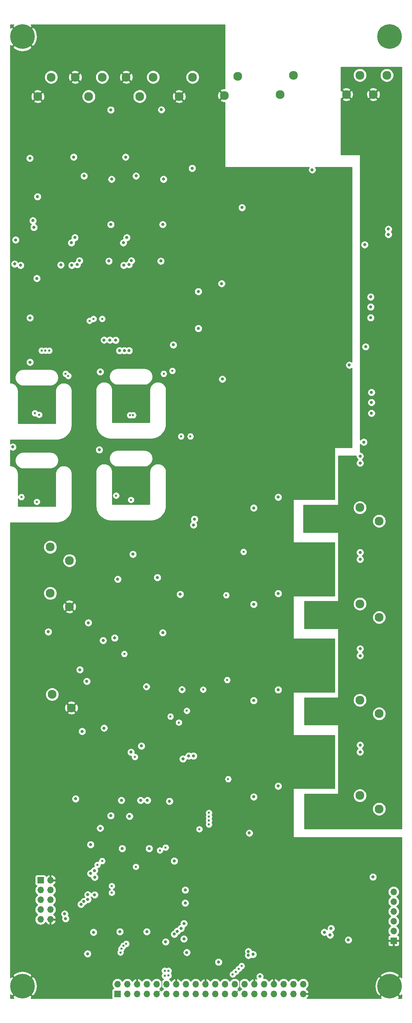
<source format=gbr>
G04 #@! TF.GenerationSoftware,KiCad,Pcbnew,(5.1.4)-1*
G04 #@! TF.CreationDate,2020-04-19T20:13:49-04:00*
G04 #@! TF.ProjectId,RPi_cape,5250695f-6361-4706-952e-6b696361645f,1.7*
G04 #@! TF.SameCoordinates,Original*
G04 #@! TF.FileFunction,Copper,L2,Inr*
G04 #@! TF.FilePolarity,Positive*
%FSLAX45Y45*%
G04 Gerber Fmt 4.5, Leading zero omitted, Abs format (unit mm)*
G04 Created by KiCad (PCBNEW (5.1.4)-1) date 2020-04-19 20:13:49*
%MOMM*%
%LPD*%
G04 APERTURE LIST*
%ADD10C,2.300000*%
%ADD11C,0.800000*%
%ADD12C,6.400000*%
%ADD13O,1.700000X1.700000*%
%ADD14R,1.700000X1.700000*%
%ADD15C,0.620000*%
%ADD16C,0.200000*%
%ADD17C,0.254000*%
G04 APERTURE END LIST*
D10*
X5350000Y-4325000D03*
X5000000Y-4825000D03*
X4650000Y-4325000D03*
X6675000Y-4325000D03*
X6325000Y-4825000D03*
X5975000Y-4325000D03*
X11700000Y-4775000D03*
X12050000Y-4275000D03*
X12400000Y-4775000D03*
X12750000Y-4275000D03*
X4500000Y-16875000D03*
X4000000Y-16525000D03*
X4500000Y-18075000D03*
X4000000Y-17725000D03*
X12050000Y-22975000D03*
X12550000Y-23325000D03*
X12050000Y-20500000D03*
X12550000Y-20850000D03*
X12050000Y-18000000D03*
X12550000Y-18350000D03*
X12050000Y-15500000D03*
X12550000Y-15850000D03*
X3675000Y-4825000D03*
X4025000Y-4325000D03*
X7350000Y-4825000D03*
X7700000Y-4325000D03*
X8525000Y-4800000D03*
X8875000Y-4300000D03*
X9975000Y-4775000D03*
X10325000Y-4275000D03*
X4550000Y-20700000D03*
X4050000Y-20350000D03*
D11*
X3444706Y-3105294D03*
X3275000Y-3035000D03*
X3105294Y-3105294D03*
X3035000Y-3275000D03*
X3105294Y-3444706D03*
X3275000Y-3515000D03*
X3444706Y-3444706D03*
X3515000Y-3275000D03*
D12*
X3275000Y-3275000D03*
D11*
X12994706Y-3105294D03*
X12825000Y-3035000D03*
X12655294Y-3105294D03*
X12585000Y-3275000D03*
X12655294Y-3444706D03*
X12825000Y-3515000D03*
X12994706Y-3444706D03*
X13065000Y-3275000D03*
D12*
X12825000Y-3275000D03*
D11*
X3444706Y-27755294D03*
X3275000Y-27685000D03*
X3105294Y-27755294D03*
X3035000Y-27925000D03*
X3105294Y-28094706D03*
X3275000Y-28165000D03*
X3444706Y-28094706D03*
X3515000Y-27925000D03*
D12*
X3275000Y-27925000D03*
D11*
X12994706Y-27755294D03*
X12825000Y-27685000D03*
X12655294Y-27755294D03*
X12585000Y-27925000D03*
X12655294Y-28094706D03*
X12825000Y-28165000D03*
X12994706Y-28094706D03*
X13065000Y-27925000D03*
D12*
X12825000Y-27925000D03*
D13*
X12928000Y-25477000D03*
X12928000Y-25731000D03*
X12928000Y-25985000D03*
X12928000Y-26239000D03*
X12928000Y-26493000D03*
D14*
X12928000Y-26747000D03*
D13*
X4004000Y-26191000D03*
X3750000Y-26191000D03*
X4004000Y-25937000D03*
X3750000Y-25937000D03*
X4004000Y-25683000D03*
X3750000Y-25683000D03*
X4004000Y-25429000D03*
X3750000Y-25429000D03*
X4004000Y-25175000D03*
D14*
X3750000Y-25175000D03*
D13*
X10576000Y-27871000D03*
X10576000Y-28125000D03*
X10322000Y-27871000D03*
X10322000Y-28125000D03*
X10068000Y-27871000D03*
X10068000Y-28125000D03*
X9814000Y-27871000D03*
X9814000Y-28125000D03*
X9560000Y-27871000D03*
X9560000Y-28125000D03*
X9306000Y-27871000D03*
X9306000Y-28125000D03*
X9052000Y-27871000D03*
X9052000Y-28125000D03*
X8798000Y-27871000D03*
X8798000Y-28125000D03*
X8544000Y-27871000D03*
X8544000Y-28125000D03*
X8290000Y-27871000D03*
X8290000Y-28125000D03*
X8036000Y-27871000D03*
X8036000Y-28125000D03*
X7782000Y-27871000D03*
X7782000Y-28125000D03*
X7528000Y-27871000D03*
X7528000Y-28125000D03*
X7274000Y-27871000D03*
X7274000Y-28125000D03*
X7020000Y-27871000D03*
X7020000Y-28125000D03*
X6766000Y-27871000D03*
X6766000Y-28125000D03*
X6512000Y-27871000D03*
X6512000Y-28125000D03*
X6258000Y-27871000D03*
X6258000Y-28125000D03*
X6004000Y-27871000D03*
X6004000Y-28125000D03*
X5750000Y-27871000D03*
D14*
X5750000Y-28125000D03*
D15*
X11300000Y-14975000D03*
X11175000Y-14975000D03*
X11050000Y-14875000D03*
X11175000Y-14875000D03*
X11300000Y-14875000D03*
X11300000Y-14775000D03*
X11175000Y-14775000D03*
X11050000Y-14775000D03*
X6225000Y-25650000D03*
X6225000Y-25200000D03*
X6450000Y-25425000D03*
X6000000Y-25425000D03*
X6450000Y-25200000D03*
X6450000Y-25650000D03*
X6000000Y-25650000D03*
X6000000Y-25200000D03*
X10970000Y-13550000D03*
X10490000Y-13390000D03*
X10810000Y-13550000D03*
X10650000Y-13550000D03*
X10490000Y-13550000D03*
X10810000Y-13390000D03*
X10650000Y-13390000D03*
X10970000Y-13390000D03*
X10970000Y-13230000D03*
X10490000Y-13070000D03*
X10810000Y-13230000D03*
X10650000Y-13230000D03*
X10490000Y-13230000D03*
X10810000Y-13070000D03*
X10650000Y-13070000D03*
X10970000Y-13070000D03*
X10970000Y-12910000D03*
X10810000Y-12910000D03*
X10650000Y-12910000D03*
X10490000Y-12910000D03*
X10810000Y-12750000D03*
X10490000Y-12750000D03*
D11*
X9150000Y-26325000D03*
X9150000Y-25775000D03*
X9175000Y-26875000D03*
X9150000Y-25225000D03*
X9150000Y-24675000D03*
X9150000Y-24125000D03*
X5945000Y-23870000D03*
X6370000Y-23870000D03*
X5675000Y-20075000D03*
X3818750Y-23081250D03*
X3818750Y-23838750D03*
X6630000Y-26010000D03*
X5982070Y-26050000D03*
X5150000Y-25270000D03*
X5156250Y-25396250D03*
X5605000Y-24825000D03*
X3780000Y-21280000D03*
X3770000Y-21790000D03*
X4710000Y-19550000D03*
X5370000Y-19390000D03*
X5530000Y-19150000D03*
X7650000Y-18300000D03*
X7197502Y-18059143D03*
X6572500Y-17615000D03*
X7390000Y-17310000D03*
X7290000Y-16610000D03*
X6197789Y-16852501D03*
X6032501Y-16852501D03*
X5745000Y-18200000D03*
X9563000Y-15217000D03*
X6400000Y-10100000D03*
X6700000Y-9540000D03*
X7175000Y-9495000D03*
X6110000Y-9550000D03*
X6350000Y-8890000D03*
X6750000Y-8230000D03*
X6330000Y-8250000D03*
X5970000Y-7110000D03*
X6631250Y-7111250D03*
X6950000Y-6550000D03*
X6903750Y-6003750D03*
X3700000Y-10060000D03*
X3640000Y-8780000D03*
X4250000Y-9390000D03*
X3150000Y-9390000D03*
X3770000Y-7110000D03*
X4270000Y-8310000D03*
X3550000Y-7830000D03*
X3770000Y-7510000D03*
X3210000Y-6470000D03*
X4310000Y-6550000D03*
X4110000Y-6050000D03*
X8355000Y-5945000D03*
X7730000Y-6410000D03*
X8570000Y-7870000D03*
X9430000Y-7630000D03*
X10080000Y-6740000D03*
X12350000Y-12510000D03*
X12350000Y-13050000D03*
X11790000Y-12890000D03*
X11450000Y-12890000D03*
X11150000Y-13190000D03*
X11150000Y-13410000D03*
X11150000Y-13610000D03*
X10330000Y-13610000D03*
X10330000Y-13410000D03*
X10330000Y-13190000D03*
X10330000Y-12710000D03*
X11150000Y-12690000D03*
X10070000Y-12930000D03*
X9770000Y-12930000D03*
X9190000Y-13110000D03*
X9190000Y-13550000D03*
X9190000Y-13310000D03*
X10490000Y-13690000D03*
X10730000Y-13690000D03*
X10970000Y-13690000D03*
X11150000Y-12950000D03*
X10330000Y-12950000D03*
D15*
X10970000Y-12750000D03*
X10650000Y-12750000D03*
D11*
X12350000Y-12770000D03*
D15*
X10950000Y-11070000D03*
X10470000Y-10910000D03*
X10790000Y-11070000D03*
X10630000Y-11070000D03*
X10470000Y-11070000D03*
X10790000Y-10910000D03*
X10630000Y-10910000D03*
X10950000Y-10910000D03*
X10950000Y-10750000D03*
X10470000Y-10590000D03*
X10790000Y-10750000D03*
X10630000Y-10750000D03*
X10470000Y-10750000D03*
X10790000Y-10590000D03*
X10630000Y-10590000D03*
X10950000Y-10590000D03*
X10950000Y-10430000D03*
X10790000Y-10430000D03*
X10630000Y-10430000D03*
X10470000Y-10430000D03*
X10790000Y-10270000D03*
X10470000Y-10270000D03*
D11*
X12330000Y-10030000D03*
X12330000Y-10570000D03*
X11770000Y-10410000D03*
X11430000Y-10410000D03*
X11130000Y-10710000D03*
X11130000Y-10930000D03*
X11130000Y-11130000D03*
X10310000Y-11130000D03*
X10310000Y-10930000D03*
X10310000Y-10710000D03*
X10310000Y-10230000D03*
X11130000Y-10210000D03*
X10050000Y-10450000D03*
X9750000Y-10450000D03*
X9170000Y-10630000D03*
X9170000Y-11070000D03*
X9170000Y-10830000D03*
X10470000Y-11210000D03*
X10710000Y-11210000D03*
X10950000Y-11210000D03*
X11130000Y-10470000D03*
X10310000Y-10470000D03*
D15*
X10950000Y-10270000D03*
X10630000Y-10270000D03*
D11*
X12330000Y-10290000D03*
X5050000Y-10100000D03*
X5350000Y-9540000D03*
X4760000Y-9550000D03*
X5000000Y-8890000D03*
X5400000Y-8230000D03*
X4980000Y-8250000D03*
X4620000Y-7110000D03*
X5281250Y-7111250D03*
X5600000Y-6550000D03*
X5553750Y-6003750D03*
X4915000Y-26850000D03*
X11550000Y-25610000D03*
X11550000Y-26370000D03*
X12138750Y-26878750D03*
X3750000Y-10700000D03*
X6800000Y-11125000D03*
X3725000Y-11125000D03*
X6825000Y-10675000D03*
X4575000Y-27825000D03*
X11750000Y-28100000D03*
D15*
X6225000Y-25425000D03*
D11*
X4650000Y-23350000D03*
X4950000Y-24650000D03*
X3550000Y-19125000D03*
X6275000Y-20650000D03*
X10978750Y-26621250D03*
X10725000Y-26325000D03*
X10400000Y-26300000D03*
X9775000Y-26325000D03*
D15*
X6656748Y-24816747D03*
X6850000Y-25350000D03*
X6852246Y-25487748D03*
D11*
X4825000Y-11475000D03*
X3710000Y-12965000D03*
X6125000Y-12925000D03*
X5959000Y-15241000D03*
X6300000Y-15000000D03*
X3509000Y-15291000D03*
X3850000Y-14950000D03*
X5700000Y-16000000D03*
X7350000Y-13850000D03*
D15*
X11055000Y-14980000D03*
D11*
X10575000Y-14150000D03*
X9900000Y-14650000D03*
X9393999Y-16000000D03*
X10100000Y-15800000D03*
X5550000Y-11575000D03*
D15*
X11300000Y-17475000D03*
X11175000Y-17475000D03*
X11050000Y-17375000D03*
X11175000Y-17375000D03*
X11300000Y-17375000D03*
X11300000Y-17275000D03*
X11175000Y-17275000D03*
X11050000Y-17275000D03*
D11*
X9563000Y-17717000D03*
D15*
X11055000Y-17480000D03*
D11*
X9900000Y-17150000D03*
X9393999Y-18500000D03*
X10100000Y-18300000D03*
D15*
X11300000Y-19975000D03*
X11175000Y-19975000D03*
X11050000Y-19875000D03*
X11175000Y-19875000D03*
X11300000Y-19875000D03*
X11300000Y-19775000D03*
X11175000Y-19775000D03*
X11050000Y-19775000D03*
D11*
X9563000Y-20217000D03*
D15*
X11055000Y-19980000D03*
D11*
X9900000Y-19650000D03*
X9393999Y-21000000D03*
X10100000Y-20800000D03*
D15*
X11300000Y-22475000D03*
X11175000Y-22475000D03*
X11050000Y-22375000D03*
X11175000Y-22375000D03*
X11300000Y-22375000D03*
X11300000Y-22275000D03*
X11175000Y-22275000D03*
X11050000Y-22275000D03*
D11*
X9563000Y-22717000D03*
D15*
X11055000Y-22480000D03*
D11*
X9900000Y-22150000D03*
X9393999Y-23500000D03*
X10100000Y-23300000D03*
X10775000Y-16450000D03*
X10775000Y-18950000D03*
X10775000Y-21450000D03*
X6028750Y-24353750D03*
D15*
X5100000Y-10725000D03*
X5150000Y-11000000D03*
X5350000Y-10725000D03*
D11*
X8131002Y-19825000D03*
X5923503Y-16867612D03*
D15*
X7775000Y-20545700D03*
X7175000Y-20545700D03*
X7227805Y-21372195D03*
X8140002Y-20275000D03*
X6900000Y-20850000D03*
X5950000Y-21975000D03*
D11*
X7725000Y-13050000D03*
X6325000Y-12475000D03*
X3840830Y-12490830D03*
X7525000Y-19975001D03*
X6825000Y-19425000D03*
X6500000Y-19225000D03*
X5975000Y-19575000D03*
X12895000Y-14345000D03*
X12895000Y-14165000D03*
X12190000Y-7690000D03*
X12105000Y-7775000D03*
X12150000Y-8425000D03*
X10700000Y-15825000D03*
X10725000Y-16025000D03*
X12895000Y-16845000D03*
X12895000Y-16665000D03*
X10700000Y-18325000D03*
X10725000Y-18525000D03*
X12895000Y-19345000D03*
X12895000Y-19165000D03*
X10700000Y-20825000D03*
X10725000Y-21025000D03*
X12895000Y-21845000D03*
X12895000Y-21665000D03*
X10700000Y-23325000D03*
X10725000Y-23525000D03*
X12225000Y-6975000D03*
X12055000Y-14165000D03*
X12055000Y-14345000D03*
X12790000Y-8270000D03*
X12790000Y-8410000D03*
X12175000Y-8675000D03*
X12200000Y-11325000D03*
X12150000Y-13800000D03*
X12055000Y-16665000D03*
X12055000Y-16845000D03*
X12055000Y-19165000D03*
X12055000Y-19345000D03*
X12055000Y-21665000D03*
X12055000Y-21845000D03*
X7425000Y-20225000D03*
X6110000Y-9090000D03*
X6945000Y-6975000D03*
X6230000Y-6890000D03*
X5960000Y-6400000D03*
X3230000Y-9210000D03*
X3670000Y-7430000D03*
X3470000Y-6430000D03*
X7690000Y-6690000D03*
X7850000Y-9890000D03*
X4760000Y-9090000D03*
X5595000Y-6975000D03*
X4880000Y-6890000D03*
X4610000Y-6400000D03*
X7850000Y-10850000D03*
D15*
X7125000Y-20925000D03*
X7343750Y-21081250D03*
X7550000Y-20775000D03*
D11*
X6890000Y-5170000D03*
X10810000Y-6730000D03*
X5575000Y-5175000D03*
D15*
X7975000Y-20225000D03*
D11*
X5575000Y-23500000D03*
X6060000Y-23515000D03*
X4660000Y-23060000D03*
D15*
X6225000Y-24825000D03*
D11*
X7508750Y-25768750D03*
X6510000Y-26510000D03*
X5810000Y-26510000D03*
X5156250Y-25096250D03*
X5871250Y-24351250D03*
X6571250Y-24351250D03*
X9290000Y-15510000D03*
X4970000Y-27085000D03*
X5300000Y-23825000D03*
X7475000Y-26700000D03*
X11275000Y-26600000D03*
X3475000Y-10575000D03*
X3950000Y-18725000D03*
X3475000Y-11725000D03*
X9290000Y-18010000D03*
X9290000Y-20510000D03*
X9290000Y-23010000D03*
X7100000Y-23125000D03*
D15*
X6200001Y-21975000D03*
D11*
X3025000Y-13925000D03*
X4950000Y-20010000D03*
X4830000Y-21310000D03*
X5375000Y-18950000D03*
X6925000Y-18750000D03*
X6785000Y-17315000D03*
X7378750Y-17751250D03*
X6150000Y-16710000D03*
X5755500Y-17360000D03*
X7725000Y-15950000D03*
X7750000Y-15800000D03*
D15*
X7875000Y-23850000D03*
D11*
X6370000Y-21690000D03*
X8455000Y-9685000D03*
X8985000Y-7710000D03*
X7510000Y-25430000D03*
X5153750Y-25553750D03*
X5050000Y-24250000D03*
X6500000Y-20150000D03*
X6100000Y-21850000D03*
X8475000Y-12165000D03*
X12390000Y-25090000D03*
X8375000Y-27300000D03*
D15*
X7075000Y-27525000D03*
X8743000Y-27618000D03*
X5825000Y-27050000D03*
X6975000Y-27525000D03*
D11*
X7550000Y-27050000D03*
X7200000Y-11275000D03*
X9175000Y-23950000D03*
X5300000Y-11975000D03*
X5275000Y-14000000D03*
D15*
X7074999Y-27650000D03*
X8825000Y-27550000D03*
X5850000Y-26950000D03*
X8900000Y-27475000D03*
X5900000Y-26875000D03*
X6975000Y-27655155D03*
X8975000Y-27400000D03*
X5975000Y-26825000D03*
D11*
X7725000Y-21950000D03*
X6050000Y-11425000D03*
X5925000Y-11425000D03*
X7600000Y-21950000D03*
D15*
X6153000Y-13100000D03*
X6950000Y-12025000D03*
X7175000Y-11950000D03*
X5712251Y-15187749D03*
X7400000Y-13650000D03*
X7643000Y-13650000D03*
D11*
X7450000Y-22025001D03*
X5800000Y-11425000D03*
D15*
X6075000Y-13100000D03*
X6100000Y-15300000D03*
D11*
X4400000Y-26175000D03*
X4375000Y-26050000D03*
X7225000Y-24675000D03*
X5675000Y-18885000D03*
X5850000Y-23100000D03*
D15*
X3600000Y-13050000D03*
X3775000Y-11425000D03*
X4400000Y-12025000D03*
X3650000Y-15349999D03*
D11*
X6350000Y-23100000D03*
D15*
X3710000Y-13090000D03*
X3875000Y-11425000D03*
X4468000Y-12082000D03*
X3250000Y-15225000D03*
D11*
X7000000Y-26775000D03*
X11774999Y-11799999D03*
X6525000Y-23100000D03*
D15*
X6850000Y-24400000D03*
X3975000Y-11425000D03*
D11*
X5990000Y-8490001D03*
D15*
X5350000Y-10600000D03*
D11*
X6925000Y-8150000D03*
X5700000Y-11153500D03*
X5900000Y-8625000D03*
X5910000Y-9210000D03*
X6875000Y-9100000D03*
X5150000Y-24925000D03*
X6050000Y-9190000D03*
X5050000Y-25000000D03*
X4640000Y-8490001D03*
D15*
X5125000Y-10600000D03*
D11*
X5575000Y-8150000D03*
X5550000Y-11150000D03*
X4550000Y-8625000D03*
X4560000Y-9210000D03*
X5525000Y-9100000D03*
X4975000Y-25550000D03*
D15*
X5600000Y-25500000D03*
D11*
X4700000Y-9190000D03*
X4975000Y-25675000D03*
X3550000Y-8050000D03*
D15*
X5025000Y-10650000D03*
D11*
X3575000Y-8225000D03*
X5400000Y-11150000D03*
X3650000Y-9550000D03*
X3100000Y-8550000D03*
X4275000Y-9200000D03*
X4875000Y-25725000D03*
X3075000Y-9175000D03*
X4799200Y-25800000D03*
D15*
X5600000Y-25325000D03*
D11*
X5125000Y-26525000D03*
X9926001Y-15230000D03*
X7475000Y-26300000D03*
X9926001Y-17730000D03*
X7400000Y-26425000D03*
X9926001Y-20230000D03*
X7300000Y-26500000D03*
X9926001Y-22730000D03*
X7225000Y-26575000D03*
X9450000Y-27674999D03*
X4770000Y-19710000D03*
X4990000Y-18490000D03*
X11750000Y-26725000D03*
X9271497Y-27100000D03*
X9150000Y-27125000D03*
X11125000Y-26525000D03*
X9150000Y-27025000D03*
X11300000Y-26425000D03*
D15*
X9025000Y-16650000D03*
X8125000Y-23725000D03*
X8125000Y-23625000D03*
X8575000Y-17775000D03*
X8125000Y-23525000D03*
X8600000Y-19975000D03*
X8125000Y-23425000D03*
X8625000Y-22550000D03*
X5350000Y-24675000D03*
D11*
X5400000Y-21225000D03*
D15*
X7000000Y-24325000D03*
X5225000Y-24775000D03*
X5925000Y-19300000D03*
D16*
X8798000Y-28125000D02*
X8800000Y-28125000D01*
X8800000Y-28125000D02*
X8925000Y-28000000D01*
X8925000Y-28000000D02*
X8925000Y-27775000D01*
X6900000Y-28000000D02*
X6900000Y-27775000D01*
X6766000Y-28125000D02*
X6775000Y-28125000D01*
X6775000Y-28125000D02*
X6900000Y-28000000D01*
D17*
G36*
X13137300Y-23837300D02*
G01*
X10612700Y-23837300D01*
X10612700Y-23307419D01*
X12371500Y-23307419D01*
X12371500Y-23342581D01*
X12378360Y-23377066D01*
X12391815Y-23409551D01*
X12411350Y-23438787D01*
X12436213Y-23463650D01*
X12465448Y-23483185D01*
X12497933Y-23496640D01*
X12532419Y-23503500D01*
X12567581Y-23503500D01*
X12602066Y-23496640D01*
X12634551Y-23483185D01*
X12663787Y-23463650D01*
X12688650Y-23438787D01*
X12708185Y-23409551D01*
X12721640Y-23377066D01*
X12728500Y-23342581D01*
X12728500Y-23307419D01*
X12721640Y-23272933D01*
X12708185Y-23240448D01*
X12688650Y-23211213D01*
X12663787Y-23186350D01*
X12634551Y-23166815D01*
X12602066Y-23153360D01*
X12567581Y-23146500D01*
X12532419Y-23146500D01*
X12497933Y-23153360D01*
X12465448Y-23166815D01*
X12436213Y-23186350D01*
X12411350Y-23211213D01*
X12391815Y-23240448D01*
X12378360Y-23272933D01*
X12371500Y-23307419D01*
X10612700Y-23307419D01*
X10612700Y-22957419D01*
X11871500Y-22957419D01*
X11871500Y-22992581D01*
X11878360Y-23027066D01*
X11891815Y-23059551D01*
X11911350Y-23088787D01*
X11936213Y-23113650D01*
X11965448Y-23133185D01*
X11997933Y-23146640D01*
X12032419Y-23153500D01*
X12067581Y-23153500D01*
X12102066Y-23146640D01*
X12134551Y-23133185D01*
X12163787Y-23113650D01*
X12188650Y-23088787D01*
X12208185Y-23059551D01*
X12221640Y-23027066D01*
X12228500Y-22992581D01*
X12228500Y-22957419D01*
X12221640Y-22922933D01*
X12208185Y-22890448D01*
X12188650Y-22861213D01*
X12163787Y-22836350D01*
X12134551Y-22816815D01*
X12102066Y-22803360D01*
X12067581Y-22796500D01*
X12032419Y-22796500D01*
X11997933Y-22803360D01*
X11965448Y-22816815D01*
X11936213Y-22836350D01*
X11911350Y-22861213D01*
X11891815Y-22890448D01*
X11878360Y-22922933D01*
X11871500Y-22957419D01*
X10612700Y-22957419D01*
X10612700Y-22937700D01*
X11475000Y-22937700D01*
X11477478Y-22937456D01*
X11479860Y-22936733D01*
X11482056Y-22935560D01*
X11483980Y-22933980D01*
X11485560Y-22932056D01*
X11486733Y-22929860D01*
X11487456Y-22927478D01*
X11487700Y-22925000D01*
X11487700Y-21654806D01*
X11951500Y-21654806D01*
X11951500Y-21675194D01*
X11955477Y-21695190D01*
X11963279Y-21714026D01*
X11974606Y-21730977D01*
X11989023Y-21745394D01*
X12003399Y-21755000D01*
X11989023Y-21764606D01*
X11974606Y-21779023D01*
X11963279Y-21795974D01*
X11955477Y-21814810D01*
X11951500Y-21834806D01*
X11951500Y-21855194D01*
X11955477Y-21875190D01*
X11963279Y-21894026D01*
X11974606Y-21910977D01*
X11989023Y-21925394D01*
X12005974Y-21936721D01*
X12024810Y-21944523D01*
X12044806Y-21948500D01*
X12065194Y-21948500D01*
X12085190Y-21944523D01*
X12104026Y-21936721D01*
X12120977Y-21925394D01*
X12135394Y-21910977D01*
X12146720Y-21894026D01*
X12154523Y-21875190D01*
X12158500Y-21855194D01*
X12158500Y-21834806D01*
X12154523Y-21814810D01*
X12146720Y-21795974D01*
X12135394Y-21779023D01*
X12120977Y-21764606D01*
X12106600Y-21755000D01*
X12120977Y-21745394D01*
X12135394Y-21730977D01*
X12146720Y-21714026D01*
X12154523Y-21695190D01*
X12158500Y-21675194D01*
X12158500Y-21654806D01*
X12154523Y-21634810D01*
X12146720Y-21615974D01*
X12135394Y-21599023D01*
X12120977Y-21584606D01*
X12104026Y-21573280D01*
X12085190Y-21565477D01*
X12065194Y-21561500D01*
X12044806Y-21561500D01*
X12024810Y-21565477D01*
X12005974Y-21573280D01*
X11989023Y-21584606D01*
X11974606Y-21599023D01*
X11963279Y-21615974D01*
X11955477Y-21634810D01*
X11951500Y-21654806D01*
X11487700Y-21654806D01*
X11487700Y-21150000D01*
X11487456Y-21147522D01*
X11486733Y-21145140D01*
X11485560Y-21142944D01*
X11483980Y-21141020D01*
X11482056Y-21139440D01*
X11479860Y-21138267D01*
X11477478Y-21137544D01*
X11475000Y-21137300D01*
X10612700Y-21137300D01*
X10612700Y-20832419D01*
X12371500Y-20832419D01*
X12371500Y-20867581D01*
X12378360Y-20902067D01*
X12391815Y-20934552D01*
X12411350Y-20963787D01*
X12436213Y-20988650D01*
X12465448Y-21008185D01*
X12497933Y-21021640D01*
X12532419Y-21028500D01*
X12567581Y-21028500D01*
X12602066Y-21021640D01*
X12634551Y-21008185D01*
X12663787Y-20988650D01*
X12688650Y-20963787D01*
X12708185Y-20934552D01*
X12721640Y-20902067D01*
X12728500Y-20867581D01*
X12728500Y-20832419D01*
X12721640Y-20797934D01*
X12708185Y-20765449D01*
X12688650Y-20736213D01*
X12663787Y-20711350D01*
X12634551Y-20691815D01*
X12602066Y-20678360D01*
X12567581Y-20671500D01*
X12532419Y-20671500D01*
X12497933Y-20678360D01*
X12465448Y-20691815D01*
X12436213Y-20711350D01*
X12411350Y-20736213D01*
X12391815Y-20765449D01*
X12378360Y-20797934D01*
X12371500Y-20832419D01*
X10612700Y-20832419D01*
X10612700Y-20482419D01*
X11871500Y-20482419D01*
X11871500Y-20517581D01*
X11878360Y-20552067D01*
X11891815Y-20584552D01*
X11911350Y-20613787D01*
X11936213Y-20638650D01*
X11965448Y-20658185D01*
X11997933Y-20671640D01*
X12032419Y-20678500D01*
X12067581Y-20678500D01*
X12102066Y-20671640D01*
X12134551Y-20658185D01*
X12163787Y-20638650D01*
X12188650Y-20613787D01*
X12208185Y-20584552D01*
X12221640Y-20552067D01*
X12228500Y-20517581D01*
X12228500Y-20482419D01*
X12221640Y-20447934D01*
X12208185Y-20415449D01*
X12188650Y-20386213D01*
X12163787Y-20361350D01*
X12134551Y-20341815D01*
X12102066Y-20328360D01*
X12067581Y-20321500D01*
X12032419Y-20321500D01*
X11997933Y-20328360D01*
X11965448Y-20341815D01*
X11936213Y-20361350D01*
X11911350Y-20386213D01*
X11891815Y-20415449D01*
X11878360Y-20447934D01*
X11871500Y-20482419D01*
X10612700Y-20482419D01*
X10612700Y-20437700D01*
X11475000Y-20437700D01*
X11477478Y-20437456D01*
X11479860Y-20436733D01*
X11482056Y-20435560D01*
X11483980Y-20433980D01*
X11485560Y-20432056D01*
X11486733Y-20429860D01*
X11487456Y-20427478D01*
X11487700Y-20425000D01*
X11487700Y-19154806D01*
X11951500Y-19154806D01*
X11951500Y-19175194D01*
X11955477Y-19195190D01*
X11963279Y-19214026D01*
X11974606Y-19230977D01*
X11989023Y-19245394D01*
X12003399Y-19255000D01*
X11989023Y-19264606D01*
X11974606Y-19279023D01*
X11963279Y-19295974D01*
X11955477Y-19314810D01*
X11951500Y-19334806D01*
X11951500Y-19355194D01*
X11955477Y-19375190D01*
X11963279Y-19394026D01*
X11974606Y-19410977D01*
X11989023Y-19425394D01*
X12005974Y-19436721D01*
X12024810Y-19444523D01*
X12044806Y-19448500D01*
X12065194Y-19448500D01*
X12085190Y-19444523D01*
X12104026Y-19436721D01*
X12120977Y-19425394D01*
X12135394Y-19410977D01*
X12146720Y-19394026D01*
X12154523Y-19375190D01*
X12158500Y-19355194D01*
X12158500Y-19334806D01*
X12154523Y-19314810D01*
X12146720Y-19295974D01*
X12135394Y-19279023D01*
X12120977Y-19264606D01*
X12106600Y-19255000D01*
X12120977Y-19245394D01*
X12135394Y-19230977D01*
X12146720Y-19214026D01*
X12154523Y-19195190D01*
X12158500Y-19175194D01*
X12158500Y-19154806D01*
X12154523Y-19134810D01*
X12146720Y-19115974D01*
X12135394Y-19099023D01*
X12120977Y-19084606D01*
X12104026Y-19073280D01*
X12085190Y-19065477D01*
X12065194Y-19061500D01*
X12044806Y-19061500D01*
X12024810Y-19065477D01*
X12005974Y-19073280D01*
X11989023Y-19084606D01*
X11974606Y-19099023D01*
X11963279Y-19115974D01*
X11955477Y-19134810D01*
X11951500Y-19154806D01*
X11487700Y-19154806D01*
X11487700Y-18650000D01*
X11487456Y-18647522D01*
X11486733Y-18645140D01*
X11485560Y-18642944D01*
X11483980Y-18641020D01*
X11482056Y-18639440D01*
X11479860Y-18638267D01*
X11477478Y-18637544D01*
X11475000Y-18637300D01*
X10612700Y-18637300D01*
X10612700Y-18332419D01*
X12371500Y-18332419D01*
X12371500Y-18367581D01*
X12378360Y-18402067D01*
X12391815Y-18434552D01*
X12411350Y-18463787D01*
X12436213Y-18488650D01*
X12465448Y-18508185D01*
X12497933Y-18521640D01*
X12532419Y-18528500D01*
X12567581Y-18528500D01*
X12602066Y-18521640D01*
X12634551Y-18508185D01*
X12663787Y-18488650D01*
X12688650Y-18463787D01*
X12708185Y-18434552D01*
X12721640Y-18402067D01*
X12728500Y-18367581D01*
X12728500Y-18332419D01*
X12721640Y-18297934D01*
X12708185Y-18265449D01*
X12688650Y-18236213D01*
X12663787Y-18211350D01*
X12634551Y-18191815D01*
X12602066Y-18178360D01*
X12567581Y-18171500D01*
X12532419Y-18171500D01*
X12497933Y-18178360D01*
X12465448Y-18191815D01*
X12436213Y-18211350D01*
X12411350Y-18236213D01*
X12391815Y-18265449D01*
X12378360Y-18297934D01*
X12371500Y-18332419D01*
X10612700Y-18332419D01*
X10612700Y-17982419D01*
X11871500Y-17982419D01*
X11871500Y-18017581D01*
X11878360Y-18052067D01*
X11891815Y-18084552D01*
X11911350Y-18113787D01*
X11936213Y-18138650D01*
X11965448Y-18158185D01*
X11997933Y-18171640D01*
X12032419Y-18178500D01*
X12067581Y-18178500D01*
X12102066Y-18171640D01*
X12134551Y-18158185D01*
X12163787Y-18138650D01*
X12188650Y-18113787D01*
X12208185Y-18084552D01*
X12221640Y-18052067D01*
X12228500Y-18017581D01*
X12228500Y-17982419D01*
X12221640Y-17947934D01*
X12208185Y-17915449D01*
X12188650Y-17886213D01*
X12163787Y-17861350D01*
X12134551Y-17841815D01*
X12102066Y-17828360D01*
X12067581Y-17821500D01*
X12032419Y-17821500D01*
X11997933Y-17828360D01*
X11965448Y-17841815D01*
X11936213Y-17861350D01*
X11911350Y-17886213D01*
X11891815Y-17915449D01*
X11878360Y-17947934D01*
X11871500Y-17982419D01*
X10612700Y-17982419D01*
X10612700Y-17937700D01*
X11475000Y-17937700D01*
X11477478Y-17937456D01*
X11479860Y-17936733D01*
X11482056Y-17935560D01*
X11483980Y-17933980D01*
X11485560Y-17932056D01*
X11486733Y-17929860D01*
X11487456Y-17927478D01*
X11487700Y-17925000D01*
X11487700Y-16654806D01*
X11951500Y-16654806D01*
X11951500Y-16675194D01*
X11955477Y-16695190D01*
X11963279Y-16714026D01*
X11974606Y-16730977D01*
X11989023Y-16745394D01*
X12003399Y-16755000D01*
X11989023Y-16764606D01*
X11974606Y-16779023D01*
X11963279Y-16795974D01*
X11955477Y-16814810D01*
X11951500Y-16834806D01*
X11951500Y-16855194D01*
X11955477Y-16875190D01*
X11963279Y-16894026D01*
X11974606Y-16910977D01*
X11989023Y-16925394D01*
X12005974Y-16936721D01*
X12024810Y-16944523D01*
X12044806Y-16948500D01*
X12065194Y-16948500D01*
X12085190Y-16944523D01*
X12104026Y-16936721D01*
X12120977Y-16925394D01*
X12135394Y-16910977D01*
X12146720Y-16894026D01*
X12154523Y-16875190D01*
X12158500Y-16855194D01*
X12158500Y-16834806D01*
X12154523Y-16814810D01*
X12146720Y-16795974D01*
X12135394Y-16779023D01*
X12120977Y-16764606D01*
X12106600Y-16755000D01*
X12120977Y-16745394D01*
X12135394Y-16730977D01*
X12146720Y-16714026D01*
X12154523Y-16695190D01*
X12158500Y-16675194D01*
X12158500Y-16654806D01*
X12154523Y-16634810D01*
X12146720Y-16615974D01*
X12135394Y-16599023D01*
X12120977Y-16584606D01*
X12104026Y-16573279D01*
X12085190Y-16565477D01*
X12065194Y-16561500D01*
X12044806Y-16561500D01*
X12024810Y-16565477D01*
X12005974Y-16573279D01*
X11989023Y-16584606D01*
X11974606Y-16599023D01*
X11963279Y-16615974D01*
X11955477Y-16634810D01*
X11951500Y-16654806D01*
X11487700Y-16654806D01*
X11487700Y-16150000D01*
X11487456Y-16147522D01*
X11486733Y-16145140D01*
X11485560Y-16142944D01*
X11483980Y-16141020D01*
X11482056Y-16139440D01*
X11479860Y-16138267D01*
X11477478Y-16137544D01*
X11475000Y-16137300D01*
X10587700Y-16137300D01*
X10587700Y-15832419D01*
X12371500Y-15832419D01*
X12371500Y-15867581D01*
X12378360Y-15902066D01*
X12391815Y-15934551D01*
X12411350Y-15963787D01*
X12436213Y-15988650D01*
X12465448Y-16008185D01*
X12497933Y-16021640D01*
X12532419Y-16028500D01*
X12567581Y-16028500D01*
X12602066Y-16021640D01*
X12634551Y-16008185D01*
X12663787Y-15988650D01*
X12688650Y-15963787D01*
X12708185Y-15934551D01*
X12721640Y-15902066D01*
X12728500Y-15867581D01*
X12728500Y-15832419D01*
X12721640Y-15797933D01*
X12708185Y-15765448D01*
X12688650Y-15736213D01*
X12663787Y-15711350D01*
X12634551Y-15691815D01*
X12602066Y-15678360D01*
X12567581Y-15671500D01*
X12532419Y-15671500D01*
X12497933Y-15678360D01*
X12465448Y-15691815D01*
X12436213Y-15711350D01*
X12411350Y-15736213D01*
X12391815Y-15765448D01*
X12378360Y-15797933D01*
X12371500Y-15832419D01*
X10587700Y-15832419D01*
X10587700Y-15482419D01*
X11871500Y-15482419D01*
X11871500Y-15517581D01*
X11878360Y-15552066D01*
X11891815Y-15584551D01*
X11911350Y-15613787D01*
X11936213Y-15638650D01*
X11965448Y-15658185D01*
X11997933Y-15671640D01*
X12032419Y-15678500D01*
X12067581Y-15678500D01*
X12102066Y-15671640D01*
X12134551Y-15658185D01*
X12163787Y-15638650D01*
X12188650Y-15613787D01*
X12208185Y-15584551D01*
X12221640Y-15552066D01*
X12228500Y-15517581D01*
X12228500Y-15482419D01*
X12221640Y-15447933D01*
X12208185Y-15415448D01*
X12188650Y-15386213D01*
X12163787Y-15361350D01*
X12134551Y-15341815D01*
X12102066Y-15328360D01*
X12067581Y-15321500D01*
X12032419Y-15321500D01*
X11997933Y-15328360D01*
X11965448Y-15341815D01*
X11936213Y-15361350D01*
X11911350Y-15386213D01*
X11891815Y-15415448D01*
X11878360Y-15447933D01*
X11871500Y-15482419D01*
X10587700Y-15482419D01*
X10587700Y-15437700D01*
X11475000Y-15437700D01*
X11477478Y-15437456D01*
X11479860Y-15436733D01*
X11482056Y-15435560D01*
X11483980Y-15433980D01*
X11485560Y-15432056D01*
X11486733Y-15429860D01*
X11487456Y-15427478D01*
X11487700Y-15425000D01*
X11487700Y-14162700D01*
X11951500Y-14162700D01*
X11951500Y-14175194D01*
X11955477Y-14195190D01*
X11963279Y-14214026D01*
X11974606Y-14230977D01*
X11989023Y-14245394D01*
X12003399Y-14255000D01*
X11989023Y-14264606D01*
X11974606Y-14279023D01*
X11963279Y-14295974D01*
X11955477Y-14314810D01*
X11951500Y-14334806D01*
X11951500Y-14355194D01*
X11955477Y-14375190D01*
X11963279Y-14394026D01*
X11974606Y-14410977D01*
X11989023Y-14425394D01*
X12005974Y-14436720D01*
X12024810Y-14444523D01*
X12044806Y-14448500D01*
X12065194Y-14448500D01*
X12085190Y-14444523D01*
X12104026Y-14436720D01*
X12120977Y-14425394D01*
X12135394Y-14410977D01*
X12146720Y-14394026D01*
X12154523Y-14375190D01*
X12158500Y-14355194D01*
X12158500Y-14334806D01*
X12154523Y-14314810D01*
X12146720Y-14295974D01*
X12135394Y-14279023D01*
X12120977Y-14264606D01*
X12106600Y-14255000D01*
X12120977Y-14245394D01*
X12135394Y-14230977D01*
X12146720Y-14214026D01*
X12154523Y-14195190D01*
X12158500Y-14175194D01*
X12158500Y-14154806D01*
X12154523Y-14134810D01*
X12146720Y-14115974D01*
X12135394Y-14099023D01*
X12120977Y-14084606D01*
X12104026Y-14073279D01*
X12085190Y-14065477D01*
X12065194Y-14061500D01*
X12062700Y-14061500D01*
X12062700Y-13855641D01*
X12069606Y-13865977D01*
X12084023Y-13880394D01*
X12100974Y-13891720D01*
X12119810Y-13899523D01*
X12139806Y-13903500D01*
X12160194Y-13903500D01*
X12180190Y-13899523D01*
X12199026Y-13891720D01*
X12215977Y-13880394D01*
X12230394Y-13865977D01*
X12241720Y-13849026D01*
X12249523Y-13830190D01*
X12253500Y-13810194D01*
X12253500Y-13789806D01*
X12249523Y-13769810D01*
X12241720Y-13750974D01*
X12230394Y-13734023D01*
X12215977Y-13719606D01*
X12199026Y-13708279D01*
X12180190Y-13700477D01*
X12160194Y-13696500D01*
X12139806Y-13696500D01*
X12119810Y-13700477D01*
X12100974Y-13708279D01*
X12084023Y-13719606D01*
X12069606Y-13734023D01*
X12062700Y-13744359D01*
X12062700Y-13039806D01*
X12246500Y-13039806D01*
X12246500Y-13060194D01*
X12250477Y-13080190D01*
X12258279Y-13099026D01*
X12269606Y-13115977D01*
X12284023Y-13130394D01*
X12300974Y-13141720D01*
X12319810Y-13149523D01*
X12339806Y-13153500D01*
X12360194Y-13153500D01*
X12380190Y-13149523D01*
X12399026Y-13141720D01*
X12415977Y-13130394D01*
X12430394Y-13115977D01*
X12441720Y-13099026D01*
X12449523Y-13080190D01*
X12453500Y-13060194D01*
X12453500Y-13039806D01*
X12449523Y-13019810D01*
X12441720Y-13000974D01*
X12430394Y-12984023D01*
X12415977Y-12969606D01*
X12399026Y-12958279D01*
X12380190Y-12950477D01*
X12360194Y-12946500D01*
X12339806Y-12946500D01*
X12319810Y-12950477D01*
X12300974Y-12958279D01*
X12284023Y-12969606D01*
X12269606Y-12984023D01*
X12258279Y-13000974D01*
X12250477Y-13019810D01*
X12246500Y-13039806D01*
X12062700Y-13039806D01*
X12062700Y-12759806D01*
X12246500Y-12759806D01*
X12246500Y-12780194D01*
X12250477Y-12800190D01*
X12258279Y-12819026D01*
X12269606Y-12835977D01*
X12284023Y-12850394D01*
X12300974Y-12861720D01*
X12319810Y-12869523D01*
X12339806Y-12873500D01*
X12360194Y-12873500D01*
X12380190Y-12869523D01*
X12399026Y-12861720D01*
X12415977Y-12850394D01*
X12430394Y-12835977D01*
X12441720Y-12819026D01*
X12449523Y-12800190D01*
X12453500Y-12780194D01*
X12453500Y-12759806D01*
X12449523Y-12739810D01*
X12441720Y-12720974D01*
X12430394Y-12704023D01*
X12415977Y-12689606D01*
X12399026Y-12678279D01*
X12380190Y-12670477D01*
X12360194Y-12666500D01*
X12339806Y-12666500D01*
X12319810Y-12670477D01*
X12300974Y-12678279D01*
X12284023Y-12689606D01*
X12269606Y-12704023D01*
X12258279Y-12720974D01*
X12250477Y-12739810D01*
X12246500Y-12759806D01*
X12062700Y-12759806D01*
X12062700Y-12499806D01*
X12246500Y-12499806D01*
X12246500Y-12520194D01*
X12250477Y-12540190D01*
X12258279Y-12559026D01*
X12269606Y-12575977D01*
X12284023Y-12590394D01*
X12300974Y-12601720D01*
X12319810Y-12609523D01*
X12339806Y-12613500D01*
X12360194Y-12613500D01*
X12380190Y-12609523D01*
X12399026Y-12601720D01*
X12415977Y-12590394D01*
X12430394Y-12575977D01*
X12441720Y-12559026D01*
X12449523Y-12540190D01*
X12453500Y-12520194D01*
X12453500Y-12499806D01*
X12449523Y-12479810D01*
X12441720Y-12460974D01*
X12430394Y-12444023D01*
X12415977Y-12429606D01*
X12399026Y-12418279D01*
X12380190Y-12410477D01*
X12360194Y-12406500D01*
X12339806Y-12406500D01*
X12319810Y-12410477D01*
X12300974Y-12418279D01*
X12284023Y-12429606D01*
X12269606Y-12444023D01*
X12258279Y-12460974D01*
X12250477Y-12479810D01*
X12246500Y-12499806D01*
X12062700Y-12499806D01*
X12062700Y-11314806D01*
X12096500Y-11314806D01*
X12096500Y-11335194D01*
X12100477Y-11355190D01*
X12108279Y-11374026D01*
X12119606Y-11390977D01*
X12134023Y-11405394D01*
X12150974Y-11416720D01*
X12169810Y-11424523D01*
X12189806Y-11428500D01*
X12210194Y-11428500D01*
X12230190Y-11424523D01*
X12249026Y-11416720D01*
X12265977Y-11405394D01*
X12280394Y-11390977D01*
X12291720Y-11374026D01*
X12299523Y-11355190D01*
X12303500Y-11335194D01*
X12303500Y-11314806D01*
X12299523Y-11294810D01*
X12291720Y-11275974D01*
X12280394Y-11259023D01*
X12265977Y-11244606D01*
X12249026Y-11233279D01*
X12230190Y-11225477D01*
X12210194Y-11221500D01*
X12189806Y-11221500D01*
X12169810Y-11225477D01*
X12150974Y-11233279D01*
X12134023Y-11244606D01*
X12119606Y-11259023D01*
X12108279Y-11275974D01*
X12100477Y-11294810D01*
X12096500Y-11314806D01*
X12062700Y-11314806D01*
X12062700Y-10559806D01*
X12226500Y-10559806D01*
X12226500Y-10580194D01*
X12230477Y-10600190D01*
X12238279Y-10619026D01*
X12249606Y-10635977D01*
X12264023Y-10650394D01*
X12280974Y-10661721D01*
X12299810Y-10669523D01*
X12319806Y-10673500D01*
X12340194Y-10673500D01*
X12360190Y-10669523D01*
X12379026Y-10661721D01*
X12395977Y-10650394D01*
X12410394Y-10635977D01*
X12421720Y-10619026D01*
X12429523Y-10600190D01*
X12433500Y-10580194D01*
X12433500Y-10559806D01*
X12429523Y-10539810D01*
X12421720Y-10520974D01*
X12410394Y-10504023D01*
X12395977Y-10489606D01*
X12379026Y-10478280D01*
X12360190Y-10470477D01*
X12340194Y-10466500D01*
X12319806Y-10466500D01*
X12299810Y-10470477D01*
X12280974Y-10478280D01*
X12264023Y-10489606D01*
X12249606Y-10504023D01*
X12238279Y-10520974D01*
X12230477Y-10539810D01*
X12226500Y-10559806D01*
X12062700Y-10559806D01*
X12062700Y-10279806D01*
X12226500Y-10279806D01*
X12226500Y-10300194D01*
X12230477Y-10320190D01*
X12238279Y-10339026D01*
X12249606Y-10355977D01*
X12264023Y-10370394D01*
X12280974Y-10381721D01*
X12299810Y-10389523D01*
X12319806Y-10393500D01*
X12340194Y-10393500D01*
X12360190Y-10389523D01*
X12379026Y-10381721D01*
X12395977Y-10370394D01*
X12410394Y-10355977D01*
X12421720Y-10339026D01*
X12429523Y-10320190D01*
X12433500Y-10300194D01*
X12433500Y-10279806D01*
X12429523Y-10259810D01*
X12421720Y-10240974D01*
X12410394Y-10224023D01*
X12395977Y-10209606D01*
X12379026Y-10198280D01*
X12360190Y-10190477D01*
X12340194Y-10186500D01*
X12319806Y-10186500D01*
X12299810Y-10190477D01*
X12280974Y-10198280D01*
X12264023Y-10209606D01*
X12249606Y-10224023D01*
X12238279Y-10240974D01*
X12230477Y-10259810D01*
X12226500Y-10279806D01*
X12062700Y-10279806D01*
X12062700Y-10019806D01*
X12226500Y-10019806D01*
X12226500Y-10040194D01*
X12230477Y-10060190D01*
X12238279Y-10079026D01*
X12249606Y-10095977D01*
X12264023Y-10110394D01*
X12280974Y-10121721D01*
X12299810Y-10129523D01*
X12319806Y-10133500D01*
X12340194Y-10133500D01*
X12360190Y-10129523D01*
X12379026Y-10121721D01*
X12395977Y-10110394D01*
X12410394Y-10095977D01*
X12421720Y-10079026D01*
X12429523Y-10060190D01*
X12433500Y-10040194D01*
X12433500Y-10019806D01*
X12429523Y-9999810D01*
X12421720Y-9980974D01*
X12410394Y-9964023D01*
X12395977Y-9949606D01*
X12379026Y-9938280D01*
X12360190Y-9930477D01*
X12340194Y-9926500D01*
X12319806Y-9926500D01*
X12299810Y-9930477D01*
X12280974Y-9938280D01*
X12264023Y-9949606D01*
X12249606Y-9964023D01*
X12238279Y-9980974D01*
X12230477Y-9999810D01*
X12226500Y-10019806D01*
X12062700Y-10019806D01*
X12062700Y-8664806D01*
X12071500Y-8664806D01*
X12071500Y-8685194D01*
X12075477Y-8705190D01*
X12083279Y-8724026D01*
X12094606Y-8740977D01*
X12109023Y-8755394D01*
X12125974Y-8766721D01*
X12144810Y-8774523D01*
X12164806Y-8778500D01*
X12185194Y-8778500D01*
X12205190Y-8774523D01*
X12224026Y-8766721D01*
X12240977Y-8755394D01*
X12255394Y-8740977D01*
X12266720Y-8724026D01*
X12274523Y-8705190D01*
X12278500Y-8685194D01*
X12278500Y-8664806D01*
X12274523Y-8644810D01*
X12266720Y-8625974D01*
X12255394Y-8609023D01*
X12240977Y-8594606D01*
X12224026Y-8583280D01*
X12205190Y-8575477D01*
X12185194Y-8571500D01*
X12164806Y-8571500D01*
X12144810Y-8575477D01*
X12125974Y-8583280D01*
X12109023Y-8594606D01*
X12094606Y-8609023D01*
X12083279Y-8625974D01*
X12075477Y-8644810D01*
X12071500Y-8664806D01*
X12062700Y-8664806D01*
X12062700Y-8259806D01*
X12686500Y-8259806D01*
X12686500Y-8280194D01*
X12690477Y-8300190D01*
X12698279Y-8319026D01*
X12709606Y-8335977D01*
X12713629Y-8340000D01*
X12709606Y-8344023D01*
X12698279Y-8360974D01*
X12690477Y-8379810D01*
X12686500Y-8399806D01*
X12686500Y-8420194D01*
X12690477Y-8440190D01*
X12698279Y-8459026D01*
X12709606Y-8475977D01*
X12724023Y-8490394D01*
X12740974Y-8501721D01*
X12759810Y-8509523D01*
X12779806Y-8513500D01*
X12800194Y-8513500D01*
X12820190Y-8509523D01*
X12839026Y-8501721D01*
X12855977Y-8490394D01*
X12870394Y-8475977D01*
X12881720Y-8459026D01*
X12889523Y-8440190D01*
X12893500Y-8420194D01*
X12893500Y-8399806D01*
X12889523Y-8379810D01*
X12881720Y-8360974D01*
X12870394Y-8344023D01*
X12866371Y-8340000D01*
X12870394Y-8335977D01*
X12881720Y-8319026D01*
X12889523Y-8300190D01*
X12893500Y-8280194D01*
X12893500Y-8259806D01*
X12889523Y-8239810D01*
X12881720Y-8220974D01*
X12870394Y-8204023D01*
X12855977Y-8189606D01*
X12839026Y-8178279D01*
X12820190Y-8170477D01*
X12800194Y-8166500D01*
X12779806Y-8166500D01*
X12759810Y-8170477D01*
X12740974Y-8178279D01*
X12724023Y-8189606D01*
X12709606Y-8204023D01*
X12698279Y-8220974D01*
X12690477Y-8239810D01*
X12686500Y-8259806D01*
X12062700Y-8259806D01*
X12062700Y-6350000D01*
X12062456Y-6347522D01*
X12061733Y-6345140D01*
X12060560Y-6342944D01*
X12058980Y-6341020D01*
X12057056Y-6339440D01*
X12054860Y-6338267D01*
X12052478Y-6337544D01*
X12050000Y-6337300D01*
X11562700Y-6337300D01*
X11562700Y-4899235D01*
X11593726Y-4899235D01*
X11605112Y-4927209D01*
X11636630Y-4942796D01*
X11670583Y-4951935D01*
X11705666Y-4954274D01*
X11740532Y-4949724D01*
X11773840Y-4938459D01*
X11794888Y-4927209D01*
X11806274Y-4899235D01*
X12293726Y-4899235D01*
X12305112Y-4927209D01*
X12336630Y-4942796D01*
X12370583Y-4951935D01*
X12405666Y-4954274D01*
X12440532Y-4949724D01*
X12473840Y-4938459D01*
X12494888Y-4927209D01*
X12506274Y-4899235D01*
X12400000Y-4792961D01*
X12293726Y-4899235D01*
X11806274Y-4899235D01*
X11700000Y-4792961D01*
X11593726Y-4899235D01*
X11562700Y-4899235D01*
X11562700Y-4875957D01*
X11575765Y-4881274D01*
X11682039Y-4775000D01*
X11717960Y-4775000D01*
X11824235Y-4881274D01*
X11852209Y-4869888D01*
X11867796Y-4838370D01*
X11876935Y-4804417D01*
X11878518Y-4780666D01*
X12220726Y-4780666D01*
X12225276Y-4815532D01*
X12236541Y-4848840D01*
X12247791Y-4869888D01*
X12275765Y-4881274D01*
X12382039Y-4775000D01*
X12417960Y-4775000D01*
X12524235Y-4881274D01*
X12552209Y-4869888D01*
X12567796Y-4838370D01*
X12576935Y-4804417D01*
X12579274Y-4769334D01*
X12574724Y-4734468D01*
X12563459Y-4701160D01*
X12552209Y-4680112D01*
X12524235Y-4668726D01*
X12417960Y-4775000D01*
X12382039Y-4775000D01*
X12275765Y-4668726D01*
X12247791Y-4680112D01*
X12232204Y-4711630D01*
X12223065Y-4745583D01*
X12220726Y-4780666D01*
X11878518Y-4780666D01*
X11879274Y-4769334D01*
X11874724Y-4734468D01*
X11863459Y-4701160D01*
X11852209Y-4680112D01*
X11824235Y-4668726D01*
X11717960Y-4775000D01*
X11682039Y-4775000D01*
X11575765Y-4668726D01*
X11562700Y-4674043D01*
X11562700Y-4650765D01*
X11593726Y-4650765D01*
X11700000Y-4757040D01*
X11806274Y-4650765D01*
X12293726Y-4650765D01*
X12400000Y-4757040D01*
X12506274Y-4650765D01*
X12494888Y-4622791D01*
X12463370Y-4607204D01*
X12429417Y-4598065D01*
X12394334Y-4595726D01*
X12359468Y-4600276D01*
X12326160Y-4611541D01*
X12305112Y-4622791D01*
X12293726Y-4650765D01*
X11806274Y-4650765D01*
X11794888Y-4622791D01*
X11763370Y-4607204D01*
X11729417Y-4598065D01*
X11694334Y-4595726D01*
X11659468Y-4600276D01*
X11626160Y-4611541D01*
X11605112Y-4622791D01*
X11593726Y-4650765D01*
X11562700Y-4650765D01*
X11562700Y-4257419D01*
X11871500Y-4257419D01*
X11871500Y-4292581D01*
X11878360Y-4327067D01*
X11891815Y-4359552D01*
X11911350Y-4388787D01*
X11936213Y-4413650D01*
X11965448Y-4433185D01*
X11997933Y-4446640D01*
X12032419Y-4453500D01*
X12067581Y-4453500D01*
X12102066Y-4446640D01*
X12134551Y-4433185D01*
X12163787Y-4413650D01*
X12188650Y-4388787D01*
X12208185Y-4359552D01*
X12221640Y-4327067D01*
X12228500Y-4292581D01*
X12228500Y-4257419D01*
X12571500Y-4257419D01*
X12571500Y-4292581D01*
X12578360Y-4327067D01*
X12591815Y-4359552D01*
X12611350Y-4388787D01*
X12636213Y-4413650D01*
X12665448Y-4433185D01*
X12697933Y-4446640D01*
X12732419Y-4453500D01*
X12767581Y-4453500D01*
X12802066Y-4446640D01*
X12834551Y-4433185D01*
X12863787Y-4413650D01*
X12888650Y-4388787D01*
X12908185Y-4359552D01*
X12921640Y-4327067D01*
X12928500Y-4292581D01*
X12928500Y-4257419D01*
X12921640Y-4222934D01*
X12908185Y-4190448D01*
X12888650Y-4161213D01*
X12863787Y-4136350D01*
X12834551Y-4116815D01*
X12802066Y-4103360D01*
X12767581Y-4096500D01*
X12732419Y-4096500D01*
X12697933Y-4103360D01*
X12665448Y-4116815D01*
X12636213Y-4136350D01*
X12611350Y-4161213D01*
X12591815Y-4190448D01*
X12578360Y-4222934D01*
X12571500Y-4257419D01*
X12228500Y-4257419D01*
X12221640Y-4222934D01*
X12208185Y-4190448D01*
X12188650Y-4161213D01*
X12163787Y-4136350D01*
X12134551Y-4116815D01*
X12102066Y-4103360D01*
X12067581Y-4096500D01*
X12032419Y-4096500D01*
X11997933Y-4103360D01*
X11965448Y-4116815D01*
X11936213Y-4136350D01*
X11911350Y-4161213D01*
X11891815Y-4190448D01*
X11878360Y-4222934D01*
X11871500Y-4257419D01*
X11562700Y-4257419D01*
X11562700Y-4062700D01*
X13137300Y-4062700D01*
X13137300Y-23837300D01*
X13137300Y-23837300D01*
G37*
X13137300Y-23837300D02*
X10612700Y-23837300D01*
X10612700Y-23307419D01*
X12371500Y-23307419D01*
X12371500Y-23342581D01*
X12378360Y-23377066D01*
X12391815Y-23409551D01*
X12411350Y-23438787D01*
X12436213Y-23463650D01*
X12465448Y-23483185D01*
X12497933Y-23496640D01*
X12532419Y-23503500D01*
X12567581Y-23503500D01*
X12602066Y-23496640D01*
X12634551Y-23483185D01*
X12663787Y-23463650D01*
X12688650Y-23438787D01*
X12708185Y-23409551D01*
X12721640Y-23377066D01*
X12728500Y-23342581D01*
X12728500Y-23307419D01*
X12721640Y-23272933D01*
X12708185Y-23240448D01*
X12688650Y-23211213D01*
X12663787Y-23186350D01*
X12634551Y-23166815D01*
X12602066Y-23153360D01*
X12567581Y-23146500D01*
X12532419Y-23146500D01*
X12497933Y-23153360D01*
X12465448Y-23166815D01*
X12436213Y-23186350D01*
X12411350Y-23211213D01*
X12391815Y-23240448D01*
X12378360Y-23272933D01*
X12371500Y-23307419D01*
X10612700Y-23307419D01*
X10612700Y-22957419D01*
X11871500Y-22957419D01*
X11871500Y-22992581D01*
X11878360Y-23027066D01*
X11891815Y-23059551D01*
X11911350Y-23088787D01*
X11936213Y-23113650D01*
X11965448Y-23133185D01*
X11997933Y-23146640D01*
X12032419Y-23153500D01*
X12067581Y-23153500D01*
X12102066Y-23146640D01*
X12134551Y-23133185D01*
X12163787Y-23113650D01*
X12188650Y-23088787D01*
X12208185Y-23059551D01*
X12221640Y-23027066D01*
X12228500Y-22992581D01*
X12228500Y-22957419D01*
X12221640Y-22922933D01*
X12208185Y-22890448D01*
X12188650Y-22861213D01*
X12163787Y-22836350D01*
X12134551Y-22816815D01*
X12102066Y-22803360D01*
X12067581Y-22796500D01*
X12032419Y-22796500D01*
X11997933Y-22803360D01*
X11965448Y-22816815D01*
X11936213Y-22836350D01*
X11911350Y-22861213D01*
X11891815Y-22890448D01*
X11878360Y-22922933D01*
X11871500Y-22957419D01*
X10612700Y-22957419D01*
X10612700Y-22937700D01*
X11475000Y-22937700D01*
X11477478Y-22937456D01*
X11479860Y-22936733D01*
X11482056Y-22935560D01*
X11483980Y-22933980D01*
X11485560Y-22932056D01*
X11486733Y-22929860D01*
X11487456Y-22927478D01*
X11487700Y-22925000D01*
X11487700Y-21654806D01*
X11951500Y-21654806D01*
X11951500Y-21675194D01*
X11955477Y-21695190D01*
X11963279Y-21714026D01*
X11974606Y-21730977D01*
X11989023Y-21745394D01*
X12003399Y-21755000D01*
X11989023Y-21764606D01*
X11974606Y-21779023D01*
X11963279Y-21795974D01*
X11955477Y-21814810D01*
X11951500Y-21834806D01*
X11951500Y-21855194D01*
X11955477Y-21875190D01*
X11963279Y-21894026D01*
X11974606Y-21910977D01*
X11989023Y-21925394D01*
X12005974Y-21936721D01*
X12024810Y-21944523D01*
X12044806Y-21948500D01*
X12065194Y-21948500D01*
X12085190Y-21944523D01*
X12104026Y-21936721D01*
X12120977Y-21925394D01*
X12135394Y-21910977D01*
X12146720Y-21894026D01*
X12154523Y-21875190D01*
X12158500Y-21855194D01*
X12158500Y-21834806D01*
X12154523Y-21814810D01*
X12146720Y-21795974D01*
X12135394Y-21779023D01*
X12120977Y-21764606D01*
X12106600Y-21755000D01*
X12120977Y-21745394D01*
X12135394Y-21730977D01*
X12146720Y-21714026D01*
X12154523Y-21695190D01*
X12158500Y-21675194D01*
X12158500Y-21654806D01*
X12154523Y-21634810D01*
X12146720Y-21615974D01*
X12135394Y-21599023D01*
X12120977Y-21584606D01*
X12104026Y-21573280D01*
X12085190Y-21565477D01*
X12065194Y-21561500D01*
X12044806Y-21561500D01*
X12024810Y-21565477D01*
X12005974Y-21573280D01*
X11989023Y-21584606D01*
X11974606Y-21599023D01*
X11963279Y-21615974D01*
X11955477Y-21634810D01*
X11951500Y-21654806D01*
X11487700Y-21654806D01*
X11487700Y-21150000D01*
X11487456Y-21147522D01*
X11486733Y-21145140D01*
X11485560Y-21142944D01*
X11483980Y-21141020D01*
X11482056Y-21139440D01*
X11479860Y-21138267D01*
X11477478Y-21137544D01*
X11475000Y-21137300D01*
X10612700Y-21137300D01*
X10612700Y-20832419D01*
X12371500Y-20832419D01*
X12371500Y-20867581D01*
X12378360Y-20902067D01*
X12391815Y-20934552D01*
X12411350Y-20963787D01*
X12436213Y-20988650D01*
X12465448Y-21008185D01*
X12497933Y-21021640D01*
X12532419Y-21028500D01*
X12567581Y-21028500D01*
X12602066Y-21021640D01*
X12634551Y-21008185D01*
X12663787Y-20988650D01*
X12688650Y-20963787D01*
X12708185Y-20934552D01*
X12721640Y-20902067D01*
X12728500Y-20867581D01*
X12728500Y-20832419D01*
X12721640Y-20797934D01*
X12708185Y-20765449D01*
X12688650Y-20736213D01*
X12663787Y-20711350D01*
X12634551Y-20691815D01*
X12602066Y-20678360D01*
X12567581Y-20671500D01*
X12532419Y-20671500D01*
X12497933Y-20678360D01*
X12465448Y-20691815D01*
X12436213Y-20711350D01*
X12411350Y-20736213D01*
X12391815Y-20765449D01*
X12378360Y-20797934D01*
X12371500Y-20832419D01*
X10612700Y-20832419D01*
X10612700Y-20482419D01*
X11871500Y-20482419D01*
X11871500Y-20517581D01*
X11878360Y-20552067D01*
X11891815Y-20584552D01*
X11911350Y-20613787D01*
X11936213Y-20638650D01*
X11965448Y-20658185D01*
X11997933Y-20671640D01*
X12032419Y-20678500D01*
X12067581Y-20678500D01*
X12102066Y-20671640D01*
X12134551Y-20658185D01*
X12163787Y-20638650D01*
X12188650Y-20613787D01*
X12208185Y-20584552D01*
X12221640Y-20552067D01*
X12228500Y-20517581D01*
X12228500Y-20482419D01*
X12221640Y-20447934D01*
X12208185Y-20415449D01*
X12188650Y-20386213D01*
X12163787Y-20361350D01*
X12134551Y-20341815D01*
X12102066Y-20328360D01*
X12067581Y-20321500D01*
X12032419Y-20321500D01*
X11997933Y-20328360D01*
X11965448Y-20341815D01*
X11936213Y-20361350D01*
X11911350Y-20386213D01*
X11891815Y-20415449D01*
X11878360Y-20447934D01*
X11871500Y-20482419D01*
X10612700Y-20482419D01*
X10612700Y-20437700D01*
X11475000Y-20437700D01*
X11477478Y-20437456D01*
X11479860Y-20436733D01*
X11482056Y-20435560D01*
X11483980Y-20433980D01*
X11485560Y-20432056D01*
X11486733Y-20429860D01*
X11487456Y-20427478D01*
X11487700Y-20425000D01*
X11487700Y-19154806D01*
X11951500Y-19154806D01*
X11951500Y-19175194D01*
X11955477Y-19195190D01*
X11963279Y-19214026D01*
X11974606Y-19230977D01*
X11989023Y-19245394D01*
X12003399Y-19255000D01*
X11989023Y-19264606D01*
X11974606Y-19279023D01*
X11963279Y-19295974D01*
X11955477Y-19314810D01*
X11951500Y-19334806D01*
X11951500Y-19355194D01*
X11955477Y-19375190D01*
X11963279Y-19394026D01*
X11974606Y-19410977D01*
X11989023Y-19425394D01*
X12005974Y-19436721D01*
X12024810Y-19444523D01*
X12044806Y-19448500D01*
X12065194Y-19448500D01*
X12085190Y-19444523D01*
X12104026Y-19436721D01*
X12120977Y-19425394D01*
X12135394Y-19410977D01*
X12146720Y-19394026D01*
X12154523Y-19375190D01*
X12158500Y-19355194D01*
X12158500Y-19334806D01*
X12154523Y-19314810D01*
X12146720Y-19295974D01*
X12135394Y-19279023D01*
X12120977Y-19264606D01*
X12106600Y-19255000D01*
X12120977Y-19245394D01*
X12135394Y-19230977D01*
X12146720Y-19214026D01*
X12154523Y-19195190D01*
X12158500Y-19175194D01*
X12158500Y-19154806D01*
X12154523Y-19134810D01*
X12146720Y-19115974D01*
X12135394Y-19099023D01*
X12120977Y-19084606D01*
X12104026Y-19073280D01*
X12085190Y-19065477D01*
X12065194Y-19061500D01*
X12044806Y-19061500D01*
X12024810Y-19065477D01*
X12005974Y-19073280D01*
X11989023Y-19084606D01*
X11974606Y-19099023D01*
X11963279Y-19115974D01*
X11955477Y-19134810D01*
X11951500Y-19154806D01*
X11487700Y-19154806D01*
X11487700Y-18650000D01*
X11487456Y-18647522D01*
X11486733Y-18645140D01*
X11485560Y-18642944D01*
X11483980Y-18641020D01*
X11482056Y-18639440D01*
X11479860Y-18638267D01*
X11477478Y-18637544D01*
X11475000Y-18637300D01*
X10612700Y-18637300D01*
X10612700Y-18332419D01*
X12371500Y-18332419D01*
X12371500Y-18367581D01*
X12378360Y-18402067D01*
X12391815Y-18434552D01*
X12411350Y-18463787D01*
X12436213Y-18488650D01*
X12465448Y-18508185D01*
X12497933Y-18521640D01*
X12532419Y-18528500D01*
X12567581Y-18528500D01*
X12602066Y-18521640D01*
X12634551Y-18508185D01*
X12663787Y-18488650D01*
X12688650Y-18463787D01*
X12708185Y-18434552D01*
X12721640Y-18402067D01*
X12728500Y-18367581D01*
X12728500Y-18332419D01*
X12721640Y-18297934D01*
X12708185Y-18265449D01*
X12688650Y-18236213D01*
X12663787Y-18211350D01*
X12634551Y-18191815D01*
X12602066Y-18178360D01*
X12567581Y-18171500D01*
X12532419Y-18171500D01*
X12497933Y-18178360D01*
X12465448Y-18191815D01*
X12436213Y-18211350D01*
X12411350Y-18236213D01*
X12391815Y-18265449D01*
X12378360Y-18297934D01*
X12371500Y-18332419D01*
X10612700Y-18332419D01*
X10612700Y-17982419D01*
X11871500Y-17982419D01*
X11871500Y-18017581D01*
X11878360Y-18052067D01*
X11891815Y-18084552D01*
X11911350Y-18113787D01*
X11936213Y-18138650D01*
X11965448Y-18158185D01*
X11997933Y-18171640D01*
X12032419Y-18178500D01*
X12067581Y-18178500D01*
X12102066Y-18171640D01*
X12134551Y-18158185D01*
X12163787Y-18138650D01*
X12188650Y-18113787D01*
X12208185Y-18084552D01*
X12221640Y-18052067D01*
X12228500Y-18017581D01*
X12228500Y-17982419D01*
X12221640Y-17947934D01*
X12208185Y-17915449D01*
X12188650Y-17886213D01*
X12163787Y-17861350D01*
X12134551Y-17841815D01*
X12102066Y-17828360D01*
X12067581Y-17821500D01*
X12032419Y-17821500D01*
X11997933Y-17828360D01*
X11965448Y-17841815D01*
X11936213Y-17861350D01*
X11911350Y-17886213D01*
X11891815Y-17915449D01*
X11878360Y-17947934D01*
X11871500Y-17982419D01*
X10612700Y-17982419D01*
X10612700Y-17937700D01*
X11475000Y-17937700D01*
X11477478Y-17937456D01*
X11479860Y-17936733D01*
X11482056Y-17935560D01*
X11483980Y-17933980D01*
X11485560Y-17932056D01*
X11486733Y-17929860D01*
X11487456Y-17927478D01*
X11487700Y-17925000D01*
X11487700Y-16654806D01*
X11951500Y-16654806D01*
X11951500Y-16675194D01*
X11955477Y-16695190D01*
X11963279Y-16714026D01*
X11974606Y-16730977D01*
X11989023Y-16745394D01*
X12003399Y-16755000D01*
X11989023Y-16764606D01*
X11974606Y-16779023D01*
X11963279Y-16795974D01*
X11955477Y-16814810D01*
X11951500Y-16834806D01*
X11951500Y-16855194D01*
X11955477Y-16875190D01*
X11963279Y-16894026D01*
X11974606Y-16910977D01*
X11989023Y-16925394D01*
X12005974Y-16936721D01*
X12024810Y-16944523D01*
X12044806Y-16948500D01*
X12065194Y-16948500D01*
X12085190Y-16944523D01*
X12104026Y-16936721D01*
X12120977Y-16925394D01*
X12135394Y-16910977D01*
X12146720Y-16894026D01*
X12154523Y-16875190D01*
X12158500Y-16855194D01*
X12158500Y-16834806D01*
X12154523Y-16814810D01*
X12146720Y-16795974D01*
X12135394Y-16779023D01*
X12120977Y-16764606D01*
X12106600Y-16755000D01*
X12120977Y-16745394D01*
X12135394Y-16730977D01*
X12146720Y-16714026D01*
X12154523Y-16695190D01*
X12158500Y-16675194D01*
X12158500Y-16654806D01*
X12154523Y-16634810D01*
X12146720Y-16615974D01*
X12135394Y-16599023D01*
X12120977Y-16584606D01*
X12104026Y-16573279D01*
X12085190Y-16565477D01*
X12065194Y-16561500D01*
X12044806Y-16561500D01*
X12024810Y-16565477D01*
X12005974Y-16573279D01*
X11989023Y-16584606D01*
X11974606Y-16599023D01*
X11963279Y-16615974D01*
X11955477Y-16634810D01*
X11951500Y-16654806D01*
X11487700Y-16654806D01*
X11487700Y-16150000D01*
X11487456Y-16147522D01*
X11486733Y-16145140D01*
X11485560Y-16142944D01*
X11483980Y-16141020D01*
X11482056Y-16139440D01*
X11479860Y-16138267D01*
X11477478Y-16137544D01*
X11475000Y-16137300D01*
X10587700Y-16137300D01*
X10587700Y-15832419D01*
X12371500Y-15832419D01*
X12371500Y-15867581D01*
X12378360Y-15902066D01*
X12391815Y-15934551D01*
X12411350Y-15963787D01*
X12436213Y-15988650D01*
X12465448Y-16008185D01*
X12497933Y-16021640D01*
X12532419Y-16028500D01*
X12567581Y-16028500D01*
X12602066Y-16021640D01*
X12634551Y-16008185D01*
X12663787Y-15988650D01*
X12688650Y-15963787D01*
X12708185Y-15934551D01*
X12721640Y-15902066D01*
X12728500Y-15867581D01*
X12728500Y-15832419D01*
X12721640Y-15797933D01*
X12708185Y-15765448D01*
X12688650Y-15736213D01*
X12663787Y-15711350D01*
X12634551Y-15691815D01*
X12602066Y-15678360D01*
X12567581Y-15671500D01*
X12532419Y-15671500D01*
X12497933Y-15678360D01*
X12465448Y-15691815D01*
X12436213Y-15711350D01*
X12411350Y-15736213D01*
X12391815Y-15765448D01*
X12378360Y-15797933D01*
X12371500Y-15832419D01*
X10587700Y-15832419D01*
X10587700Y-15482419D01*
X11871500Y-15482419D01*
X11871500Y-15517581D01*
X11878360Y-15552066D01*
X11891815Y-15584551D01*
X11911350Y-15613787D01*
X11936213Y-15638650D01*
X11965448Y-15658185D01*
X11997933Y-15671640D01*
X12032419Y-15678500D01*
X12067581Y-15678500D01*
X12102066Y-15671640D01*
X12134551Y-15658185D01*
X12163787Y-15638650D01*
X12188650Y-15613787D01*
X12208185Y-15584551D01*
X12221640Y-15552066D01*
X12228500Y-15517581D01*
X12228500Y-15482419D01*
X12221640Y-15447933D01*
X12208185Y-15415448D01*
X12188650Y-15386213D01*
X12163787Y-15361350D01*
X12134551Y-15341815D01*
X12102066Y-15328360D01*
X12067581Y-15321500D01*
X12032419Y-15321500D01*
X11997933Y-15328360D01*
X11965448Y-15341815D01*
X11936213Y-15361350D01*
X11911350Y-15386213D01*
X11891815Y-15415448D01*
X11878360Y-15447933D01*
X11871500Y-15482419D01*
X10587700Y-15482419D01*
X10587700Y-15437700D01*
X11475000Y-15437700D01*
X11477478Y-15437456D01*
X11479860Y-15436733D01*
X11482056Y-15435560D01*
X11483980Y-15433980D01*
X11485560Y-15432056D01*
X11486733Y-15429860D01*
X11487456Y-15427478D01*
X11487700Y-15425000D01*
X11487700Y-14162700D01*
X11951500Y-14162700D01*
X11951500Y-14175194D01*
X11955477Y-14195190D01*
X11963279Y-14214026D01*
X11974606Y-14230977D01*
X11989023Y-14245394D01*
X12003399Y-14255000D01*
X11989023Y-14264606D01*
X11974606Y-14279023D01*
X11963279Y-14295974D01*
X11955477Y-14314810D01*
X11951500Y-14334806D01*
X11951500Y-14355194D01*
X11955477Y-14375190D01*
X11963279Y-14394026D01*
X11974606Y-14410977D01*
X11989023Y-14425394D01*
X12005974Y-14436720D01*
X12024810Y-14444523D01*
X12044806Y-14448500D01*
X12065194Y-14448500D01*
X12085190Y-14444523D01*
X12104026Y-14436720D01*
X12120977Y-14425394D01*
X12135394Y-14410977D01*
X12146720Y-14394026D01*
X12154523Y-14375190D01*
X12158500Y-14355194D01*
X12158500Y-14334806D01*
X12154523Y-14314810D01*
X12146720Y-14295974D01*
X12135394Y-14279023D01*
X12120977Y-14264606D01*
X12106600Y-14255000D01*
X12120977Y-14245394D01*
X12135394Y-14230977D01*
X12146720Y-14214026D01*
X12154523Y-14195190D01*
X12158500Y-14175194D01*
X12158500Y-14154806D01*
X12154523Y-14134810D01*
X12146720Y-14115974D01*
X12135394Y-14099023D01*
X12120977Y-14084606D01*
X12104026Y-14073279D01*
X12085190Y-14065477D01*
X12065194Y-14061500D01*
X12062700Y-14061500D01*
X12062700Y-13855641D01*
X12069606Y-13865977D01*
X12084023Y-13880394D01*
X12100974Y-13891720D01*
X12119810Y-13899523D01*
X12139806Y-13903500D01*
X12160194Y-13903500D01*
X12180190Y-13899523D01*
X12199026Y-13891720D01*
X12215977Y-13880394D01*
X12230394Y-13865977D01*
X12241720Y-13849026D01*
X12249523Y-13830190D01*
X12253500Y-13810194D01*
X12253500Y-13789806D01*
X12249523Y-13769810D01*
X12241720Y-13750974D01*
X12230394Y-13734023D01*
X12215977Y-13719606D01*
X12199026Y-13708279D01*
X12180190Y-13700477D01*
X12160194Y-13696500D01*
X12139806Y-13696500D01*
X12119810Y-13700477D01*
X12100974Y-13708279D01*
X12084023Y-13719606D01*
X12069606Y-13734023D01*
X12062700Y-13744359D01*
X12062700Y-13039806D01*
X12246500Y-13039806D01*
X12246500Y-13060194D01*
X12250477Y-13080190D01*
X12258279Y-13099026D01*
X12269606Y-13115977D01*
X12284023Y-13130394D01*
X12300974Y-13141720D01*
X12319810Y-13149523D01*
X12339806Y-13153500D01*
X12360194Y-13153500D01*
X12380190Y-13149523D01*
X12399026Y-13141720D01*
X12415977Y-13130394D01*
X12430394Y-13115977D01*
X12441720Y-13099026D01*
X12449523Y-13080190D01*
X12453500Y-13060194D01*
X12453500Y-13039806D01*
X12449523Y-13019810D01*
X12441720Y-13000974D01*
X12430394Y-12984023D01*
X12415977Y-12969606D01*
X12399026Y-12958279D01*
X12380190Y-12950477D01*
X12360194Y-12946500D01*
X12339806Y-12946500D01*
X12319810Y-12950477D01*
X12300974Y-12958279D01*
X12284023Y-12969606D01*
X12269606Y-12984023D01*
X12258279Y-13000974D01*
X12250477Y-13019810D01*
X12246500Y-13039806D01*
X12062700Y-13039806D01*
X12062700Y-12759806D01*
X12246500Y-12759806D01*
X12246500Y-12780194D01*
X12250477Y-12800190D01*
X12258279Y-12819026D01*
X12269606Y-12835977D01*
X12284023Y-12850394D01*
X12300974Y-12861720D01*
X12319810Y-12869523D01*
X12339806Y-12873500D01*
X12360194Y-12873500D01*
X12380190Y-12869523D01*
X12399026Y-12861720D01*
X12415977Y-12850394D01*
X12430394Y-12835977D01*
X12441720Y-12819026D01*
X12449523Y-12800190D01*
X12453500Y-12780194D01*
X12453500Y-12759806D01*
X12449523Y-12739810D01*
X12441720Y-12720974D01*
X12430394Y-12704023D01*
X12415977Y-12689606D01*
X12399026Y-12678279D01*
X12380190Y-12670477D01*
X12360194Y-12666500D01*
X12339806Y-12666500D01*
X12319810Y-12670477D01*
X12300974Y-12678279D01*
X12284023Y-12689606D01*
X12269606Y-12704023D01*
X12258279Y-12720974D01*
X12250477Y-12739810D01*
X12246500Y-12759806D01*
X12062700Y-12759806D01*
X12062700Y-12499806D01*
X12246500Y-12499806D01*
X12246500Y-12520194D01*
X12250477Y-12540190D01*
X12258279Y-12559026D01*
X12269606Y-12575977D01*
X12284023Y-12590394D01*
X12300974Y-12601720D01*
X12319810Y-12609523D01*
X12339806Y-12613500D01*
X12360194Y-12613500D01*
X12380190Y-12609523D01*
X12399026Y-12601720D01*
X12415977Y-12590394D01*
X12430394Y-12575977D01*
X12441720Y-12559026D01*
X12449523Y-12540190D01*
X12453500Y-12520194D01*
X12453500Y-12499806D01*
X12449523Y-12479810D01*
X12441720Y-12460974D01*
X12430394Y-12444023D01*
X12415977Y-12429606D01*
X12399026Y-12418279D01*
X12380190Y-12410477D01*
X12360194Y-12406500D01*
X12339806Y-12406500D01*
X12319810Y-12410477D01*
X12300974Y-12418279D01*
X12284023Y-12429606D01*
X12269606Y-12444023D01*
X12258279Y-12460974D01*
X12250477Y-12479810D01*
X12246500Y-12499806D01*
X12062700Y-12499806D01*
X12062700Y-11314806D01*
X12096500Y-11314806D01*
X12096500Y-11335194D01*
X12100477Y-11355190D01*
X12108279Y-11374026D01*
X12119606Y-11390977D01*
X12134023Y-11405394D01*
X12150974Y-11416720D01*
X12169810Y-11424523D01*
X12189806Y-11428500D01*
X12210194Y-11428500D01*
X12230190Y-11424523D01*
X12249026Y-11416720D01*
X12265977Y-11405394D01*
X12280394Y-11390977D01*
X12291720Y-11374026D01*
X12299523Y-11355190D01*
X12303500Y-11335194D01*
X12303500Y-11314806D01*
X12299523Y-11294810D01*
X12291720Y-11275974D01*
X12280394Y-11259023D01*
X12265977Y-11244606D01*
X12249026Y-11233279D01*
X12230190Y-11225477D01*
X12210194Y-11221500D01*
X12189806Y-11221500D01*
X12169810Y-11225477D01*
X12150974Y-11233279D01*
X12134023Y-11244606D01*
X12119606Y-11259023D01*
X12108279Y-11275974D01*
X12100477Y-11294810D01*
X12096500Y-11314806D01*
X12062700Y-11314806D01*
X12062700Y-10559806D01*
X12226500Y-10559806D01*
X12226500Y-10580194D01*
X12230477Y-10600190D01*
X12238279Y-10619026D01*
X12249606Y-10635977D01*
X12264023Y-10650394D01*
X12280974Y-10661721D01*
X12299810Y-10669523D01*
X12319806Y-10673500D01*
X12340194Y-10673500D01*
X12360190Y-10669523D01*
X12379026Y-10661721D01*
X12395977Y-10650394D01*
X12410394Y-10635977D01*
X12421720Y-10619026D01*
X12429523Y-10600190D01*
X12433500Y-10580194D01*
X12433500Y-10559806D01*
X12429523Y-10539810D01*
X12421720Y-10520974D01*
X12410394Y-10504023D01*
X12395977Y-10489606D01*
X12379026Y-10478280D01*
X12360190Y-10470477D01*
X12340194Y-10466500D01*
X12319806Y-10466500D01*
X12299810Y-10470477D01*
X12280974Y-10478280D01*
X12264023Y-10489606D01*
X12249606Y-10504023D01*
X12238279Y-10520974D01*
X12230477Y-10539810D01*
X12226500Y-10559806D01*
X12062700Y-10559806D01*
X12062700Y-10279806D01*
X12226500Y-10279806D01*
X12226500Y-10300194D01*
X12230477Y-10320190D01*
X12238279Y-10339026D01*
X12249606Y-10355977D01*
X12264023Y-10370394D01*
X12280974Y-10381721D01*
X12299810Y-10389523D01*
X12319806Y-10393500D01*
X12340194Y-10393500D01*
X12360190Y-10389523D01*
X12379026Y-10381721D01*
X12395977Y-10370394D01*
X12410394Y-10355977D01*
X12421720Y-10339026D01*
X12429523Y-10320190D01*
X12433500Y-10300194D01*
X12433500Y-10279806D01*
X12429523Y-10259810D01*
X12421720Y-10240974D01*
X12410394Y-10224023D01*
X12395977Y-10209606D01*
X12379026Y-10198280D01*
X12360190Y-10190477D01*
X12340194Y-10186500D01*
X12319806Y-10186500D01*
X12299810Y-10190477D01*
X12280974Y-10198280D01*
X12264023Y-10209606D01*
X12249606Y-10224023D01*
X12238279Y-10240974D01*
X12230477Y-10259810D01*
X12226500Y-10279806D01*
X12062700Y-10279806D01*
X12062700Y-10019806D01*
X12226500Y-10019806D01*
X12226500Y-10040194D01*
X12230477Y-10060190D01*
X12238279Y-10079026D01*
X12249606Y-10095977D01*
X12264023Y-10110394D01*
X12280974Y-10121721D01*
X12299810Y-10129523D01*
X12319806Y-10133500D01*
X12340194Y-10133500D01*
X12360190Y-10129523D01*
X12379026Y-10121721D01*
X12395977Y-10110394D01*
X12410394Y-10095977D01*
X12421720Y-10079026D01*
X12429523Y-10060190D01*
X12433500Y-10040194D01*
X12433500Y-10019806D01*
X12429523Y-9999810D01*
X12421720Y-9980974D01*
X12410394Y-9964023D01*
X12395977Y-9949606D01*
X12379026Y-9938280D01*
X12360190Y-9930477D01*
X12340194Y-9926500D01*
X12319806Y-9926500D01*
X12299810Y-9930477D01*
X12280974Y-9938280D01*
X12264023Y-9949606D01*
X12249606Y-9964023D01*
X12238279Y-9980974D01*
X12230477Y-9999810D01*
X12226500Y-10019806D01*
X12062700Y-10019806D01*
X12062700Y-8664806D01*
X12071500Y-8664806D01*
X12071500Y-8685194D01*
X12075477Y-8705190D01*
X12083279Y-8724026D01*
X12094606Y-8740977D01*
X12109023Y-8755394D01*
X12125974Y-8766721D01*
X12144810Y-8774523D01*
X12164806Y-8778500D01*
X12185194Y-8778500D01*
X12205190Y-8774523D01*
X12224026Y-8766721D01*
X12240977Y-8755394D01*
X12255394Y-8740977D01*
X12266720Y-8724026D01*
X12274523Y-8705190D01*
X12278500Y-8685194D01*
X12278500Y-8664806D01*
X12274523Y-8644810D01*
X12266720Y-8625974D01*
X12255394Y-8609023D01*
X12240977Y-8594606D01*
X12224026Y-8583280D01*
X12205190Y-8575477D01*
X12185194Y-8571500D01*
X12164806Y-8571500D01*
X12144810Y-8575477D01*
X12125974Y-8583280D01*
X12109023Y-8594606D01*
X12094606Y-8609023D01*
X12083279Y-8625974D01*
X12075477Y-8644810D01*
X12071500Y-8664806D01*
X12062700Y-8664806D01*
X12062700Y-8259806D01*
X12686500Y-8259806D01*
X12686500Y-8280194D01*
X12690477Y-8300190D01*
X12698279Y-8319026D01*
X12709606Y-8335977D01*
X12713629Y-8340000D01*
X12709606Y-8344023D01*
X12698279Y-8360974D01*
X12690477Y-8379810D01*
X12686500Y-8399806D01*
X12686500Y-8420194D01*
X12690477Y-8440190D01*
X12698279Y-8459026D01*
X12709606Y-8475977D01*
X12724023Y-8490394D01*
X12740974Y-8501721D01*
X12759810Y-8509523D01*
X12779806Y-8513500D01*
X12800194Y-8513500D01*
X12820190Y-8509523D01*
X12839026Y-8501721D01*
X12855977Y-8490394D01*
X12870394Y-8475977D01*
X12881720Y-8459026D01*
X12889523Y-8440190D01*
X12893500Y-8420194D01*
X12893500Y-8399806D01*
X12889523Y-8379810D01*
X12881720Y-8360974D01*
X12870394Y-8344023D01*
X12866371Y-8340000D01*
X12870394Y-8335977D01*
X12881720Y-8319026D01*
X12889523Y-8300190D01*
X12893500Y-8280194D01*
X12893500Y-8259806D01*
X12889523Y-8239810D01*
X12881720Y-8220974D01*
X12870394Y-8204023D01*
X12855977Y-8189606D01*
X12839026Y-8178279D01*
X12820190Y-8170477D01*
X12800194Y-8166500D01*
X12779806Y-8166500D01*
X12759810Y-8170477D01*
X12740974Y-8178279D01*
X12724023Y-8189606D01*
X12709606Y-8204023D01*
X12698279Y-8220974D01*
X12690477Y-8239810D01*
X12686500Y-8259806D01*
X12062700Y-8259806D01*
X12062700Y-6350000D01*
X12062456Y-6347522D01*
X12061733Y-6345140D01*
X12060560Y-6342944D01*
X12058980Y-6341020D01*
X12057056Y-6339440D01*
X12054860Y-6338267D01*
X12052478Y-6337544D01*
X12050000Y-6337300D01*
X11562700Y-6337300D01*
X11562700Y-4899235D01*
X11593726Y-4899235D01*
X11605112Y-4927209D01*
X11636630Y-4942796D01*
X11670583Y-4951935D01*
X11705666Y-4954274D01*
X11740532Y-4949724D01*
X11773840Y-4938459D01*
X11794888Y-4927209D01*
X11806274Y-4899235D01*
X12293726Y-4899235D01*
X12305112Y-4927209D01*
X12336630Y-4942796D01*
X12370583Y-4951935D01*
X12405666Y-4954274D01*
X12440532Y-4949724D01*
X12473840Y-4938459D01*
X12494888Y-4927209D01*
X12506274Y-4899235D01*
X12400000Y-4792961D01*
X12293726Y-4899235D01*
X11806274Y-4899235D01*
X11700000Y-4792961D01*
X11593726Y-4899235D01*
X11562700Y-4899235D01*
X11562700Y-4875957D01*
X11575765Y-4881274D01*
X11682039Y-4775000D01*
X11717960Y-4775000D01*
X11824235Y-4881274D01*
X11852209Y-4869888D01*
X11867796Y-4838370D01*
X11876935Y-4804417D01*
X11878518Y-4780666D01*
X12220726Y-4780666D01*
X12225276Y-4815532D01*
X12236541Y-4848840D01*
X12247791Y-4869888D01*
X12275765Y-4881274D01*
X12382039Y-4775000D01*
X12417960Y-4775000D01*
X12524235Y-4881274D01*
X12552209Y-4869888D01*
X12567796Y-4838370D01*
X12576935Y-4804417D01*
X12579274Y-4769334D01*
X12574724Y-4734468D01*
X12563459Y-4701160D01*
X12552209Y-4680112D01*
X12524235Y-4668726D01*
X12417960Y-4775000D01*
X12382039Y-4775000D01*
X12275765Y-4668726D01*
X12247791Y-4680112D01*
X12232204Y-4711630D01*
X12223065Y-4745583D01*
X12220726Y-4780666D01*
X11878518Y-4780666D01*
X11879274Y-4769334D01*
X11874724Y-4734468D01*
X11863459Y-4701160D01*
X11852209Y-4680112D01*
X11824235Y-4668726D01*
X11717960Y-4775000D01*
X11682039Y-4775000D01*
X11575765Y-4668726D01*
X11562700Y-4674043D01*
X11562700Y-4650765D01*
X11593726Y-4650765D01*
X11700000Y-4757040D01*
X11806274Y-4650765D01*
X12293726Y-4650765D01*
X12400000Y-4757040D01*
X12506274Y-4650765D01*
X12494888Y-4622791D01*
X12463370Y-4607204D01*
X12429417Y-4598065D01*
X12394334Y-4595726D01*
X12359468Y-4600276D01*
X12326160Y-4611541D01*
X12305112Y-4622791D01*
X12293726Y-4650765D01*
X11806274Y-4650765D01*
X11794888Y-4622791D01*
X11763370Y-4607204D01*
X11729417Y-4598065D01*
X11694334Y-4595726D01*
X11659468Y-4600276D01*
X11626160Y-4611541D01*
X11605112Y-4622791D01*
X11593726Y-4650765D01*
X11562700Y-4650765D01*
X11562700Y-4257419D01*
X11871500Y-4257419D01*
X11871500Y-4292581D01*
X11878360Y-4327067D01*
X11891815Y-4359552D01*
X11911350Y-4388787D01*
X11936213Y-4413650D01*
X11965448Y-4433185D01*
X11997933Y-4446640D01*
X12032419Y-4453500D01*
X12067581Y-4453500D01*
X12102066Y-4446640D01*
X12134551Y-4433185D01*
X12163787Y-4413650D01*
X12188650Y-4388787D01*
X12208185Y-4359552D01*
X12221640Y-4327067D01*
X12228500Y-4292581D01*
X12228500Y-4257419D01*
X12571500Y-4257419D01*
X12571500Y-4292581D01*
X12578360Y-4327067D01*
X12591815Y-4359552D01*
X12611350Y-4388787D01*
X12636213Y-4413650D01*
X12665448Y-4433185D01*
X12697933Y-4446640D01*
X12732419Y-4453500D01*
X12767581Y-4453500D01*
X12802066Y-4446640D01*
X12834551Y-4433185D01*
X12863787Y-4413650D01*
X12888650Y-4388787D01*
X12908185Y-4359552D01*
X12921640Y-4327067D01*
X12928500Y-4292581D01*
X12928500Y-4257419D01*
X12921640Y-4222934D01*
X12908185Y-4190448D01*
X12888650Y-4161213D01*
X12863787Y-4136350D01*
X12834551Y-4116815D01*
X12802066Y-4103360D01*
X12767581Y-4096500D01*
X12732419Y-4096500D01*
X12697933Y-4103360D01*
X12665448Y-4116815D01*
X12636213Y-4136350D01*
X12611350Y-4161213D01*
X12591815Y-4190448D01*
X12578360Y-4222934D01*
X12571500Y-4257419D01*
X12228500Y-4257419D01*
X12221640Y-4222934D01*
X12208185Y-4190448D01*
X12188650Y-4161213D01*
X12163787Y-4136350D01*
X12134551Y-4116815D01*
X12102066Y-4103360D01*
X12067581Y-4096500D01*
X12032419Y-4096500D01*
X11997933Y-4103360D01*
X11965448Y-4116815D01*
X11936213Y-4136350D01*
X11911350Y-4161213D01*
X11891815Y-4190448D01*
X11878360Y-4222934D01*
X11871500Y-4257419D01*
X11562700Y-4257419D01*
X11562700Y-4062700D01*
X13137300Y-4062700D01*
X13137300Y-23837300D01*
G36*
X3022872Y-3004912D02*
G01*
X3275000Y-3257039D01*
X3527128Y-3004912D01*
X3496077Y-2962700D01*
X8537300Y-2962700D01*
X8537300Y-4621924D01*
X8519334Y-4620726D01*
X8484468Y-4625276D01*
X8451160Y-4636541D01*
X8430112Y-4647791D01*
X8418726Y-4675765D01*
X8525000Y-4782040D01*
X8526414Y-4780625D01*
X8537300Y-4791511D01*
X8537300Y-4808489D01*
X8526414Y-4819375D01*
X8525000Y-4817961D01*
X8418726Y-4924235D01*
X8430112Y-4952209D01*
X8461630Y-4967796D01*
X8495583Y-4976935D01*
X8530666Y-4979274D01*
X8537300Y-4978408D01*
X8537300Y-6650000D01*
X8537544Y-6652478D01*
X8538267Y-6654860D01*
X8539440Y-6657056D01*
X8541020Y-6658980D01*
X8542944Y-6660560D01*
X8545140Y-6661733D01*
X8547522Y-6662456D01*
X8550000Y-6662700D01*
X10730929Y-6662700D01*
X10729606Y-6664023D01*
X10718280Y-6680974D01*
X10710477Y-6699810D01*
X10706500Y-6719806D01*
X10706500Y-6740194D01*
X10710477Y-6760190D01*
X10718280Y-6779026D01*
X10729606Y-6795977D01*
X10744023Y-6810394D01*
X10760974Y-6821720D01*
X10779810Y-6829523D01*
X10799806Y-6833500D01*
X10820194Y-6833500D01*
X10840190Y-6829523D01*
X10859026Y-6821720D01*
X10875977Y-6810394D01*
X10890394Y-6795977D01*
X10901721Y-6779026D01*
X10909523Y-6760190D01*
X10913500Y-6740194D01*
X10913500Y-6719806D01*
X10909523Y-6699810D01*
X10901721Y-6680974D01*
X10890394Y-6664023D01*
X10889071Y-6662700D01*
X11837300Y-6662700D01*
X11837300Y-11717149D01*
X11824025Y-11708279D01*
X11805189Y-11700477D01*
X11785193Y-11696499D01*
X11764806Y-11696499D01*
X11744810Y-11700477D01*
X11725974Y-11708279D01*
X11709022Y-11719606D01*
X11694606Y-11734022D01*
X11683279Y-11750974D01*
X11675477Y-11769810D01*
X11671499Y-11789806D01*
X11671499Y-11810193D01*
X11675477Y-11830189D01*
X11683279Y-11849025D01*
X11694606Y-11865977D01*
X11709022Y-11880393D01*
X11725974Y-11891720D01*
X11744810Y-11899522D01*
X11764806Y-11903499D01*
X11785193Y-11903499D01*
X11805189Y-11899522D01*
X11824025Y-11891720D01*
X11837300Y-11882850D01*
X11837300Y-13937300D01*
X11400000Y-13937300D01*
X11397522Y-13937544D01*
X11395140Y-13938267D01*
X11392944Y-13939440D01*
X11391020Y-13941020D01*
X11389440Y-13942944D01*
X11388267Y-13945140D01*
X11387544Y-13947522D01*
X11387300Y-13950000D01*
X11387300Y-15287300D01*
X10325000Y-15287300D01*
X10322522Y-15287544D01*
X10320140Y-15288267D01*
X10317944Y-15289440D01*
X10316020Y-15291020D01*
X10314440Y-15292944D01*
X10313267Y-15295140D01*
X10312544Y-15297522D01*
X10312300Y-15300000D01*
X10312300Y-16400000D01*
X10312544Y-16402478D01*
X10313267Y-16404860D01*
X10314440Y-16407056D01*
X10316020Y-16408980D01*
X10317944Y-16410560D01*
X10320140Y-16411733D01*
X10322522Y-16412456D01*
X10325000Y-16412700D01*
X11387300Y-16412700D01*
X11387300Y-17787300D01*
X10325000Y-17787300D01*
X10322522Y-17787544D01*
X10320140Y-17788267D01*
X10317944Y-17789440D01*
X10316020Y-17791020D01*
X10314440Y-17792944D01*
X10313267Y-17795140D01*
X10312544Y-17797522D01*
X10312300Y-17800000D01*
X10312300Y-18900000D01*
X10312544Y-18902478D01*
X10313267Y-18904860D01*
X10314440Y-18907056D01*
X10316020Y-18908980D01*
X10317944Y-18910560D01*
X10320140Y-18911733D01*
X10322522Y-18912456D01*
X10325000Y-18912700D01*
X11387300Y-18912700D01*
X11387300Y-20287300D01*
X10325000Y-20287300D01*
X10322522Y-20287544D01*
X10320140Y-20288267D01*
X10317944Y-20289440D01*
X10316020Y-20291020D01*
X10314440Y-20292944D01*
X10313267Y-20295140D01*
X10312544Y-20297522D01*
X10312300Y-20300000D01*
X10312300Y-21400000D01*
X10312544Y-21402478D01*
X10313267Y-21404860D01*
X10314440Y-21407056D01*
X10316020Y-21408980D01*
X10317944Y-21410560D01*
X10320140Y-21411733D01*
X10322522Y-21412456D01*
X10325000Y-21412700D01*
X11387300Y-21412700D01*
X11387300Y-22787300D01*
X10325000Y-22787300D01*
X10322522Y-22787544D01*
X10320140Y-22788267D01*
X10317944Y-22789440D01*
X10316020Y-22791020D01*
X10314440Y-22792944D01*
X10313267Y-22795140D01*
X10312544Y-22797522D01*
X10312300Y-22800000D01*
X10312300Y-24050000D01*
X10312544Y-24052478D01*
X10313267Y-24054860D01*
X10314440Y-24057056D01*
X10316020Y-24058980D01*
X10317944Y-24060560D01*
X10320140Y-24061733D01*
X10322522Y-24062456D01*
X10325000Y-24062700D01*
X13137300Y-24062700D01*
X13137300Y-27703922D01*
X13095088Y-27672872D01*
X12842960Y-27925000D01*
X13095088Y-28177128D01*
X13137300Y-28146077D01*
X13137300Y-28237300D01*
X13046077Y-28237300D01*
X13077128Y-28195088D01*
X12825000Y-27942960D01*
X12572872Y-28195088D01*
X12603922Y-28237300D01*
X10672620Y-28237300D01*
X10676027Y-28234759D01*
X10695518Y-28213135D01*
X10710416Y-28188125D01*
X10720148Y-28160689D01*
X10708081Y-28137700D01*
X10588700Y-28137700D01*
X10588700Y-28139700D01*
X10563300Y-28139700D01*
X10563300Y-28137700D01*
X10561300Y-28137700D01*
X10561300Y-28112300D01*
X10563300Y-28112300D01*
X10563300Y-28110300D01*
X10588700Y-28110300D01*
X10588700Y-28112300D01*
X10708081Y-28112300D01*
X10720148Y-28089311D01*
X10710416Y-28061875D01*
X10695518Y-28036864D01*
X10676027Y-28015241D01*
X10653124Y-27998158D01*
X10658901Y-27995071D01*
X10681513Y-27976513D01*
X10700071Y-27953901D01*
X10713860Y-27928103D01*
X10715539Y-27922569D01*
X12439652Y-27922569D01*
X12446582Y-27997794D01*
X12468055Y-28070221D01*
X12503244Y-28137067D01*
X12505945Y-28141109D01*
X12554912Y-28177128D01*
X12807039Y-27925000D01*
X12554912Y-27672872D01*
X12505945Y-27708891D01*
X12469915Y-27775288D01*
X12447531Y-27847438D01*
X12439652Y-27922569D01*
X10715539Y-27922569D01*
X10722351Y-27900111D01*
X10725219Y-27871000D01*
X10722351Y-27841889D01*
X10713860Y-27813897D01*
X10700071Y-27788099D01*
X10681513Y-27765487D01*
X10658901Y-27746929D01*
X10633103Y-27733140D01*
X10605111Y-27724649D01*
X10583295Y-27722500D01*
X10568705Y-27722500D01*
X10546889Y-27724649D01*
X10518897Y-27733140D01*
X10493099Y-27746929D01*
X10470487Y-27765487D01*
X10451929Y-27788099D01*
X10449000Y-27793579D01*
X10446071Y-27788099D01*
X10427513Y-27765487D01*
X10404901Y-27746929D01*
X10379103Y-27733140D01*
X10351111Y-27724649D01*
X10329295Y-27722500D01*
X10314705Y-27722500D01*
X10292889Y-27724649D01*
X10264897Y-27733140D01*
X10239099Y-27746929D01*
X10216487Y-27765487D01*
X10197929Y-27788099D01*
X10195000Y-27793579D01*
X10192071Y-27788099D01*
X10173513Y-27765487D01*
X10150901Y-27746929D01*
X10125103Y-27733140D01*
X10097111Y-27724649D01*
X10075295Y-27722500D01*
X10060705Y-27722500D01*
X10038889Y-27724649D01*
X10010897Y-27733140D01*
X9985099Y-27746929D01*
X9962487Y-27765487D01*
X9943929Y-27788099D01*
X9940480Y-27794552D01*
X9933518Y-27782864D01*
X9914027Y-27761241D01*
X9890692Y-27743836D01*
X9864410Y-27731317D01*
X9849689Y-27726852D01*
X9826700Y-27738984D01*
X9826700Y-27858300D01*
X9828700Y-27858300D01*
X9828700Y-27883700D01*
X9826700Y-27883700D01*
X9826700Y-27885700D01*
X9801300Y-27885700D01*
X9801300Y-27883700D01*
X9799300Y-27883700D01*
X9799300Y-27858300D01*
X9801300Y-27858300D01*
X9801300Y-27738984D01*
X9778311Y-27726852D01*
X9763590Y-27731317D01*
X9737308Y-27743836D01*
X9713973Y-27761241D01*
X9694482Y-27782864D01*
X9687520Y-27794552D01*
X9684071Y-27788099D01*
X9665513Y-27765487D01*
X9642901Y-27746929D01*
X9617103Y-27733140D01*
X9589111Y-27724649D01*
X9567295Y-27722500D01*
X9552705Y-27722500D01*
X9541912Y-27723563D01*
X9549523Y-27705189D01*
X9553500Y-27685193D01*
X9553500Y-27664805D01*
X9551532Y-27654912D01*
X12572872Y-27654912D01*
X12825000Y-27907039D01*
X13077128Y-27654912D01*
X13041109Y-27605945D01*
X12974712Y-27569915D01*
X12902561Y-27547531D01*
X12827430Y-27539652D01*
X12752206Y-27546582D01*
X12679779Y-27568055D01*
X12612933Y-27603244D01*
X12608891Y-27605945D01*
X12572872Y-27654912D01*
X9551532Y-27654912D01*
X9549523Y-27644809D01*
X9541721Y-27625974D01*
X9530394Y-27609022D01*
X9515977Y-27594605D01*
X9499026Y-27583279D01*
X9480190Y-27575477D01*
X9460194Y-27571499D01*
X9439806Y-27571499D01*
X9419810Y-27575477D01*
X9400974Y-27583279D01*
X9384023Y-27594605D01*
X9369606Y-27609022D01*
X9358280Y-27625974D01*
X9350477Y-27644809D01*
X9346500Y-27664805D01*
X9346500Y-27685193D01*
X9350477Y-27705189D01*
X9358280Y-27724025D01*
X9366300Y-27736028D01*
X9356410Y-27731317D01*
X9341689Y-27726852D01*
X9318700Y-27738984D01*
X9318700Y-27858300D01*
X9320700Y-27858300D01*
X9320700Y-27883700D01*
X9318700Y-27883700D01*
X9318700Y-27885700D01*
X9293300Y-27885700D01*
X9293300Y-27883700D01*
X9291300Y-27883700D01*
X9291300Y-27858300D01*
X9293300Y-27858300D01*
X9293300Y-27738984D01*
X9270311Y-27726852D01*
X9255590Y-27731317D01*
X9229308Y-27743836D01*
X9205973Y-27761241D01*
X9186482Y-27782864D01*
X9179520Y-27794552D01*
X9176071Y-27788099D01*
X9157513Y-27765487D01*
X9134901Y-27746929D01*
X9109103Y-27733140D01*
X9081111Y-27724649D01*
X9059295Y-27722500D01*
X9044705Y-27722500D01*
X9022889Y-27724649D01*
X8994897Y-27733140D01*
X8969099Y-27746929D01*
X8946487Y-27765487D01*
X8927929Y-27788099D01*
X8925000Y-27793579D01*
X8922071Y-27788099D01*
X8903513Y-27765487D01*
X8880901Y-27746929D01*
X8855103Y-27733140D01*
X8827111Y-27724649D01*
X8805295Y-27722500D01*
X8790705Y-27722500D01*
X8768889Y-27724649D01*
X8740897Y-27733140D01*
X8715099Y-27746929D01*
X8692487Y-27765487D01*
X8673929Y-27788099D01*
X8671000Y-27793579D01*
X8668071Y-27788099D01*
X8649513Y-27765487D01*
X8626901Y-27746929D01*
X8601103Y-27733140D01*
X8573111Y-27724649D01*
X8551295Y-27722500D01*
X8536705Y-27722500D01*
X8514889Y-27724649D01*
X8486897Y-27733140D01*
X8461099Y-27746929D01*
X8438487Y-27765487D01*
X8419929Y-27788099D01*
X8417000Y-27793579D01*
X8414071Y-27788099D01*
X8395513Y-27765487D01*
X8372901Y-27746929D01*
X8347103Y-27733140D01*
X8319111Y-27724649D01*
X8297295Y-27722500D01*
X8282705Y-27722500D01*
X8260889Y-27724649D01*
X8232897Y-27733140D01*
X8207099Y-27746929D01*
X8184487Y-27765487D01*
X8165929Y-27788099D01*
X8162480Y-27794552D01*
X8155518Y-27782864D01*
X8136027Y-27761241D01*
X8112692Y-27743836D01*
X8086410Y-27731317D01*
X8071689Y-27726852D01*
X8048700Y-27738984D01*
X8048700Y-27858300D01*
X8050700Y-27858300D01*
X8050700Y-27883700D01*
X8048700Y-27883700D01*
X8048700Y-27885700D01*
X8023300Y-27885700D01*
X8023300Y-27883700D01*
X8021300Y-27883700D01*
X8021300Y-27858300D01*
X8023300Y-27858300D01*
X8023300Y-27738984D01*
X8000311Y-27726852D01*
X7985590Y-27731317D01*
X7959308Y-27743836D01*
X7935973Y-27761241D01*
X7916482Y-27782864D01*
X7909520Y-27794552D01*
X7906071Y-27788099D01*
X7887513Y-27765487D01*
X7864901Y-27746929D01*
X7839103Y-27733140D01*
X7811111Y-27724649D01*
X7789295Y-27722500D01*
X7774705Y-27722500D01*
X7752889Y-27724649D01*
X7724897Y-27733140D01*
X7699099Y-27746929D01*
X7676487Y-27765487D01*
X7657929Y-27788099D01*
X7655000Y-27793579D01*
X7652071Y-27788099D01*
X7633513Y-27765487D01*
X7610901Y-27746929D01*
X7585103Y-27733140D01*
X7557111Y-27724649D01*
X7535295Y-27722500D01*
X7520705Y-27722500D01*
X7498889Y-27724649D01*
X7470897Y-27733140D01*
X7445099Y-27746929D01*
X7422487Y-27765487D01*
X7403929Y-27788099D01*
X7400480Y-27794552D01*
X7393518Y-27782864D01*
X7374027Y-27761241D01*
X7350692Y-27743836D01*
X7324410Y-27731317D01*
X7309689Y-27726852D01*
X7286700Y-27738984D01*
X7286700Y-27858300D01*
X7288700Y-27858300D01*
X7288700Y-27883700D01*
X7286700Y-27883700D01*
X7286700Y-27885700D01*
X7261300Y-27885700D01*
X7261300Y-27883700D01*
X7259300Y-27883700D01*
X7259300Y-27858300D01*
X7261300Y-27858300D01*
X7261300Y-27738984D01*
X7238311Y-27726852D01*
X7223590Y-27731317D01*
X7197308Y-27743836D01*
X7173973Y-27761241D01*
X7154482Y-27782864D01*
X7147520Y-27794552D01*
X7144071Y-27788099D01*
X7125513Y-27765487D01*
X7102901Y-27746929D01*
X7094546Y-27742463D01*
X7102564Y-27740868D01*
X7119762Y-27733745D01*
X7135240Y-27723403D01*
X7148402Y-27710240D01*
X7158744Y-27694762D01*
X7165868Y-27677565D01*
X7169499Y-27659307D01*
X7169499Y-27640693D01*
X7165868Y-27622435D01*
X7160175Y-27608692D01*
X8648500Y-27608692D01*
X8648500Y-27627307D01*
X8652131Y-27645564D01*
X8659255Y-27662762D01*
X8669597Y-27678240D01*
X8682760Y-27691403D01*
X8698237Y-27701745D01*
X8715435Y-27708868D01*
X8733692Y-27712500D01*
X8752307Y-27712500D01*
X8770564Y-27708868D01*
X8787762Y-27701745D01*
X8803240Y-27691403D01*
X8816403Y-27678240D01*
X8826745Y-27662762D01*
X8833868Y-27645564D01*
X8834080Y-27644500D01*
X8834307Y-27644500D01*
X8852565Y-27640868D01*
X8869763Y-27633745D01*
X8885240Y-27623403D01*
X8898403Y-27610240D01*
X8908745Y-27594762D01*
X8915868Y-27577565D01*
X8917809Y-27567809D01*
X8927565Y-27565868D01*
X8944763Y-27558745D01*
X8960240Y-27548403D01*
X8973403Y-27535240D01*
X8983745Y-27519762D01*
X8990868Y-27502565D01*
X8992809Y-27492809D01*
X9002565Y-27490868D01*
X9019763Y-27483745D01*
X9035240Y-27473403D01*
X9048403Y-27460240D01*
X9058745Y-27444762D01*
X9065868Y-27427565D01*
X9069500Y-27409307D01*
X9069500Y-27390693D01*
X9065868Y-27372435D01*
X9058745Y-27355237D01*
X9048403Y-27339760D01*
X9035240Y-27326597D01*
X9019763Y-27316255D01*
X9002565Y-27309132D01*
X8984307Y-27305500D01*
X8965693Y-27305500D01*
X8947435Y-27309132D01*
X8930238Y-27316255D01*
X8914760Y-27326597D01*
X8901597Y-27339760D01*
X8891255Y-27355237D01*
X8884132Y-27372435D01*
X8882191Y-27382191D01*
X8872435Y-27384132D01*
X8855238Y-27391255D01*
X8839760Y-27401597D01*
X8826597Y-27414760D01*
X8816255Y-27430237D01*
X8809132Y-27447435D01*
X8807191Y-27457191D01*
X8797435Y-27459132D01*
X8780238Y-27466255D01*
X8764760Y-27476597D01*
X8751597Y-27489760D01*
X8741255Y-27505237D01*
X8734132Y-27522435D01*
X8733920Y-27523500D01*
X8733692Y-27523500D01*
X8715435Y-27527131D01*
X8698237Y-27534255D01*
X8682760Y-27544597D01*
X8669597Y-27557760D01*
X8659255Y-27573237D01*
X8652131Y-27590435D01*
X8648500Y-27608692D01*
X7160175Y-27608692D01*
X7158744Y-27605237D01*
X7148402Y-27589760D01*
X7146143Y-27587500D01*
X7148403Y-27585240D01*
X7158745Y-27569762D01*
X7165868Y-27552565D01*
X7169500Y-27534307D01*
X7169500Y-27515693D01*
X7165868Y-27497435D01*
X7158745Y-27480237D01*
X7148403Y-27464760D01*
X7135240Y-27451597D01*
X7119762Y-27441255D01*
X7102565Y-27434132D01*
X7084307Y-27430500D01*
X7065693Y-27430500D01*
X7047435Y-27434132D01*
X7030237Y-27441255D01*
X7025000Y-27444755D01*
X7019762Y-27441255D01*
X7002565Y-27434132D01*
X6984307Y-27430500D01*
X6965693Y-27430500D01*
X6947435Y-27434132D01*
X6930237Y-27441255D01*
X6914760Y-27451597D01*
X6901597Y-27464760D01*
X6891255Y-27480237D01*
X6884132Y-27497435D01*
X6880500Y-27515693D01*
X6880500Y-27534307D01*
X6884132Y-27552565D01*
X6891255Y-27569762D01*
X6901597Y-27585240D01*
X6906434Y-27590078D01*
X6901597Y-27594915D01*
X6891255Y-27610393D01*
X6884132Y-27627591D01*
X6880500Y-27645848D01*
X6880500Y-27664463D01*
X6884132Y-27682720D01*
X6891255Y-27699918D01*
X6901597Y-27715395D01*
X6914760Y-27728558D01*
X6930237Y-27738900D01*
X6942566Y-27744007D01*
X6937099Y-27746929D01*
X6914487Y-27765487D01*
X6895929Y-27788099D01*
X6893000Y-27793579D01*
X6890071Y-27788099D01*
X6871513Y-27765487D01*
X6848901Y-27746929D01*
X6823103Y-27733140D01*
X6795111Y-27724649D01*
X6773295Y-27722500D01*
X6758705Y-27722500D01*
X6736889Y-27724649D01*
X6708897Y-27733140D01*
X6683099Y-27746929D01*
X6660487Y-27765487D01*
X6641929Y-27788099D01*
X6639000Y-27793579D01*
X6636071Y-27788099D01*
X6617513Y-27765487D01*
X6594901Y-27746929D01*
X6569103Y-27733140D01*
X6541111Y-27724649D01*
X6519295Y-27722500D01*
X6504705Y-27722500D01*
X6482889Y-27724649D01*
X6454897Y-27733140D01*
X6429099Y-27746929D01*
X6406487Y-27765487D01*
X6387929Y-27788099D01*
X6384480Y-27794552D01*
X6377518Y-27782864D01*
X6358027Y-27761241D01*
X6334692Y-27743836D01*
X6308410Y-27731317D01*
X6293689Y-27726852D01*
X6270700Y-27738984D01*
X6270700Y-27858300D01*
X6272700Y-27858300D01*
X6272700Y-27883700D01*
X6270700Y-27883700D01*
X6270700Y-27885700D01*
X6245300Y-27885700D01*
X6245300Y-27883700D01*
X6243300Y-27883700D01*
X6243300Y-27858300D01*
X6245300Y-27858300D01*
X6245300Y-27738984D01*
X6222311Y-27726852D01*
X6207590Y-27731317D01*
X6181308Y-27743836D01*
X6157973Y-27761241D01*
X6138482Y-27782864D01*
X6131520Y-27794552D01*
X6128071Y-27788099D01*
X6109513Y-27765487D01*
X6086901Y-27746929D01*
X6061103Y-27733140D01*
X6033111Y-27724649D01*
X6011295Y-27722500D01*
X5996705Y-27722500D01*
X5974889Y-27724649D01*
X5946897Y-27733140D01*
X5921099Y-27746929D01*
X5898487Y-27765487D01*
X5879929Y-27788099D01*
X5877000Y-27793579D01*
X5874071Y-27788099D01*
X5855513Y-27765487D01*
X5832901Y-27746929D01*
X5807103Y-27733140D01*
X5779111Y-27724649D01*
X5757295Y-27722500D01*
X5742705Y-27722500D01*
X5720889Y-27724649D01*
X5692897Y-27733140D01*
X5667099Y-27746929D01*
X5644487Y-27765487D01*
X5625929Y-27788099D01*
X5612140Y-27813897D01*
X5603649Y-27841889D01*
X5600781Y-27871000D01*
X5603649Y-27900111D01*
X5612140Y-27928103D01*
X5625929Y-27953901D01*
X5644487Y-27976513D01*
X5647469Y-27978961D01*
X5640582Y-27981050D01*
X5629551Y-27986946D01*
X5619881Y-27994881D01*
X5611946Y-28004551D01*
X5606050Y-28015582D01*
X5602419Y-28027552D01*
X5601193Y-28040000D01*
X5601193Y-28210000D01*
X5602419Y-28222448D01*
X5606050Y-28234418D01*
X5607590Y-28237300D01*
X3496077Y-28237300D01*
X3527128Y-28195088D01*
X3275000Y-27942960D01*
X3022872Y-28195088D01*
X3053922Y-28237300D01*
X2962700Y-28237300D01*
X2962700Y-28146077D01*
X3004912Y-28177128D01*
X3257039Y-27925000D01*
X3292960Y-27925000D01*
X3545088Y-28177128D01*
X3594055Y-28141109D01*
X3630085Y-28074712D01*
X3652469Y-28002561D01*
X3660348Y-27927430D01*
X3653418Y-27852206D01*
X3631945Y-27779779D01*
X3596755Y-27712933D01*
X3594055Y-27708891D01*
X3545088Y-27672872D01*
X3292960Y-27925000D01*
X3257039Y-27925000D01*
X3004912Y-27672872D01*
X2962700Y-27703922D01*
X2962700Y-27654912D01*
X3022872Y-27654912D01*
X3275000Y-27907039D01*
X3527128Y-27654912D01*
X3491109Y-27605945D01*
X3424712Y-27569915D01*
X3352561Y-27547531D01*
X3277430Y-27539652D01*
X3202206Y-27546582D01*
X3129779Y-27568055D01*
X3062933Y-27603244D01*
X3058891Y-27605945D01*
X3022872Y-27654912D01*
X2962700Y-27654912D01*
X2962700Y-27289806D01*
X8271500Y-27289806D01*
X8271500Y-27310194D01*
X8275477Y-27330190D01*
X8283279Y-27349026D01*
X8294606Y-27365977D01*
X8309023Y-27380394D01*
X8325974Y-27391720D01*
X8344810Y-27399523D01*
X8364806Y-27403500D01*
X8385194Y-27403500D01*
X8405190Y-27399523D01*
X8424026Y-27391720D01*
X8440977Y-27380394D01*
X8455394Y-27365977D01*
X8466721Y-27349026D01*
X8474523Y-27330190D01*
X8478500Y-27310194D01*
X8478500Y-27289806D01*
X8474523Y-27269810D01*
X8466721Y-27250974D01*
X8455394Y-27234023D01*
X8440977Y-27219606D01*
X8424026Y-27208279D01*
X8405190Y-27200477D01*
X8385194Y-27196500D01*
X8364806Y-27196500D01*
X8344810Y-27200477D01*
X8325974Y-27208279D01*
X8309023Y-27219606D01*
X8294606Y-27234023D01*
X8283279Y-27250974D01*
X8275477Y-27269810D01*
X8271500Y-27289806D01*
X2962700Y-27289806D01*
X2962700Y-27074806D01*
X4866500Y-27074806D01*
X4866500Y-27095194D01*
X4870477Y-27115190D01*
X4878280Y-27134026D01*
X4889606Y-27150977D01*
X4904023Y-27165394D01*
X4920974Y-27176720D01*
X4939810Y-27184523D01*
X4959806Y-27188500D01*
X4980194Y-27188500D01*
X5000190Y-27184523D01*
X5019026Y-27176720D01*
X5035977Y-27165394D01*
X5050394Y-27150977D01*
X5061721Y-27134026D01*
X5069523Y-27115190D01*
X5073500Y-27095194D01*
X5073500Y-27074806D01*
X5069523Y-27054810D01*
X5063675Y-27040693D01*
X5730500Y-27040693D01*
X5730500Y-27059307D01*
X5734132Y-27077565D01*
X5741255Y-27094762D01*
X5751597Y-27110240D01*
X5764760Y-27123403D01*
X5780237Y-27133745D01*
X5797435Y-27140868D01*
X5815693Y-27144500D01*
X5834307Y-27144500D01*
X5852565Y-27140868D01*
X5869762Y-27133745D01*
X5885240Y-27123403D01*
X5898403Y-27110240D01*
X5908745Y-27094762D01*
X5915868Y-27077565D01*
X5919500Y-27059307D01*
X5919500Y-27040693D01*
X5919324Y-27039806D01*
X7446500Y-27039806D01*
X7446500Y-27060194D01*
X7450477Y-27080190D01*
X7458279Y-27099026D01*
X7469606Y-27115977D01*
X7484023Y-27130394D01*
X7500974Y-27141720D01*
X7519810Y-27149523D01*
X7539806Y-27153500D01*
X7560194Y-27153500D01*
X7580190Y-27149523D01*
X7599026Y-27141720D01*
X7615977Y-27130394D01*
X7630394Y-27115977D01*
X7641720Y-27099026D01*
X7649523Y-27080190D01*
X7653500Y-27060194D01*
X7653500Y-27039806D01*
X7649523Y-27019810D01*
X7647450Y-27014806D01*
X9046500Y-27014806D01*
X9046500Y-27035194D01*
X9050477Y-27055190D01*
X9058280Y-27074026D01*
X9058931Y-27075000D01*
X9058280Y-27075974D01*
X9050477Y-27094810D01*
X9046500Y-27114806D01*
X9046500Y-27135194D01*
X9050477Y-27155190D01*
X9058280Y-27174026D01*
X9069606Y-27190977D01*
X9084023Y-27205394D01*
X9100974Y-27216720D01*
X9119810Y-27224523D01*
X9139806Y-27228500D01*
X9160194Y-27228500D01*
X9180190Y-27224523D01*
X9199026Y-27216720D01*
X9215977Y-27205394D01*
X9227548Y-27193823D01*
X9241307Y-27199523D01*
X9261303Y-27203500D01*
X9281691Y-27203500D01*
X9301687Y-27199523D01*
X9320523Y-27191720D01*
X9337474Y-27180394D01*
X9351891Y-27165977D01*
X9363218Y-27149026D01*
X9371020Y-27130190D01*
X9374997Y-27110194D01*
X9374997Y-27089806D01*
X9371020Y-27069810D01*
X9363218Y-27050974D01*
X9351891Y-27034023D01*
X9337474Y-27019606D01*
X9320523Y-27008279D01*
X9301687Y-27000477D01*
X9281691Y-26996500D01*
X9261303Y-26996500D01*
X9250294Y-26998690D01*
X9249523Y-26994810D01*
X9241721Y-26975974D01*
X9230394Y-26959023D01*
X9215977Y-26944606D01*
X9199026Y-26933279D01*
X9180190Y-26925477D01*
X9160194Y-26921500D01*
X9139806Y-26921500D01*
X9119810Y-26925477D01*
X9100974Y-26933279D01*
X9084023Y-26944606D01*
X9069606Y-26959023D01*
X9058280Y-26975974D01*
X9050477Y-26994810D01*
X9046500Y-27014806D01*
X7647450Y-27014806D01*
X7641720Y-27000974D01*
X7630394Y-26984023D01*
X7615977Y-26969606D01*
X7599026Y-26958279D01*
X7580190Y-26950477D01*
X7560194Y-26946500D01*
X7539806Y-26946500D01*
X7519810Y-26950477D01*
X7500974Y-26958279D01*
X7484023Y-26969606D01*
X7469606Y-26984023D01*
X7458279Y-27000974D01*
X7450477Y-27019810D01*
X7446500Y-27039806D01*
X5919324Y-27039806D01*
X5915868Y-27022435D01*
X5914503Y-27019140D01*
X5923403Y-27010240D01*
X5933745Y-26994762D01*
X5940868Y-26977565D01*
X5944500Y-26959307D01*
X5944500Y-26958853D01*
X5944762Y-26958745D01*
X5960240Y-26948403D01*
X5973403Y-26935240D01*
X5983745Y-26919762D01*
X5983853Y-26919500D01*
X5984307Y-26919500D01*
X6002565Y-26915868D01*
X6019762Y-26908745D01*
X6035240Y-26898403D01*
X6048403Y-26885240D01*
X6058745Y-26869762D01*
X6065868Y-26852565D01*
X6069500Y-26834307D01*
X6069500Y-26815693D01*
X6065868Y-26797435D01*
X6058745Y-26780237D01*
X6048434Y-26764806D01*
X6896500Y-26764806D01*
X6896500Y-26785194D01*
X6900477Y-26805190D01*
X6908279Y-26824026D01*
X6919606Y-26840977D01*
X6934023Y-26855394D01*
X6950974Y-26866720D01*
X6969810Y-26874523D01*
X6989806Y-26878500D01*
X7010194Y-26878500D01*
X7030190Y-26874523D01*
X7049026Y-26866720D01*
X7065977Y-26855394D01*
X7080394Y-26840977D01*
X7086392Y-26832000D01*
X12779193Y-26832000D01*
X12780419Y-26844448D01*
X12784050Y-26856418D01*
X12789946Y-26867449D01*
X12797881Y-26877118D01*
X12807551Y-26885054D01*
X12818582Y-26890950D01*
X12830552Y-26894581D01*
X12843000Y-26895807D01*
X12899425Y-26895500D01*
X12915300Y-26879625D01*
X12915300Y-26759700D01*
X12940700Y-26759700D01*
X12940700Y-26879625D01*
X12956575Y-26895500D01*
X13013000Y-26895807D01*
X13025448Y-26894581D01*
X13037418Y-26890950D01*
X13048449Y-26885054D01*
X13058118Y-26877118D01*
X13066054Y-26867449D01*
X13071950Y-26856418D01*
X13075581Y-26844448D01*
X13076807Y-26832000D01*
X13076500Y-26775575D01*
X13060625Y-26759700D01*
X12940700Y-26759700D01*
X12915300Y-26759700D01*
X12795375Y-26759700D01*
X12779500Y-26775575D01*
X12779193Y-26832000D01*
X7086392Y-26832000D01*
X7091720Y-26824026D01*
X7099523Y-26805190D01*
X7103500Y-26785194D01*
X7103500Y-26764806D01*
X7099523Y-26744810D01*
X7091720Y-26725974D01*
X7080394Y-26709023D01*
X7065977Y-26694606D01*
X7058793Y-26689806D01*
X7371500Y-26689806D01*
X7371500Y-26710194D01*
X7375477Y-26730190D01*
X7383279Y-26749026D01*
X7394606Y-26765977D01*
X7409023Y-26780394D01*
X7425974Y-26791720D01*
X7444810Y-26799523D01*
X7464806Y-26803500D01*
X7485194Y-26803500D01*
X7505190Y-26799523D01*
X7524026Y-26791720D01*
X7540977Y-26780394D01*
X7555394Y-26765977D01*
X7566720Y-26749026D01*
X7574523Y-26730190D01*
X7577582Y-26714806D01*
X11646500Y-26714806D01*
X11646500Y-26735194D01*
X11650477Y-26755190D01*
X11658279Y-26774026D01*
X11669606Y-26790977D01*
X11684023Y-26805394D01*
X11700974Y-26816720D01*
X11719810Y-26824523D01*
X11739806Y-26828500D01*
X11760194Y-26828500D01*
X11780190Y-26824523D01*
X11799026Y-26816720D01*
X11815977Y-26805394D01*
X11830394Y-26790977D01*
X11841720Y-26774026D01*
X11849523Y-26755190D01*
X11853500Y-26735194D01*
X11853500Y-26714806D01*
X11849523Y-26694810D01*
X11841720Y-26675974D01*
X11830394Y-26659023D01*
X11815977Y-26644606D01*
X11799026Y-26633279D01*
X11780190Y-26625477D01*
X11760194Y-26621500D01*
X11739806Y-26621500D01*
X11719810Y-26625477D01*
X11700974Y-26633279D01*
X11684023Y-26644606D01*
X11669606Y-26659023D01*
X11658279Y-26675974D01*
X11650477Y-26694810D01*
X11646500Y-26714806D01*
X7577582Y-26714806D01*
X7578500Y-26710194D01*
X7578500Y-26689806D01*
X7574523Y-26669810D01*
X7566720Y-26650974D01*
X7555394Y-26634023D01*
X7540977Y-26619606D01*
X7524026Y-26608279D01*
X7505190Y-26600477D01*
X7485194Y-26596500D01*
X7464806Y-26596500D01*
X7444810Y-26600477D01*
X7425974Y-26608279D01*
X7409023Y-26619606D01*
X7394606Y-26634023D01*
X7383279Y-26650974D01*
X7375477Y-26669810D01*
X7371500Y-26689806D01*
X7058793Y-26689806D01*
X7049026Y-26683279D01*
X7030190Y-26675477D01*
X7010194Y-26671500D01*
X6989806Y-26671500D01*
X6969810Y-26675477D01*
X6950974Y-26683279D01*
X6934023Y-26694606D01*
X6919606Y-26709023D01*
X6908279Y-26725974D01*
X6900477Y-26744810D01*
X6896500Y-26764806D01*
X6048434Y-26764806D01*
X6048403Y-26764760D01*
X6035240Y-26751597D01*
X6019762Y-26741255D01*
X6002565Y-26734132D01*
X5984307Y-26730500D01*
X5965693Y-26730500D01*
X5947435Y-26734132D01*
X5930237Y-26741255D01*
X5914760Y-26751597D01*
X5901597Y-26764760D01*
X5891255Y-26780237D01*
X5891146Y-26780500D01*
X5890693Y-26780500D01*
X5872435Y-26784132D01*
X5855237Y-26791255D01*
X5839760Y-26801597D01*
X5826597Y-26814760D01*
X5816255Y-26830237D01*
X5809132Y-26847435D01*
X5805500Y-26865693D01*
X5805500Y-26866146D01*
X5805237Y-26866255D01*
X5789760Y-26876597D01*
X5776597Y-26889760D01*
X5766255Y-26905237D01*
X5759132Y-26922435D01*
X5755500Y-26940693D01*
X5755500Y-26959307D01*
X5759132Y-26977565D01*
X5760497Y-26980860D01*
X5751597Y-26989760D01*
X5741255Y-27005237D01*
X5734132Y-27022435D01*
X5730500Y-27040693D01*
X5063675Y-27040693D01*
X5061721Y-27035974D01*
X5050394Y-27019023D01*
X5035977Y-27004606D01*
X5019026Y-26993279D01*
X5000190Y-26985477D01*
X4980194Y-26981500D01*
X4959806Y-26981500D01*
X4939810Y-26985477D01*
X4920974Y-26993279D01*
X4904023Y-27004606D01*
X4889606Y-27019023D01*
X4878280Y-27035974D01*
X4870477Y-27054810D01*
X4866500Y-27074806D01*
X2962700Y-27074806D01*
X2962700Y-26514806D01*
X5021500Y-26514806D01*
X5021500Y-26535194D01*
X5025477Y-26555190D01*
X5033280Y-26574026D01*
X5044606Y-26590977D01*
X5059023Y-26605394D01*
X5075974Y-26616720D01*
X5094810Y-26624523D01*
X5114806Y-26628500D01*
X5135194Y-26628500D01*
X5155190Y-26624523D01*
X5174026Y-26616720D01*
X5190977Y-26605394D01*
X5205394Y-26590977D01*
X5216721Y-26574026D01*
X5224523Y-26555190D01*
X5228500Y-26535194D01*
X5228500Y-26514806D01*
X5225516Y-26499806D01*
X5706500Y-26499806D01*
X5706500Y-26520194D01*
X5710477Y-26540190D01*
X5718279Y-26559026D01*
X5729606Y-26575977D01*
X5744023Y-26590394D01*
X5760974Y-26601720D01*
X5779810Y-26609523D01*
X5799806Y-26613500D01*
X5820194Y-26613500D01*
X5840190Y-26609523D01*
X5859026Y-26601720D01*
X5875977Y-26590394D01*
X5890394Y-26575977D01*
X5901720Y-26559026D01*
X5909523Y-26540190D01*
X5913500Y-26520194D01*
X5913500Y-26499806D01*
X6406500Y-26499806D01*
X6406500Y-26520194D01*
X6410477Y-26540190D01*
X6418279Y-26559026D01*
X6429606Y-26575977D01*
X6444023Y-26590394D01*
X6460974Y-26601720D01*
X6479810Y-26609523D01*
X6499806Y-26613500D01*
X6520194Y-26613500D01*
X6540190Y-26609523D01*
X6559026Y-26601720D01*
X6575977Y-26590394D01*
X6590394Y-26575977D01*
X6597858Y-26564806D01*
X7121500Y-26564806D01*
X7121500Y-26585194D01*
X7125477Y-26605190D01*
X7133279Y-26624026D01*
X7144606Y-26640977D01*
X7159023Y-26655394D01*
X7175974Y-26666720D01*
X7194810Y-26674523D01*
X7214806Y-26678500D01*
X7235194Y-26678500D01*
X7255190Y-26674523D01*
X7274026Y-26666720D01*
X7290977Y-26655394D01*
X7305394Y-26640977D01*
X7316720Y-26624026D01*
X7324523Y-26605190D01*
X7325463Y-26600463D01*
X7330190Y-26599523D01*
X7349026Y-26591720D01*
X7365977Y-26580394D01*
X7380394Y-26565977D01*
X7391720Y-26549026D01*
X7399523Y-26530190D01*
X7399859Y-26528500D01*
X7410194Y-26528500D01*
X7430190Y-26524523D01*
X7449026Y-26516720D01*
X7451891Y-26514806D01*
X11021500Y-26514806D01*
X11021500Y-26535194D01*
X11025477Y-26555190D01*
X11033280Y-26574026D01*
X11044606Y-26590977D01*
X11059023Y-26605394D01*
X11075974Y-26616720D01*
X11094810Y-26624523D01*
X11114806Y-26628500D01*
X11135194Y-26628500D01*
X11155190Y-26624523D01*
X11172892Y-26617190D01*
X11175477Y-26630190D01*
X11183280Y-26649026D01*
X11194606Y-26665977D01*
X11209023Y-26680394D01*
X11225974Y-26691720D01*
X11244810Y-26699523D01*
X11264806Y-26703500D01*
X11285194Y-26703500D01*
X11305190Y-26699523D01*
X11324026Y-26691720D01*
X11340977Y-26680394D01*
X11355394Y-26665977D01*
X11366720Y-26649026D01*
X11374523Y-26630190D01*
X11378500Y-26610194D01*
X11378500Y-26589806D01*
X11374523Y-26569810D01*
X11366720Y-26550974D01*
X11355394Y-26534023D01*
X11341294Y-26519923D01*
X11349026Y-26516720D01*
X11365977Y-26505394D01*
X11380394Y-26490977D01*
X11391720Y-26474026D01*
X11399523Y-26455190D01*
X11403500Y-26435194D01*
X11403500Y-26414806D01*
X11399523Y-26394810D01*
X11391720Y-26375974D01*
X11380394Y-26359023D01*
X11365977Y-26344606D01*
X11349026Y-26333279D01*
X11330190Y-26325477D01*
X11310194Y-26321500D01*
X11289806Y-26321500D01*
X11269810Y-26325477D01*
X11250974Y-26333279D01*
X11234023Y-26344606D01*
X11219606Y-26359023D01*
X11208279Y-26375974D01*
X11200477Y-26394810D01*
X11196500Y-26414806D01*
X11196500Y-26435194D01*
X11200208Y-26453837D01*
X11190977Y-26444606D01*
X11174026Y-26433279D01*
X11155190Y-26425477D01*
X11135194Y-26421500D01*
X11114806Y-26421500D01*
X11094810Y-26425477D01*
X11075974Y-26433279D01*
X11059023Y-26444606D01*
X11044606Y-26459023D01*
X11033280Y-26475974D01*
X11025477Y-26494810D01*
X11021500Y-26514806D01*
X7451891Y-26514806D01*
X7465977Y-26505394D01*
X7480394Y-26490977D01*
X7491720Y-26474026D01*
X7499523Y-26455190D01*
X7503500Y-26435194D01*
X7503500Y-26414806D01*
X7500640Y-26400428D01*
X7505190Y-26399523D01*
X7524026Y-26391720D01*
X7540977Y-26380394D01*
X7555394Y-26365977D01*
X7566720Y-26349026D01*
X7574523Y-26330190D01*
X7578500Y-26310194D01*
X7578500Y-26289806D01*
X7574523Y-26269810D01*
X7566720Y-26250974D01*
X7555394Y-26234023D01*
X7540977Y-26219606D01*
X7524026Y-26208279D01*
X7505190Y-26200477D01*
X7485194Y-26196500D01*
X7464806Y-26196500D01*
X7444810Y-26200477D01*
X7425974Y-26208279D01*
X7409023Y-26219606D01*
X7394606Y-26234023D01*
X7383279Y-26250974D01*
X7375477Y-26269810D01*
X7371500Y-26289806D01*
X7371500Y-26310194D01*
X7374360Y-26324572D01*
X7369810Y-26325477D01*
X7350974Y-26333279D01*
X7334023Y-26344606D01*
X7319606Y-26359023D01*
X7308279Y-26375974D01*
X7300477Y-26394810D01*
X7300141Y-26396500D01*
X7289806Y-26396500D01*
X7269810Y-26400477D01*
X7250974Y-26408279D01*
X7234023Y-26419606D01*
X7219606Y-26434023D01*
X7208279Y-26450974D01*
X7200477Y-26469810D01*
X7199537Y-26474537D01*
X7194810Y-26475477D01*
X7175974Y-26483279D01*
X7159023Y-26494606D01*
X7144606Y-26509023D01*
X7133279Y-26525974D01*
X7125477Y-26544810D01*
X7121500Y-26564806D01*
X6597858Y-26564806D01*
X6601720Y-26559026D01*
X6609523Y-26540190D01*
X6613500Y-26520194D01*
X6613500Y-26499806D01*
X6609523Y-26479810D01*
X6601720Y-26460974D01*
X6590394Y-26444023D01*
X6575977Y-26429606D01*
X6559026Y-26418279D01*
X6540190Y-26410477D01*
X6520194Y-26406500D01*
X6499806Y-26406500D01*
X6479810Y-26410477D01*
X6460974Y-26418279D01*
X6444023Y-26429606D01*
X6429606Y-26444023D01*
X6418279Y-26460974D01*
X6410477Y-26479810D01*
X6406500Y-26499806D01*
X5913500Y-26499806D01*
X5909523Y-26479810D01*
X5901720Y-26460974D01*
X5890394Y-26444023D01*
X5875977Y-26429606D01*
X5859026Y-26418279D01*
X5840190Y-26410477D01*
X5820194Y-26406500D01*
X5799806Y-26406500D01*
X5779810Y-26410477D01*
X5760974Y-26418279D01*
X5744023Y-26429606D01*
X5729606Y-26444023D01*
X5718279Y-26460974D01*
X5710477Y-26479810D01*
X5706500Y-26499806D01*
X5225516Y-26499806D01*
X5224523Y-26494810D01*
X5216721Y-26475974D01*
X5205394Y-26459023D01*
X5190977Y-26444606D01*
X5174026Y-26433279D01*
X5155190Y-26425477D01*
X5135194Y-26421500D01*
X5114806Y-26421500D01*
X5094810Y-26425477D01*
X5075974Y-26433279D01*
X5059023Y-26444606D01*
X5044606Y-26459023D01*
X5033280Y-26475974D01*
X5025477Y-26494810D01*
X5021500Y-26514806D01*
X2962700Y-26514806D01*
X2962700Y-25429000D01*
X3600781Y-25429000D01*
X3603649Y-25458111D01*
X3612140Y-25486103D01*
X3625929Y-25511901D01*
X3644487Y-25534513D01*
X3667099Y-25553071D01*
X3672579Y-25556000D01*
X3667099Y-25558929D01*
X3644487Y-25577487D01*
X3625929Y-25600099D01*
X3612140Y-25625897D01*
X3603649Y-25653889D01*
X3600781Y-25683000D01*
X3603649Y-25712111D01*
X3612140Y-25740103D01*
X3625929Y-25765901D01*
X3644487Y-25788513D01*
X3667099Y-25807071D01*
X3672579Y-25810000D01*
X3667099Y-25812929D01*
X3644487Y-25831487D01*
X3625929Y-25854099D01*
X3612140Y-25879897D01*
X3603649Y-25907889D01*
X3600781Y-25937000D01*
X3603649Y-25966111D01*
X3612140Y-25994103D01*
X3625929Y-26019901D01*
X3644487Y-26042513D01*
X3667099Y-26061071D01*
X3672579Y-26064000D01*
X3667099Y-26066929D01*
X3644487Y-26085487D01*
X3625929Y-26108099D01*
X3612140Y-26133897D01*
X3603649Y-26161889D01*
X3600781Y-26191000D01*
X3603649Y-26220111D01*
X3612140Y-26248103D01*
X3625929Y-26273901D01*
X3644487Y-26296513D01*
X3667099Y-26315071D01*
X3692897Y-26328860D01*
X3720889Y-26337351D01*
X3742705Y-26339500D01*
X3757295Y-26339500D01*
X3779111Y-26337351D01*
X3807103Y-26328860D01*
X3832901Y-26315071D01*
X3855513Y-26296513D01*
X3874071Y-26273901D01*
X3877158Y-26268124D01*
X3894241Y-26291027D01*
X3915864Y-26310518D01*
X3940875Y-26325416D01*
X3968311Y-26335148D01*
X3991300Y-26323081D01*
X3991300Y-26203700D01*
X4016700Y-26203700D01*
X4016700Y-26323081D01*
X4039689Y-26335148D01*
X4067125Y-26325416D01*
X4092135Y-26310518D01*
X4113759Y-26291027D01*
X4131164Y-26267692D01*
X4143682Y-26241410D01*
X4148148Y-26226689D01*
X4136015Y-26203700D01*
X4016700Y-26203700D01*
X3991300Y-26203700D01*
X3989300Y-26203700D01*
X3989300Y-26178300D01*
X3991300Y-26178300D01*
X3991300Y-26176300D01*
X4016700Y-26176300D01*
X4016700Y-26178300D01*
X4136015Y-26178300D01*
X4148148Y-26155311D01*
X4143682Y-26140590D01*
X4131164Y-26114308D01*
X4113759Y-26090973D01*
X4092135Y-26071482D01*
X4080448Y-26064520D01*
X4086901Y-26061071D01*
X4109513Y-26042513D01*
X4111735Y-26039806D01*
X4271500Y-26039806D01*
X4271500Y-26060194D01*
X4275477Y-26080190D01*
X4283280Y-26099026D01*
X4294606Y-26115977D01*
X4307203Y-26128574D01*
X4300477Y-26144810D01*
X4296500Y-26164806D01*
X4296500Y-26185194D01*
X4300477Y-26205190D01*
X4308280Y-26224026D01*
X4319606Y-26240977D01*
X4334023Y-26255394D01*
X4350974Y-26266720D01*
X4369810Y-26274523D01*
X4389806Y-26278500D01*
X4410194Y-26278500D01*
X4430190Y-26274523D01*
X4449026Y-26266720D01*
X4465977Y-26255394D01*
X4480394Y-26240977D01*
X4491721Y-26224026D01*
X4499523Y-26205190D01*
X4503500Y-26185194D01*
X4503500Y-26164806D01*
X4499523Y-26144810D01*
X4491721Y-26125974D01*
X4480394Y-26109023D01*
X4467797Y-26096426D01*
X4474523Y-26080190D01*
X4478500Y-26060194D01*
X4478500Y-26039806D01*
X4474523Y-26019810D01*
X4466721Y-26000974D01*
X4455394Y-25984023D01*
X4440977Y-25969606D01*
X4424026Y-25958279D01*
X4405190Y-25950477D01*
X4385194Y-25946500D01*
X4364806Y-25946500D01*
X4344810Y-25950477D01*
X4325974Y-25958279D01*
X4309023Y-25969606D01*
X4294606Y-25984023D01*
X4283280Y-26000974D01*
X4275477Y-26019810D01*
X4271500Y-26039806D01*
X4111735Y-26039806D01*
X4128071Y-26019901D01*
X4141860Y-25994103D01*
X4150351Y-25966111D01*
X4153218Y-25937000D01*
X4150351Y-25907889D01*
X4141860Y-25879897D01*
X4128071Y-25854099D01*
X4109513Y-25831487D01*
X4086901Y-25812929D01*
X4081421Y-25810000D01*
X4086901Y-25807071D01*
X4107938Y-25789806D01*
X4695700Y-25789806D01*
X4695700Y-25810194D01*
X4699678Y-25830190D01*
X4707480Y-25849026D01*
X4718807Y-25865977D01*
X4733223Y-25880394D01*
X4750175Y-25891720D01*
X4769010Y-25899523D01*
X4789006Y-25903500D01*
X4809394Y-25903500D01*
X4829390Y-25899523D01*
X4848226Y-25891720D01*
X4865178Y-25880394D01*
X4879594Y-25865977D01*
X4890921Y-25849026D01*
X4898723Y-25830190D01*
X4899630Y-25825628D01*
X4905190Y-25824523D01*
X4924026Y-25816720D01*
X4940977Y-25805394D01*
X4955394Y-25790977D01*
X4963857Y-25778311D01*
X4964806Y-25778500D01*
X4985194Y-25778500D01*
X5005190Y-25774523D01*
X5024026Y-25766720D01*
X5036245Y-25758556D01*
X7405250Y-25758556D01*
X7405250Y-25778944D01*
X7409227Y-25798940D01*
X7417029Y-25817776D01*
X7428356Y-25834727D01*
X7442773Y-25849144D01*
X7459724Y-25860470D01*
X7478560Y-25868273D01*
X7498556Y-25872250D01*
X7518944Y-25872250D01*
X7538940Y-25868273D01*
X7557776Y-25860470D01*
X7574727Y-25849144D01*
X7589144Y-25834727D01*
X7600470Y-25817776D01*
X7608273Y-25798940D01*
X7612250Y-25778944D01*
X7612250Y-25758556D01*
X7608273Y-25738560D01*
X7600470Y-25719724D01*
X7589144Y-25702773D01*
X7574727Y-25688356D01*
X7557776Y-25677029D01*
X7538940Y-25669227D01*
X7518944Y-25665250D01*
X7498556Y-25665250D01*
X7478560Y-25669227D01*
X7459724Y-25677029D01*
X7442773Y-25688356D01*
X7428356Y-25702773D01*
X7417029Y-25719724D01*
X7409227Y-25738560D01*
X7405250Y-25758556D01*
X5036245Y-25758556D01*
X5040977Y-25755394D01*
X5055394Y-25740977D01*
X5066721Y-25724026D01*
X5074523Y-25705190D01*
X5078500Y-25685194D01*
X5078500Y-25664806D01*
X5074523Y-25644810D01*
X5066721Y-25625974D01*
X5057717Y-25612500D01*
X5063122Y-25604411D01*
X5073356Y-25619727D01*
X5087773Y-25634144D01*
X5104724Y-25645470D01*
X5123560Y-25653273D01*
X5143556Y-25657250D01*
X5163944Y-25657250D01*
X5183940Y-25653273D01*
X5202776Y-25645470D01*
X5219727Y-25634144D01*
X5234144Y-25619727D01*
X5245471Y-25602776D01*
X5253273Y-25583940D01*
X5257250Y-25563944D01*
X5257250Y-25543556D01*
X5253273Y-25523560D01*
X5245471Y-25504724D01*
X5234144Y-25487773D01*
X5219727Y-25473356D01*
X5202776Y-25462029D01*
X5183940Y-25454227D01*
X5163944Y-25450250D01*
X5143556Y-25450250D01*
X5123560Y-25454227D01*
X5104724Y-25462029D01*
X5087773Y-25473356D01*
X5073356Y-25487773D01*
X5065628Y-25499339D01*
X5055394Y-25484023D01*
X5040977Y-25469606D01*
X5024026Y-25458279D01*
X5005190Y-25450477D01*
X4985194Y-25446500D01*
X4964806Y-25446500D01*
X4944810Y-25450477D01*
X4925974Y-25458279D01*
X4909023Y-25469606D01*
X4894606Y-25484023D01*
X4883280Y-25500974D01*
X4875477Y-25519810D01*
X4871500Y-25539806D01*
X4871500Y-25560194D01*
X4875477Y-25580190D01*
X4883280Y-25599026D01*
X4892283Y-25612500D01*
X4886143Y-25621689D01*
X4885194Y-25621500D01*
X4864806Y-25621500D01*
X4844810Y-25625477D01*
X4825974Y-25633279D01*
X4809023Y-25644606D01*
X4794606Y-25659023D01*
X4783280Y-25675974D01*
X4775477Y-25694810D01*
X4774570Y-25699371D01*
X4769010Y-25700477D01*
X4750175Y-25708279D01*
X4733223Y-25719606D01*
X4718807Y-25734023D01*
X4707480Y-25750974D01*
X4699678Y-25769810D01*
X4695700Y-25789806D01*
X4107938Y-25789806D01*
X4109513Y-25788513D01*
X4128071Y-25765901D01*
X4141860Y-25740103D01*
X4150351Y-25712111D01*
X4153218Y-25683000D01*
X4150351Y-25653889D01*
X4141860Y-25625897D01*
X4128071Y-25600099D01*
X4109513Y-25577487D01*
X4086901Y-25558929D01*
X4081421Y-25556000D01*
X4086901Y-25553071D01*
X4109513Y-25534513D01*
X4128071Y-25511901D01*
X4141860Y-25486103D01*
X4150351Y-25458111D01*
X4153218Y-25429000D01*
X4150351Y-25399889D01*
X4141860Y-25371897D01*
X4128071Y-25346099D01*
X4109513Y-25323487D01*
X4100016Y-25315693D01*
X5505500Y-25315693D01*
X5505500Y-25334307D01*
X5509132Y-25352565D01*
X5516255Y-25369762D01*
X5526597Y-25385240D01*
X5539760Y-25398403D01*
X5555238Y-25408745D01*
X5564303Y-25412500D01*
X5555238Y-25416255D01*
X5539760Y-25426597D01*
X5526597Y-25439760D01*
X5516255Y-25455237D01*
X5509132Y-25472435D01*
X5505500Y-25490693D01*
X5505500Y-25509307D01*
X5509132Y-25527565D01*
X5516255Y-25544762D01*
X5526597Y-25560240D01*
X5539760Y-25573403D01*
X5555238Y-25583745D01*
X5572435Y-25590868D01*
X5590693Y-25594500D01*
X5609307Y-25594500D01*
X5627565Y-25590868D01*
X5644762Y-25583745D01*
X5660240Y-25573403D01*
X5673403Y-25560240D01*
X5683745Y-25544762D01*
X5690868Y-25527565D01*
X5694500Y-25509307D01*
X5694500Y-25490693D01*
X5690868Y-25472435D01*
X5683745Y-25455237D01*
X5673403Y-25439760D01*
X5660240Y-25426597D01*
X5650077Y-25419806D01*
X7406500Y-25419806D01*
X7406500Y-25440194D01*
X7410477Y-25460190D01*
X7418279Y-25479026D01*
X7429606Y-25495977D01*
X7444023Y-25510394D01*
X7460974Y-25521720D01*
X7479810Y-25529523D01*
X7499806Y-25533500D01*
X7520194Y-25533500D01*
X7540190Y-25529523D01*
X7559026Y-25521720D01*
X7575977Y-25510394D01*
X7590394Y-25495977D01*
X7601720Y-25479026D01*
X7602559Y-25477000D01*
X12778781Y-25477000D01*
X12781649Y-25506111D01*
X12790140Y-25534103D01*
X12803929Y-25559901D01*
X12822487Y-25582513D01*
X12845099Y-25601071D01*
X12850579Y-25604000D01*
X12845099Y-25606929D01*
X12822487Y-25625487D01*
X12803929Y-25648099D01*
X12790140Y-25673897D01*
X12781649Y-25701889D01*
X12778781Y-25731000D01*
X12781649Y-25760111D01*
X12790140Y-25788103D01*
X12803929Y-25813901D01*
X12822487Y-25836513D01*
X12845099Y-25855071D01*
X12850579Y-25858000D01*
X12845099Y-25860929D01*
X12822487Y-25879487D01*
X12803929Y-25902099D01*
X12790140Y-25927897D01*
X12781649Y-25955889D01*
X12778781Y-25985000D01*
X12781649Y-26014111D01*
X12790140Y-26042103D01*
X12803929Y-26067901D01*
X12822487Y-26090513D01*
X12845099Y-26109071D01*
X12850579Y-26112000D01*
X12845099Y-26114929D01*
X12822487Y-26133487D01*
X12803929Y-26156099D01*
X12790140Y-26181897D01*
X12781649Y-26209889D01*
X12778781Y-26239000D01*
X12781649Y-26268111D01*
X12790140Y-26296103D01*
X12803929Y-26321901D01*
X12822487Y-26344513D01*
X12845099Y-26363071D01*
X12850579Y-26366000D01*
X12845099Y-26368929D01*
X12822487Y-26387487D01*
X12803929Y-26410099D01*
X12790140Y-26435897D01*
X12781649Y-26463889D01*
X12778781Y-26493000D01*
X12781649Y-26522111D01*
X12790140Y-26550103D01*
X12803929Y-26575901D01*
X12822487Y-26598513D01*
X12825469Y-26600961D01*
X12818582Y-26603050D01*
X12807551Y-26608946D01*
X12797881Y-26616881D01*
X12789946Y-26626551D01*
X12784050Y-26637582D01*
X12780419Y-26649552D01*
X12779193Y-26662000D01*
X12779500Y-26718425D01*
X12795375Y-26734300D01*
X12915300Y-26734300D01*
X12915300Y-26732300D01*
X12940700Y-26732300D01*
X12940700Y-26734300D01*
X13060625Y-26734300D01*
X13076500Y-26718425D01*
X13076807Y-26662000D01*
X13075581Y-26649552D01*
X13071950Y-26637582D01*
X13066054Y-26626551D01*
X13058118Y-26616881D01*
X13048449Y-26608946D01*
X13037418Y-26603050D01*
X13030531Y-26600961D01*
X13033513Y-26598513D01*
X13052071Y-26575901D01*
X13065860Y-26550103D01*
X13074351Y-26522111D01*
X13077218Y-26493000D01*
X13074351Y-26463889D01*
X13065860Y-26435897D01*
X13052071Y-26410099D01*
X13033513Y-26387487D01*
X13010901Y-26368929D01*
X13005421Y-26366000D01*
X13010901Y-26363071D01*
X13033513Y-26344513D01*
X13052071Y-26321901D01*
X13065860Y-26296103D01*
X13074351Y-26268111D01*
X13077218Y-26239000D01*
X13074351Y-26209889D01*
X13065860Y-26181897D01*
X13052071Y-26156099D01*
X13033513Y-26133487D01*
X13010901Y-26114929D01*
X13005421Y-26112000D01*
X13010901Y-26109071D01*
X13033513Y-26090513D01*
X13052071Y-26067901D01*
X13065860Y-26042103D01*
X13074351Y-26014111D01*
X13077218Y-25985000D01*
X13074351Y-25955889D01*
X13065860Y-25927897D01*
X13052071Y-25902099D01*
X13033513Y-25879487D01*
X13010901Y-25860929D01*
X13005421Y-25858000D01*
X13010901Y-25855071D01*
X13033513Y-25836513D01*
X13052071Y-25813901D01*
X13065860Y-25788103D01*
X13074351Y-25760111D01*
X13077218Y-25731000D01*
X13074351Y-25701889D01*
X13065860Y-25673897D01*
X13052071Y-25648099D01*
X13033513Y-25625487D01*
X13010901Y-25606929D01*
X13005421Y-25604000D01*
X13010901Y-25601071D01*
X13033513Y-25582513D01*
X13052071Y-25559901D01*
X13065860Y-25534103D01*
X13074351Y-25506111D01*
X13077218Y-25477000D01*
X13074351Y-25447889D01*
X13065860Y-25419897D01*
X13052071Y-25394099D01*
X13033513Y-25371487D01*
X13010901Y-25352929D01*
X12985103Y-25339140D01*
X12957111Y-25330649D01*
X12935295Y-25328500D01*
X12920705Y-25328500D01*
X12898889Y-25330649D01*
X12870897Y-25339140D01*
X12845099Y-25352929D01*
X12822487Y-25371487D01*
X12803929Y-25394099D01*
X12790140Y-25419897D01*
X12781649Y-25447889D01*
X12778781Y-25477000D01*
X7602559Y-25477000D01*
X7609523Y-25460190D01*
X7613500Y-25440194D01*
X7613500Y-25419806D01*
X7609523Y-25399810D01*
X7601720Y-25380974D01*
X7590394Y-25364023D01*
X7575977Y-25349606D01*
X7559026Y-25338279D01*
X7540190Y-25330477D01*
X7520194Y-25326500D01*
X7499806Y-25326500D01*
X7479810Y-25330477D01*
X7460974Y-25338279D01*
X7444023Y-25349606D01*
X7429606Y-25364023D01*
X7418279Y-25380974D01*
X7410477Y-25399810D01*
X7406500Y-25419806D01*
X5650077Y-25419806D01*
X5644762Y-25416255D01*
X5635697Y-25412500D01*
X5644762Y-25408745D01*
X5660240Y-25398403D01*
X5673403Y-25385240D01*
X5683745Y-25369762D01*
X5690868Y-25352565D01*
X5694500Y-25334307D01*
X5694500Y-25315693D01*
X5690868Y-25297435D01*
X5683745Y-25280237D01*
X5673403Y-25264760D01*
X5660240Y-25251597D01*
X5644762Y-25241255D01*
X5627565Y-25234132D01*
X5609307Y-25230500D01*
X5590693Y-25230500D01*
X5572435Y-25234132D01*
X5555238Y-25241255D01*
X5539760Y-25251597D01*
X5526597Y-25264760D01*
X5516255Y-25280237D01*
X5509132Y-25297435D01*
X5505500Y-25315693D01*
X4100016Y-25315693D01*
X4086901Y-25304929D01*
X4080448Y-25301480D01*
X4092135Y-25294518D01*
X4113759Y-25275027D01*
X4131164Y-25251692D01*
X4143682Y-25225410D01*
X4148148Y-25210689D01*
X4136015Y-25187700D01*
X4016700Y-25187700D01*
X4016700Y-25189700D01*
X3991300Y-25189700D01*
X3991300Y-25187700D01*
X3989300Y-25187700D01*
X3989300Y-25162300D01*
X3991300Y-25162300D01*
X3991300Y-25042919D01*
X4016700Y-25042919D01*
X4016700Y-25162300D01*
X4136015Y-25162300D01*
X4148148Y-25139311D01*
X4143682Y-25124590D01*
X4131164Y-25098308D01*
X4113759Y-25074973D01*
X4092135Y-25055482D01*
X4067125Y-25040584D01*
X4039689Y-25030852D01*
X4016700Y-25042919D01*
X3991300Y-25042919D01*
X3968311Y-25030852D01*
X3940875Y-25040584D01*
X3915864Y-25055482D01*
X3896250Y-25073163D01*
X3893950Y-25065582D01*
X3888054Y-25054551D01*
X3880118Y-25044881D01*
X3870449Y-25036946D01*
X3859418Y-25031050D01*
X3847448Y-25027419D01*
X3835000Y-25026193D01*
X3665000Y-25026193D01*
X3652552Y-25027419D01*
X3640582Y-25031050D01*
X3629551Y-25036946D01*
X3619881Y-25044881D01*
X3611946Y-25054551D01*
X3606050Y-25065582D01*
X3602419Y-25077552D01*
X3601193Y-25090000D01*
X3601193Y-25260000D01*
X3602419Y-25272448D01*
X3606050Y-25284418D01*
X3611946Y-25295449D01*
X3619881Y-25305118D01*
X3629551Y-25313054D01*
X3640582Y-25318950D01*
X3647469Y-25321039D01*
X3644487Y-25323487D01*
X3625929Y-25346099D01*
X3612140Y-25371897D01*
X3603649Y-25399889D01*
X3600781Y-25429000D01*
X2962700Y-25429000D01*
X2962700Y-24989806D01*
X4946500Y-24989806D01*
X4946500Y-25010194D01*
X4950477Y-25030190D01*
X4958280Y-25049026D01*
X4969606Y-25065977D01*
X4984023Y-25080394D01*
X5000974Y-25091720D01*
X5019810Y-25099523D01*
X5039806Y-25103500D01*
X5052750Y-25103500D01*
X5052750Y-25106444D01*
X5056727Y-25126440D01*
X5064530Y-25145276D01*
X5075856Y-25162227D01*
X5090273Y-25176644D01*
X5107224Y-25187970D01*
X5126060Y-25195773D01*
X5146056Y-25199750D01*
X5166444Y-25199750D01*
X5186440Y-25195773D01*
X5205276Y-25187970D01*
X5222227Y-25176644D01*
X5236644Y-25162227D01*
X5247971Y-25145276D01*
X5255773Y-25126440D01*
X5259750Y-25106444D01*
X5259750Y-25086056D01*
X5258507Y-25079806D01*
X12286500Y-25079806D01*
X12286500Y-25100194D01*
X12290477Y-25120190D01*
X12298279Y-25139026D01*
X12309606Y-25155977D01*
X12324023Y-25170394D01*
X12340974Y-25181720D01*
X12359810Y-25189523D01*
X12379806Y-25193500D01*
X12400194Y-25193500D01*
X12420190Y-25189523D01*
X12439026Y-25181720D01*
X12455977Y-25170394D01*
X12470394Y-25155977D01*
X12481720Y-25139026D01*
X12489523Y-25120190D01*
X12493500Y-25100194D01*
X12493500Y-25079806D01*
X12489523Y-25059810D01*
X12481720Y-25040974D01*
X12470394Y-25024023D01*
X12455977Y-25009606D01*
X12439026Y-24998279D01*
X12420190Y-24990477D01*
X12400194Y-24986500D01*
X12379806Y-24986500D01*
X12359810Y-24990477D01*
X12340974Y-24998279D01*
X12324023Y-25009606D01*
X12309606Y-25024023D01*
X12298279Y-25040974D01*
X12290477Y-25059810D01*
X12286500Y-25079806D01*
X5258507Y-25079806D01*
X5255773Y-25066060D01*
X5247971Y-25047224D01*
X5236644Y-25030273D01*
X5222227Y-25015856D01*
X5211273Y-25008537D01*
X5215977Y-25005394D01*
X5230394Y-24990977D01*
X5241721Y-24974026D01*
X5249523Y-24955190D01*
X5253500Y-24935194D01*
X5253500Y-24914806D01*
X5249523Y-24894810D01*
X5241721Y-24875974D01*
X5237032Y-24868958D01*
X5252565Y-24865868D01*
X5269763Y-24858745D01*
X5285240Y-24848403D01*
X5298403Y-24835240D01*
X5308745Y-24819762D01*
X5310431Y-24815693D01*
X6130500Y-24815693D01*
X6130500Y-24834307D01*
X6134132Y-24852565D01*
X6141255Y-24869762D01*
X6151597Y-24885240D01*
X6164760Y-24898403D01*
X6180237Y-24908745D01*
X6197435Y-24915868D01*
X6215693Y-24919500D01*
X6234307Y-24919500D01*
X6252565Y-24915868D01*
X6269762Y-24908745D01*
X6285240Y-24898403D01*
X6298403Y-24885240D01*
X6308745Y-24869762D01*
X6315868Y-24852565D01*
X6319500Y-24834307D01*
X6319500Y-24815693D01*
X6315868Y-24797435D01*
X6308745Y-24780237D01*
X6298403Y-24764760D01*
X6285240Y-24751597D01*
X6269762Y-24741255D01*
X6252565Y-24734132D01*
X6234307Y-24730500D01*
X6215693Y-24730500D01*
X6197435Y-24734132D01*
X6180237Y-24741255D01*
X6164760Y-24751597D01*
X6151597Y-24764760D01*
X6141255Y-24780237D01*
X6134132Y-24797435D01*
X6130500Y-24815693D01*
X5310431Y-24815693D01*
X5315868Y-24802565D01*
X5319500Y-24784307D01*
X5319500Y-24765693D01*
X5319275Y-24764559D01*
X5322435Y-24765868D01*
X5340693Y-24769500D01*
X5359307Y-24769500D01*
X5377565Y-24765868D01*
X5394763Y-24758745D01*
X5410240Y-24748403D01*
X5423403Y-24735240D01*
X5433745Y-24719762D01*
X5440868Y-24702565D01*
X5444500Y-24684307D01*
X5444500Y-24665693D01*
X5444324Y-24664806D01*
X7121500Y-24664806D01*
X7121500Y-24685194D01*
X7125477Y-24705190D01*
X7133279Y-24724026D01*
X7144606Y-24740977D01*
X7159023Y-24755394D01*
X7175974Y-24766720D01*
X7194810Y-24774523D01*
X7214806Y-24778500D01*
X7235194Y-24778500D01*
X7255190Y-24774523D01*
X7274026Y-24766720D01*
X7290977Y-24755394D01*
X7305394Y-24740977D01*
X7316720Y-24724026D01*
X7324523Y-24705190D01*
X7328500Y-24685194D01*
X7328500Y-24664806D01*
X7324523Y-24644810D01*
X7316720Y-24625974D01*
X7305394Y-24609023D01*
X7290977Y-24594606D01*
X7274026Y-24583279D01*
X7255190Y-24575477D01*
X7235194Y-24571500D01*
X7214806Y-24571500D01*
X7194810Y-24575477D01*
X7175974Y-24583279D01*
X7159023Y-24594606D01*
X7144606Y-24609023D01*
X7133279Y-24625974D01*
X7125477Y-24644810D01*
X7121500Y-24664806D01*
X5444324Y-24664806D01*
X5440868Y-24647435D01*
X5433745Y-24630237D01*
X5423403Y-24614760D01*
X5410240Y-24601597D01*
X5394763Y-24591255D01*
X5377565Y-24584132D01*
X5359307Y-24580500D01*
X5340693Y-24580500D01*
X5322435Y-24584132D01*
X5305238Y-24591255D01*
X5289760Y-24601597D01*
X5276597Y-24614760D01*
X5266255Y-24630237D01*
X5259132Y-24647435D01*
X5255500Y-24665693D01*
X5255500Y-24684307D01*
X5255726Y-24685441D01*
X5252565Y-24684132D01*
X5234307Y-24680500D01*
X5215693Y-24680500D01*
X5197435Y-24684132D01*
X5180238Y-24691255D01*
X5164760Y-24701597D01*
X5151597Y-24714760D01*
X5141255Y-24730237D01*
X5134132Y-24747435D01*
X5130500Y-24765693D01*
X5130500Y-24784307D01*
X5134132Y-24802565D01*
X5141255Y-24819762D01*
X5142416Y-24821500D01*
X5139806Y-24821500D01*
X5119810Y-24825477D01*
X5100974Y-24833279D01*
X5084023Y-24844606D01*
X5069606Y-24859023D01*
X5058280Y-24875974D01*
X5050477Y-24894810D01*
X5050141Y-24896500D01*
X5039806Y-24896500D01*
X5019810Y-24900477D01*
X5000974Y-24908279D01*
X4984023Y-24919606D01*
X4969606Y-24934023D01*
X4958280Y-24950974D01*
X4950477Y-24969810D01*
X4946500Y-24989806D01*
X2962700Y-24989806D01*
X2962700Y-24239806D01*
X4946500Y-24239806D01*
X4946500Y-24260194D01*
X4950477Y-24280190D01*
X4958280Y-24299026D01*
X4969606Y-24315977D01*
X4984023Y-24330394D01*
X5000974Y-24341720D01*
X5019810Y-24349523D01*
X5039806Y-24353500D01*
X5060194Y-24353500D01*
X5080190Y-24349523D01*
X5099026Y-24341720D01*
X5100020Y-24341056D01*
X5767750Y-24341056D01*
X5767750Y-24361444D01*
X5771727Y-24381440D01*
X5779529Y-24400276D01*
X5790856Y-24417227D01*
X5805273Y-24431644D01*
X5822224Y-24442970D01*
X5841060Y-24450773D01*
X5861056Y-24454750D01*
X5881444Y-24454750D01*
X5901440Y-24450773D01*
X5920276Y-24442970D01*
X5937227Y-24431644D01*
X5951644Y-24417227D01*
X5962970Y-24400276D01*
X5970773Y-24381440D01*
X5974750Y-24361444D01*
X5974750Y-24341056D01*
X6467750Y-24341056D01*
X6467750Y-24361444D01*
X6471727Y-24381440D01*
X6479529Y-24400276D01*
X6490856Y-24417227D01*
X6505273Y-24431644D01*
X6522224Y-24442970D01*
X6541060Y-24450773D01*
X6561056Y-24454750D01*
X6581444Y-24454750D01*
X6601440Y-24450773D01*
X6620276Y-24442970D01*
X6637227Y-24431644D01*
X6651644Y-24417227D01*
X6662970Y-24400276D01*
X6666940Y-24390693D01*
X6755500Y-24390693D01*
X6755500Y-24409307D01*
X6759132Y-24427565D01*
X6766255Y-24444762D01*
X6776597Y-24460240D01*
X6789760Y-24473403D01*
X6805237Y-24483745D01*
X6822435Y-24490868D01*
X6840693Y-24494500D01*
X6859307Y-24494500D01*
X6877565Y-24490868D01*
X6894762Y-24483745D01*
X6910240Y-24473403D01*
X6923403Y-24460240D01*
X6933745Y-24444762D01*
X6940868Y-24427565D01*
X6944500Y-24409307D01*
X6944500Y-24401570D01*
X6955237Y-24408745D01*
X6972435Y-24415868D01*
X6990693Y-24419500D01*
X7009307Y-24419500D01*
X7027565Y-24415868D01*
X7044762Y-24408745D01*
X7060240Y-24398403D01*
X7073403Y-24385240D01*
X7083745Y-24369762D01*
X7090868Y-24352565D01*
X7094500Y-24334307D01*
X7094500Y-24315693D01*
X7090868Y-24297435D01*
X7083745Y-24280237D01*
X7073403Y-24264760D01*
X7060240Y-24251597D01*
X7044762Y-24241255D01*
X7027565Y-24234132D01*
X7009307Y-24230500D01*
X6990693Y-24230500D01*
X6972435Y-24234132D01*
X6955237Y-24241255D01*
X6939760Y-24251597D01*
X6926597Y-24264760D01*
X6916255Y-24280237D01*
X6909132Y-24297435D01*
X6905500Y-24315693D01*
X6905500Y-24323430D01*
X6894762Y-24316255D01*
X6877565Y-24309132D01*
X6859307Y-24305500D01*
X6840693Y-24305500D01*
X6822435Y-24309132D01*
X6805237Y-24316255D01*
X6789760Y-24326597D01*
X6776597Y-24339760D01*
X6766255Y-24355237D01*
X6759132Y-24372435D01*
X6755500Y-24390693D01*
X6666940Y-24390693D01*
X6670773Y-24381440D01*
X6674750Y-24361444D01*
X6674750Y-24341056D01*
X6670773Y-24321060D01*
X6662970Y-24302224D01*
X6651644Y-24285273D01*
X6637227Y-24270856D01*
X6620276Y-24259529D01*
X6601440Y-24251727D01*
X6581444Y-24247750D01*
X6561056Y-24247750D01*
X6541060Y-24251727D01*
X6522224Y-24259529D01*
X6505273Y-24270856D01*
X6490856Y-24285273D01*
X6479529Y-24302224D01*
X6471727Y-24321060D01*
X6467750Y-24341056D01*
X5974750Y-24341056D01*
X5970773Y-24321060D01*
X5962970Y-24302224D01*
X5951644Y-24285273D01*
X5937227Y-24270856D01*
X5920276Y-24259529D01*
X5901440Y-24251727D01*
X5881444Y-24247750D01*
X5861056Y-24247750D01*
X5841060Y-24251727D01*
X5822224Y-24259529D01*
X5805273Y-24270856D01*
X5790856Y-24285273D01*
X5779529Y-24302224D01*
X5771727Y-24321060D01*
X5767750Y-24341056D01*
X5100020Y-24341056D01*
X5115977Y-24330394D01*
X5130394Y-24315977D01*
X5141721Y-24299026D01*
X5149523Y-24280190D01*
X5153500Y-24260194D01*
X5153500Y-24239806D01*
X5149523Y-24219810D01*
X5141721Y-24200974D01*
X5130394Y-24184023D01*
X5115977Y-24169606D01*
X5099026Y-24158279D01*
X5080190Y-24150477D01*
X5060194Y-24146500D01*
X5039806Y-24146500D01*
X5019810Y-24150477D01*
X5000974Y-24158279D01*
X4984023Y-24169606D01*
X4969606Y-24184023D01*
X4958280Y-24200974D01*
X4950477Y-24219810D01*
X4946500Y-24239806D01*
X2962700Y-24239806D01*
X2962700Y-23814806D01*
X5196500Y-23814806D01*
X5196500Y-23835194D01*
X5200477Y-23855190D01*
X5208280Y-23874026D01*
X5219606Y-23890977D01*
X5234023Y-23905394D01*
X5250974Y-23916720D01*
X5269810Y-23924523D01*
X5289806Y-23928500D01*
X5310194Y-23928500D01*
X5330190Y-23924523D01*
X5349026Y-23916720D01*
X5365977Y-23905394D01*
X5380394Y-23890977D01*
X5391721Y-23874026D01*
X5399523Y-23855190D01*
X5402406Y-23840693D01*
X7780500Y-23840693D01*
X7780500Y-23859307D01*
X7784132Y-23877565D01*
X7791255Y-23894762D01*
X7801597Y-23910240D01*
X7814760Y-23923403D01*
X7830237Y-23933745D01*
X7847435Y-23940868D01*
X7865693Y-23944500D01*
X7884307Y-23944500D01*
X7902565Y-23940868D01*
X7905129Y-23939806D01*
X9071500Y-23939806D01*
X9071500Y-23960194D01*
X9075477Y-23980190D01*
X9083280Y-23999026D01*
X9094606Y-24015977D01*
X9109023Y-24030394D01*
X9125974Y-24041720D01*
X9144810Y-24049523D01*
X9164806Y-24053500D01*
X9185194Y-24053500D01*
X9205190Y-24049523D01*
X9224026Y-24041720D01*
X9240977Y-24030394D01*
X9255394Y-24015977D01*
X9266721Y-23999026D01*
X9274523Y-23980190D01*
X9278500Y-23960194D01*
X9278500Y-23939806D01*
X9274523Y-23919810D01*
X9266721Y-23900974D01*
X9255394Y-23884023D01*
X9240977Y-23869606D01*
X9224026Y-23858279D01*
X9205190Y-23850477D01*
X9185194Y-23846500D01*
X9164806Y-23846500D01*
X9144810Y-23850477D01*
X9125974Y-23858279D01*
X9109023Y-23869606D01*
X9094606Y-23884023D01*
X9083280Y-23900974D01*
X9075477Y-23919810D01*
X9071500Y-23939806D01*
X7905129Y-23939806D01*
X7919762Y-23933745D01*
X7935240Y-23923403D01*
X7948403Y-23910240D01*
X7958745Y-23894762D01*
X7965868Y-23877565D01*
X7969500Y-23859307D01*
X7969500Y-23840693D01*
X7965868Y-23822435D01*
X7958745Y-23805237D01*
X7948403Y-23789760D01*
X7935240Y-23776597D01*
X7919762Y-23766255D01*
X7902565Y-23759132D01*
X7884307Y-23755500D01*
X7865693Y-23755500D01*
X7847435Y-23759132D01*
X7830237Y-23766255D01*
X7814760Y-23776597D01*
X7801597Y-23789760D01*
X7791255Y-23805237D01*
X7784132Y-23822435D01*
X7780500Y-23840693D01*
X5402406Y-23840693D01*
X5403500Y-23835194D01*
X5403500Y-23814806D01*
X5399523Y-23794810D01*
X5391721Y-23775974D01*
X5380394Y-23759023D01*
X5365977Y-23744606D01*
X5349026Y-23733279D01*
X5330190Y-23725477D01*
X5310194Y-23721500D01*
X5289806Y-23721500D01*
X5269810Y-23725477D01*
X5250974Y-23733279D01*
X5234023Y-23744606D01*
X5219606Y-23759023D01*
X5208280Y-23775974D01*
X5200477Y-23794810D01*
X5196500Y-23814806D01*
X2962700Y-23814806D01*
X2962700Y-23489806D01*
X5471500Y-23489806D01*
X5471500Y-23510194D01*
X5475477Y-23530190D01*
X5483280Y-23549026D01*
X5494606Y-23565977D01*
X5509023Y-23580394D01*
X5525974Y-23591720D01*
X5544810Y-23599523D01*
X5564806Y-23603500D01*
X5585194Y-23603500D01*
X5605190Y-23599523D01*
X5624026Y-23591720D01*
X5640977Y-23580394D01*
X5655394Y-23565977D01*
X5666720Y-23549026D01*
X5674523Y-23530190D01*
X5678500Y-23510194D01*
X5678500Y-23504806D01*
X5956500Y-23504806D01*
X5956500Y-23525194D01*
X5960477Y-23545190D01*
X5968279Y-23564026D01*
X5979606Y-23580977D01*
X5994023Y-23595394D01*
X6010974Y-23606720D01*
X6029810Y-23614523D01*
X6049806Y-23618500D01*
X6070194Y-23618500D01*
X6090190Y-23614523D01*
X6109026Y-23606720D01*
X6125977Y-23595394D01*
X6140394Y-23580977D01*
X6151720Y-23564026D01*
X6159523Y-23545190D01*
X6163500Y-23525194D01*
X6163500Y-23504806D01*
X6159523Y-23484810D01*
X6151720Y-23465974D01*
X6140394Y-23449023D01*
X6125977Y-23434606D01*
X6109026Y-23423279D01*
X6090709Y-23415693D01*
X8030500Y-23415693D01*
X8030500Y-23434307D01*
X8034132Y-23452565D01*
X8041255Y-23469762D01*
X8044755Y-23475000D01*
X8041255Y-23480237D01*
X8034132Y-23497435D01*
X8030500Y-23515693D01*
X8030500Y-23534307D01*
X8034132Y-23552565D01*
X8041255Y-23569762D01*
X8044755Y-23575000D01*
X8041255Y-23580237D01*
X8034132Y-23597435D01*
X8030500Y-23615693D01*
X8030500Y-23634307D01*
X8034132Y-23652565D01*
X8041255Y-23669762D01*
X8044755Y-23675000D01*
X8041255Y-23680237D01*
X8034132Y-23697435D01*
X8030500Y-23715693D01*
X8030500Y-23734307D01*
X8034132Y-23752565D01*
X8041255Y-23769762D01*
X8051597Y-23785240D01*
X8064760Y-23798403D01*
X8080237Y-23808745D01*
X8097435Y-23815868D01*
X8115693Y-23819500D01*
X8134307Y-23819500D01*
X8152565Y-23815868D01*
X8169762Y-23808745D01*
X8185240Y-23798403D01*
X8198403Y-23785240D01*
X8208745Y-23769762D01*
X8215868Y-23752565D01*
X8219500Y-23734307D01*
X8219500Y-23715693D01*
X8215868Y-23697435D01*
X8208745Y-23680237D01*
X8205245Y-23675000D01*
X8208745Y-23669762D01*
X8215868Y-23652565D01*
X8219500Y-23634307D01*
X8219500Y-23615693D01*
X8215868Y-23597435D01*
X8208745Y-23580237D01*
X8205245Y-23575000D01*
X8208745Y-23569762D01*
X8215868Y-23552565D01*
X8219500Y-23534307D01*
X8219500Y-23515693D01*
X8215868Y-23497435D01*
X8208745Y-23480237D01*
X8205245Y-23475000D01*
X8208745Y-23469762D01*
X8215868Y-23452565D01*
X8219500Y-23434307D01*
X8219500Y-23415693D01*
X8215868Y-23397435D01*
X8208745Y-23380237D01*
X8198403Y-23364760D01*
X8185240Y-23351597D01*
X8169762Y-23341255D01*
X8152565Y-23334132D01*
X8134307Y-23330500D01*
X8115693Y-23330500D01*
X8097435Y-23334132D01*
X8080237Y-23341255D01*
X8064760Y-23351597D01*
X8051597Y-23364760D01*
X8041255Y-23380237D01*
X8034132Y-23397435D01*
X8030500Y-23415693D01*
X6090709Y-23415693D01*
X6090190Y-23415477D01*
X6070194Y-23411500D01*
X6049806Y-23411500D01*
X6029810Y-23415477D01*
X6010974Y-23423279D01*
X5994023Y-23434606D01*
X5979606Y-23449023D01*
X5968279Y-23465974D01*
X5960477Y-23484810D01*
X5956500Y-23504806D01*
X5678500Y-23504806D01*
X5678500Y-23489806D01*
X5674523Y-23469810D01*
X5666720Y-23450974D01*
X5655394Y-23434023D01*
X5640977Y-23419606D01*
X5624026Y-23408279D01*
X5605190Y-23400477D01*
X5585194Y-23396500D01*
X5564806Y-23396500D01*
X5544810Y-23400477D01*
X5525974Y-23408279D01*
X5509023Y-23419606D01*
X5494606Y-23434023D01*
X5483280Y-23450974D01*
X5475477Y-23469810D01*
X5471500Y-23489806D01*
X2962700Y-23489806D01*
X2962700Y-23049806D01*
X4556500Y-23049806D01*
X4556500Y-23070194D01*
X4560477Y-23090190D01*
X4568280Y-23109026D01*
X4579606Y-23125977D01*
X4594023Y-23140394D01*
X4610974Y-23151720D01*
X4629810Y-23159523D01*
X4649806Y-23163500D01*
X4670194Y-23163500D01*
X4690190Y-23159523D01*
X4709026Y-23151720D01*
X4725977Y-23140394D01*
X4740394Y-23125977D01*
X4751721Y-23109026D01*
X4759523Y-23090190D01*
X4759599Y-23089806D01*
X5746500Y-23089806D01*
X5746500Y-23110194D01*
X5750477Y-23130190D01*
X5758279Y-23149026D01*
X5769606Y-23165977D01*
X5784023Y-23180394D01*
X5800974Y-23191720D01*
X5819810Y-23199523D01*
X5839806Y-23203500D01*
X5860194Y-23203500D01*
X5880190Y-23199523D01*
X5899026Y-23191720D01*
X5915977Y-23180394D01*
X5930394Y-23165977D01*
X5941720Y-23149026D01*
X5949523Y-23130190D01*
X5953500Y-23110194D01*
X5953500Y-23089806D01*
X6246500Y-23089806D01*
X6246500Y-23110194D01*
X6250477Y-23130190D01*
X6258279Y-23149026D01*
X6269606Y-23165977D01*
X6284023Y-23180394D01*
X6300974Y-23191720D01*
X6319810Y-23199523D01*
X6339806Y-23203500D01*
X6360194Y-23203500D01*
X6380190Y-23199523D01*
X6399026Y-23191720D01*
X6415977Y-23180394D01*
X6430394Y-23165977D01*
X6437500Y-23155342D01*
X6444606Y-23165977D01*
X6459023Y-23180394D01*
X6475974Y-23191720D01*
X6494810Y-23199523D01*
X6514806Y-23203500D01*
X6535194Y-23203500D01*
X6555190Y-23199523D01*
X6574026Y-23191720D01*
X6590977Y-23180394D01*
X6605394Y-23165977D01*
X6616720Y-23149026D01*
X6624523Y-23130190D01*
X6627582Y-23114806D01*
X6996500Y-23114806D01*
X6996500Y-23135194D01*
X7000477Y-23155190D01*
X7008279Y-23174026D01*
X7019606Y-23190978D01*
X7034023Y-23205394D01*
X7050974Y-23216721D01*
X7069810Y-23224523D01*
X7089806Y-23228500D01*
X7110194Y-23228500D01*
X7130190Y-23224523D01*
X7149026Y-23216721D01*
X7165977Y-23205394D01*
X7180394Y-23190978D01*
X7191720Y-23174026D01*
X7199523Y-23155190D01*
X7203500Y-23135194D01*
X7203500Y-23114806D01*
X7199523Y-23094811D01*
X7191720Y-23075975D01*
X7180394Y-23059023D01*
X7165977Y-23044607D01*
X7149026Y-23033280D01*
X7130190Y-23025478D01*
X7110194Y-23021500D01*
X7089806Y-23021500D01*
X7069810Y-23025478D01*
X7050974Y-23033280D01*
X7034023Y-23044607D01*
X7019606Y-23059023D01*
X7008279Y-23075975D01*
X7000477Y-23094811D01*
X6996500Y-23114806D01*
X6627582Y-23114806D01*
X6628500Y-23110194D01*
X6628500Y-23089806D01*
X6624523Y-23069810D01*
X6616720Y-23050974D01*
X6605394Y-23034023D01*
X6590977Y-23019606D01*
X6574026Y-23008279D01*
X6555190Y-23000477D01*
X6551815Y-22999806D01*
X9186500Y-22999806D01*
X9186500Y-23020194D01*
X9190477Y-23040190D01*
X9198280Y-23059026D01*
X9209606Y-23075977D01*
X9224023Y-23090394D01*
X9240974Y-23101720D01*
X9259810Y-23109523D01*
X9279806Y-23113500D01*
X9300194Y-23113500D01*
X9320190Y-23109523D01*
X9339026Y-23101720D01*
X9355977Y-23090394D01*
X9370394Y-23075977D01*
X9381721Y-23059026D01*
X9389523Y-23040190D01*
X9393500Y-23020194D01*
X9393500Y-22999806D01*
X9389523Y-22979810D01*
X9381721Y-22960974D01*
X9370394Y-22944023D01*
X9355977Y-22929606D01*
X9339026Y-22918279D01*
X9320190Y-22910477D01*
X9300194Y-22906500D01*
X9279806Y-22906500D01*
X9259810Y-22910477D01*
X9240974Y-22918279D01*
X9224023Y-22929606D01*
X9209606Y-22944023D01*
X9198280Y-22960974D01*
X9190477Y-22979810D01*
X9186500Y-22999806D01*
X6551815Y-22999806D01*
X6535194Y-22996500D01*
X6514806Y-22996500D01*
X6494810Y-23000477D01*
X6475974Y-23008279D01*
X6459023Y-23019606D01*
X6444606Y-23034023D01*
X6437500Y-23044658D01*
X6430394Y-23034023D01*
X6415977Y-23019606D01*
X6399026Y-23008279D01*
X6380190Y-23000477D01*
X6360194Y-22996500D01*
X6339806Y-22996500D01*
X6319810Y-23000477D01*
X6300974Y-23008279D01*
X6284023Y-23019606D01*
X6269606Y-23034023D01*
X6258279Y-23050974D01*
X6250477Y-23069810D01*
X6246500Y-23089806D01*
X5953500Y-23089806D01*
X5949523Y-23069810D01*
X5941720Y-23050974D01*
X5930394Y-23034023D01*
X5915977Y-23019606D01*
X5899026Y-23008279D01*
X5880190Y-23000477D01*
X5860194Y-22996500D01*
X5839806Y-22996500D01*
X5819810Y-23000477D01*
X5800974Y-23008279D01*
X5784023Y-23019606D01*
X5769606Y-23034023D01*
X5758279Y-23050974D01*
X5750477Y-23069810D01*
X5746500Y-23089806D01*
X4759599Y-23089806D01*
X4763500Y-23070194D01*
X4763500Y-23049806D01*
X4759523Y-23029810D01*
X4751721Y-23010974D01*
X4740394Y-22994023D01*
X4725977Y-22979606D01*
X4709026Y-22968279D01*
X4690190Y-22960477D01*
X4670194Y-22956500D01*
X4649806Y-22956500D01*
X4629810Y-22960477D01*
X4610974Y-22968279D01*
X4594023Y-22979606D01*
X4579606Y-22994023D01*
X4568280Y-23010974D01*
X4560477Y-23029810D01*
X4556500Y-23049806D01*
X2962700Y-23049806D01*
X2962700Y-22719806D01*
X9822501Y-22719806D01*
X9822501Y-22740194D01*
X9826478Y-22760190D01*
X9834280Y-22779026D01*
X9845607Y-22795977D01*
X9860024Y-22810394D01*
X9876975Y-22821720D01*
X9895811Y-22829523D01*
X9915807Y-22833500D01*
X9936195Y-22833500D01*
X9956191Y-22829523D01*
X9975027Y-22821720D01*
X9991978Y-22810394D01*
X10006395Y-22795977D01*
X10017721Y-22779026D01*
X10025524Y-22760190D01*
X10029501Y-22740194D01*
X10029501Y-22719806D01*
X10025524Y-22699810D01*
X10017721Y-22680974D01*
X10006395Y-22664023D01*
X9991978Y-22649606D01*
X9975027Y-22638279D01*
X9956191Y-22630477D01*
X9936195Y-22626500D01*
X9915807Y-22626500D01*
X9895811Y-22630477D01*
X9876975Y-22638279D01*
X9860024Y-22649606D01*
X9845607Y-22664023D01*
X9834280Y-22680974D01*
X9826478Y-22699810D01*
X9822501Y-22719806D01*
X2962700Y-22719806D01*
X2962700Y-22540693D01*
X8530500Y-22540693D01*
X8530500Y-22559307D01*
X8534132Y-22577565D01*
X8541255Y-22594762D01*
X8551597Y-22610240D01*
X8564760Y-22623403D01*
X8580238Y-22633745D01*
X8597435Y-22640868D01*
X8615693Y-22644500D01*
X8634307Y-22644500D01*
X8652565Y-22640868D01*
X8669763Y-22633745D01*
X8685240Y-22623403D01*
X8698403Y-22610240D01*
X8708745Y-22594762D01*
X8715868Y-22577565D01*
X8719500Y-22559307D01*
X8719500Y-22540693D01*
X8715868Y-22522435D01*
X8708745Y-22505237D01*
X8698403Y-22489760D01*
X8685240Y-22476597D01*
X8669763Y-22466255D01*
X8652565Y-22459132D01*
X8634307Y-22455500D01*
X8615693Y-22455500D01*
X8597435Y-22459132D01*
X8580238Y-22466255D01*
X8564760Y-22476597D01*
X8551597Y-22489760D01*
X8541255Y-22505237D01*
X8534132Y-22522435D01*
X8530500Y-22540693D01*
X2962700Y-22540693D01*
X2962700Y-21839806D01*
X5996500Y-21839806D01*
X5996500Y-21860194D01*
X6000477Y-21880190D01*
X6008279Y-21899026D01*
X6019606Y-21915977D01*
X6034023Y-21930394D01*
X6050974Y-21941721D01*
X6069810Y-21949523D01*
X6089806Y-21953500D01*
X6107926Y-21953500D01*
X6105501Y-21965693D01*
X6105501Y-21984307D01*
X6109133Y-22002565D01*
X6116256Y-22019763D01*
X6126598Y-22035240D01*
X6139761Y-22048403D01*
X6155238Y-22058745D01*
X6172436Y-22065868D01*
X6190694Y-22069500D01*
X6209308Y-22069500D01*
X6227566Y-22065868D01*
X6244763Y-22058745D01*
X6260241Y-22048403D01*
X6273404Y-22035240D01*
X6283746Y-22019763D01*
X6285798Y-22014807D01*
X7346500Y-22014807D01*
X7346500Y-22035195D01*
X7350477Y-22055190D01*
X7358279Y-22074026D01*
X7369606Y-22090978D01*
X7384023Y-22105394D01*
X7400974Y-22116721D01*
X7419810Y-22124523D01*
X7439806Y-22128501D01*
X7460194Y-22128501D01*
X7480190Y-22124523D01*
X7499026Y-22116721D01*
X7515977Y-22105394D01*
X7530394Y-22090978D01*
X7541720Y-22074026D01*
X7549523Y-22055190D01*
X7552108Y-22042190D01*
X7569810Y-22049523D01*
X7589806Y-22053500D01*
X7610194Y-22053500D01*
X7630190Y-22049523D01*
X7649026Y-22041721D01*
X7662500Y-22032717D01*
X7675974Y-22041721D01*
X7694810Y-22049523D01*
X7714806Y-22053500D01*
X7735194Y-22053500D01*
X7755190Y-22049523D01*
X7774026Y-22041721D01*
X7790977Y-22030394D01*
X7805394Y-22015977D01*
X7816720Y-21999026D01*
X7824523Y-21980190D01*
X7828500Y-21960194D01*
X7828500Y-21939806D01*
X7824523Y-21919810D01*
X7816720Y-21900974D01*
X7805394Y-21884023D01*
X7790977Y-21869606D01*
X7774026Y-21858280D01*
X7755190Y-21850477D01*
X7735194Y-21846500D01*
X7714806Y-21846500D01*
X7694810Y-21850477D01*
X7675974Y-21858280D01*
X7662500Y-21867283D01*
X7649026Y-21858280D01*
X7630190Y-21850477D01*
X7610194Y-21846500D01*
X7589806Y-21846500D01*
X7569810Y-21850477D01*
X7550974Y-21858280D01*
X7534023Y-21869606D01*
X7519606Y-21884023D01*
X7508279Y-21900974D01*
X7500477Y-21919810D01*
X7497891Y-21932810D01*
X7480190Y-21925478D01*
X7460194Y-21921501D01*
X7439806Y-21921501D01*
X7419810Y-21925478D01*
X7400974Y-21933280D01*
X7384023Y-21944607D01*
X7369606Y-21959023D01*
X7358279Y-21975975D01*
X7350477Y-21994811D01*
X7346500Y-22014807D01*
X6285798Y-22014807D01*
X6290869Y-22002565D01*
X6294501Y-21984307D01*
X6294501Y-21965693D01*
X6290869Y-21947435D01*
X6283746Y-21930238D01*
X6273404Y-21914760D01*
X6260241Y-21901597D01*
X6244763Y-21891255D01*
X6227566Y-21884132D01*
X6209308Y-21880500D01*
X6199394Y-21880500D01*
X6199523Y-21880190D01*
X6203500Y-21860194D01*
X6203500Y-21839806D01*
X6199523Y-21819810D01*
X6191720Y-21800974D01*
X6180394Y-21784023D01*
X6165977Y-21769606D01*
X6149026Y-21758280D01*
X6130190Y-21750477D01*
X6110194Y-21746500D01*
X6089806Y-21746500D01*
X6069810Y-21750477D01*
X6050974Y-21758280D01*
X6034023Y-21769606D01*
X6019606Y-21784023D01*
X6008279Y-21800974D01*
X6000477Y-21819810D01*
X5996500Y-21839806D01*
X2962700Y-21839806D01*
X2962700Y-21679806D01*
X6266500Y-21679806D01*
X6266500Y-21700194D01*
X6270477Y-21720190D01*
X6278279Y-21739026D01*
X6289606Y-21755977D01*
X6304023Y-21770394D01*
X6320974Y-21781721D01*
X6339810Y-21789523D01*
X6359806Y-21793500D01*
X6380194Y-21793500D01*
X6400190Y-21789523D01*
X6419026Y-21781721D01*
X6435977Y-21770394D01*
X6450394Y-21755977D01*
X6461720Y-21739026D01*
X6469523Y-21720190D01*
X6473500Y-21700194D01*
X6473500Y-21679806D01*
X6469523Y-21659810D01*
X6461720Y-21640974D01*
X6450394Y-21624023D01*
X6435977Y-21609606D01*
X6419026Y-21598280D01*
X6400190Y-21590477D01*
X6380194Y-21586500D01*
X6359806Y-21586500D01*
X6339810Y-21590477D01*
X6320974Y-21598280D01*
X6304023Y-21609606D01*
X6289606Y-21624023D01*
X6278279Y-21640974D01*
X6270477Y-21659810D01*
X6266500Y-21679806D01*
X2962700Y-21679806D01*
X2962700Y-21299806D01*
X4726500Y-21299806D01*
X4726500Y-21320194D01*
X4730477Y-21340190D01*
X4738280Y-21359026D01*
X4749606Y-21375977D01*
X4764023Y-21390394D01*
X4780974Y-21401721D01*
X4799810Y-21409523D01*
X4819806Y-21413500D01*
X4840194Y-21413500D01*
X4860190Y-21409523D01*
X4879026Y-21401721D01*
X4895977Y-21390394D01*
X4910394Y-21375977D01*
X4921721Y-21359026D01*
X4929523Y-21340190D01*
X4933500Y-21320194D01*
X4933500Y-21299806D01*
X4929523Y-21279810D01*
X4921721Y-21260974D01*
X4910394Y-21244023D01*
X4895977Y-21229606D01*
X4879026Y-21218280D01*
X4870640Y-21214806D01*
X5296500Y-21214806D01*
X5296500Y-21235194D01*
X5300477Y-21255190D01*
X5308280Y-21274026D01*
X5319606Y-21290977D01*
X5334023Y-21305394D01*
X5350974Y-21316721D01*
X5369810Y-21324523D01*
X5389806Y-21328500D01*
X5410194Y-21328500D01*
X5430190Y-21324523D01*
X5449026Y-21316721D01*
X5465977Y-21305394D01*
X5480394Y-21290977D01*
X5491721Y-21274026D01*
X5499523Y-21255190D01*
X5503500Y-21235194D01*
X5503500Y-21214806D01*
X5499523Y-21194810D01*
X5491721Y-21175974D01*
X5480394Y-21159023D01*
X5465977Y-21144606D01*
X5449026Y-21133280D01*
X5430190Y-21125477D01*
X5410194Y-21121500D01*
X5389806Y-21121500D01*
X5369810Y-21125477D01*
X5350974Y-21133280D01*
X5334023Y-21144606D01*
X5319606Y-21159023D01*
X5308280Y-21175974D01*
X5300477Y-21194810D01*
X5296500Y-21214806D01*
X4870640Y-21214806D01*
X4860190Y-21210477D01*
X4840194Y-21206500D01*
X4819806Y-21206500D01*
X4799810Y-21210477D01*
X4780974Y-21218280D01*
X4764023Y-21229606D01*
X4749606Y-21244023D01*
X4738280Y-21260974D01*
X4730477Y-21279810D01*
X4726500Y-21299806D01*
X2962700Y-21299806D01*
X2962700Y-21071943D01*
X7249250Y-21071943D01*
X7249250Y-21090557D01*
X7252882Y-21108815D01*
X7260005Y-21126013D01*
X7270347Y-21141490D01*
X7283510Y-21154653D01*
X7298987Y-21164995D01*
X7316185Y-21172118D01*
X7334443Y-21175750D01*
X7353057Y-21175750D01*
X7371315Y-21172118D01*
X7388512Y-21164995D01*
X7403990Y-21154653D01*
X7417153Y-21141490D01*
X7427495Y-21126013D01*
X7434618Y-21108815D01*
X7438250Y-21090557D01*
X7438250Y-21071943D01*
X7434618Y-21053685D01*
X7427495Y-21036488D01*
X7417153Y-21021010D01*
X7403990Y-21007847D01*
X7388512Y-20997505D01*
X7371315Y-20990382D01*
X7353057Y-20986750D01*
X7334443Y-20986750D01*
X7316185Y-20990382D01*
X7298987Y-20997505D01*
X7283510Y-21007847D01*
X7270347Y-21021010D01*
X7260005Y-21036488D01*
X7252882Y-21053685D01*
X7249250Y-21071943D01*
X2962700Y-21071943D01*
X2962700Y-20915693D01*
X7030500Y-20915693D01*
X7030500Y-20934307D01*
X7034132Y-20952565D01*
X7041255Y-20969763D01*
X7051597Y-20985240D01*
X7064760Y-20998403D01*
X7080237Y-21008745D01*
X7097435Y-21015868D01*
X7115693Y-21019500D01*
X7134307Y-21019500D01*
X7152565Y-21015868D01*
X7169762Y-21008745D01*
X7185240Y-20998403D01*
X7198403Y-20985240D01*
X7208745Y-20969763D01*
X7215868Y-20952565D01*
X7219500Y-20934307D01*
X7219500Y-20915693D01*
X7215868Y-20897435D01*
X7208745Y-20880238D01*
X7198403Y-20864760D01*
X7185240Y-20851597D01*
X7169762Y-20841255D01*
X7152565Y-20834132D01*
X7134307Y-20830500D01*
X7115693Y-20830500D01*
X7097435Y-20834132D01*
X7080237Y-20841255D01*
X7064760Y-20851597D01*
X7051597Y-20864760D01*
X7041255Y-20880238D01*
X7034132Y-20897435D01*
X7030500Y-20915693D01*
X2962700Y-20915693D01*
X2962700Y-20824235D01*
X4443726Y-20824235D01*
X4455112Y-20852209D01*
X4486630Y-20867796D01*
X4520583Y-20876935D01*
X4555666Y-20879274D01*
X4590532Y-20874724D01*
X4623840Y-20863459D01*
X4644888Y-20852209D01*
X4656274Y-20824235D01*
X4550000Y-20717961D01*
X4443726Y-20824235D01*
X2962700Y-20824235D01*
X2962700Y-20705666D01*
X4370726Y-20705666D01*
X4375276Y-20740532D01*
X4386541Y-20773840D01*
X4397791Y-20794888D01*
X4425765Y-20806274D01*
X4532040Y-20700000D01*
X4567961Y-20700000D01*
X4674235Y-20806274D01*
X4702209Y-20794888D01*
X4716648Y-20765693D01*
X7455500Y-20765693D01*
X7455500Y-20784307D01*
X7459132Y-20802565D01*
X7466255Y-20819763D01*
X7476597Y-20835240D01*
X7489760Y-20848403D01*
X7505237Y-20858745D01*
X7522435Y-20865868D01*
X7540693Y-20869500D01*
X7559307Y-20869500D01*
X7577565Y-20865868D01*
X7594762Y-20858745D01*
X7610240Y-20848403D01*
X7623403Y-20835240D01*
X7633745Y-20819763D01*
X7640868Y-20802565D01*
X7644500Y-20784307D01*
X7644500Y-20765693D01*
X7640868Y-20747435D01*
X7633745Y-20730238D01*
X7623403Y-20714760D01*
X7610240Y-20701597D01*
X7594762Y-20691255D01*
X7577565Y-20684132D01*
X7559307Y-20680500D01*
X7540693Y-20680500D01*
X7522435Y-20684132D01*
X7505237Y-20691255D01*
X7489760Y-20701597D01*
X7476597Y-20714760D01*
X7466255Y-20730238D01*
X7459132Y-20747435D01*
X7455500Y-20765693D01*
X4716648Y-20765693D01*
X4717796Y-20763370D01*
X4726935Y-20729417D01*
X4729274Y-20694334D01*
X4724724Y-20659468D01*
X4713459Y-20626160D01*
X4702209Y-20605112D01*
X4674235Y-20593726D01*
X4567961Y-20700000D01*
X4532040Y-20700000D01*
X4425765Y-20593726D01*
X4397791Y-20605112D01*
X4382204Y-20636630D01*
X4373065Y-20670583D01*
X4370726Y-20705666D01*
X2962700Y-20705666D01*
X2962700Y-20575765D01*
X4443726Y-20575765D01*
X4550000Y-20682040D01*
X4656274Y-20575765D01*
X4644888Y-20547791D01*
X4613370Y-20532204D01*
X4579417Y-20523065D01*
X4544334Y-20520726D01*
X4509468Y-20525276D01*
X4476160Y-20536541D01*
X4455112Y-20547791D01*
X4443726Y-20575765D01*
X2962700Y-20575765D01*
X2962700Y-20332419D01*
X3871500Y-20332419D01*
X3871500Y-20367581D01*
X3878360Y-20402067D01*
X3891815Y-20434552D01*
X3911350Y-20463787D01*
X3936213Y-20488650D01*
X3965448Y-20508185D01*
X3997933Y-20521640D01*
X4032419Y-20528500D01*
X4067581Y-20528500D01*
X4102066Y-20521640D01*
X4134551Y-20508185D01*
X4147091Y-20499806D01*
X9186500Y-20499806D01*
X9186500Y-20520194D01*
X9190477Y-20540190D01*
X9198280Y-20559026D01*
X9209606Y-20575977D01*
X9224023Y-20590394D01*
X9240974Y-20601721D01*
X9259810Y-20609523D01*
X9279806Y-20613500D01*
X9300194Y-20613500D01*
X9320190Y-20609523D01*
X9339026Y-20601721D01*
X9355977Y-20590394D01*
X9370394Y-20575977D01*
X9381721Y-20559026D01*
X9389523Y-20540190D01*
X9393500Y-20520194D01*
X9393500Y-20499806D01*
X9389523Y-20479810D01*
X9381721Y-20460974D01*
X9370394Y-20444023D01*
X9355977Y-20429606D01*
X9339026Y-20418280D01*
X9320190Y-20410477D01*
X9300194Y-20406500D01*
X9279806Y-20406500D01*
X9259810Y-20410477D01*
X9240974Y-20418280D01*
X9224023Y-20429606D01*
X9209606Y-20444023D01*
X9198280Y-20460974D01*
X9190477Y-20479810D01*
X9186500Y-20499806D01*
X4147091Y-20499806D01*
X4163787Y-20488650D01*
X4188650Y-20463787D01*
X4208185Y-20434552D01*
X4221640Y-20402067D01*
X4228500Y-20367581D01*
X4228500Y-20332419D01*
X4221640Y-20297934D01*
X4208185Y-20265449D01*
X4188650Y-20236213D01*
X4163787Y-20211350D01*
X4134551Y-20191815D01*
X4102066Y-20178360D01*
X4067581Y-20171500D01*
X4032419Y-20171500D01*
X3997933Y-20178360D01*
X3965448Y-20191815D01*
X3936213Y-20211350D01*
X3911350Y-20236213D01*
X3891815Y-20265449D01*
X3878360Y-20297934D01*
X3871500Y-20332419D01*
X2962700Y-20332419D01*
X2962700Y-20139806D01*
X6396500Y-20139806D01*
X6396500Y-20160194D01*
X6400477Y-20180190D01*
X6408279Y-20199026D01*
X6419606Y-20215977D01*
X6434023Y-20230394D01*
X6450974Y-20241721D01*
X6469810Y-20249523D01*
X6489806Y-20253500D01*
X6510194Y-20253500D01*
X6530190Y-20249523D01*
X6549026Y-20241721D01*
X6565977Y-20230394D01*
X6580394Y-20215977D01*
X6581176Y-20214806D01*
X7321500Y-20214806D01*
X7321500Y-20235194D01*
X7325477Y-20255190D01*
X7333279Y-20274026D01*
X7344606Y-20290977D01*
X7359023Y-20305394D01*
X7375974Y-20316721D01*
X7394810Y-20324523D01*
X7414806Y-20328500D01*
X7435194Y-20328500D01*
X7455190Y-20324523D01*
X7474026Y-20316721D01*
X7490977Y-20305394D01*
X7505394Y-20290977D01*
X7516720Y-20274026D01*
X7524523Y-20255190D01*
X7528500Y-20235194D01*
X7528500Y-20215693D01*
X7880500Y-20215693D01*
X7880500Y-20234307D01*
X7884132Y-20252565D01*
X7891255Y-20269763D01*
X7901597Y-20285240D01*
X7914760Y-20298403D01*
X7930237Y-20308745D01*
X7947435Y-20315868D01*
X7965693Y-20319500D01*
X7984307Y-20319500D01*
X8002565Y-20315868D01*
X8019762Y-20308745D01*
X8035240Y-20298403D01*
X8048403Y-20285240D01*
X8058745Y-20269763D01*
X8065868Y-20252565D01*
X8069500Y-20234307D01*
X8069500Y-20219806D01*
X9822501Y-20219806D01*
X9822501Y-20240194D01*
X9826478Y-20260190D01*
X9834280Y-20279026D01*
X9845607Y-20295977D01*
X9860024Y-20310394D01*
X9876975Y-20321721D01*
X9895811Y-20329523D01*
X9915807Y-20333500D01*
X9936195Y-20333500D01*
X9956191Y-20329523D01*
X9975027Y-20321721D01*
X9991978Y-20310394D01*
X10006395Y-20295977D01*
X10017721Y-20279026D01*
X10025524Y-20260190D01*
X10029501Y-20240194D01*
X10029501Y-20219806D01*
X10025524Y-20199810D01*
X10017721Y-20180974D01*
X10006395Y-20164023D01*
X9991978Y-20149606D01*
X9975027Y-20138280D01*
X9956191Y-20130477D01*
X9936195Y-20126500D01*
X9915807Y-20126500D01*
X9895811Y-20130477D01*
X9876975Y-20138280D01*
X9860024Y-20149606D01*
X9845607Y-20164023D01*
X9834280Y-20180974D01*
X9826478Y-20199810D01*
X9822501Y-20219806D01*
X8069500Y-20219806D01*
X8069500Y-20215693D01*
X8065868Y-20197435D01*
X8058745Y-20180238D01*
X8048403Y-20164760D01*
X8035240Y-20151597D01*
X8019762Y-20141255D01*
X8002565Y-20134132D01*
X7984307Y-20130500D01*
X7965693Y-20130500D01*
X7947435Y-20134132D01*
X7930237Y-20141255D01*
X7914760Y-20151597D01*
X7901597Y-20164760D01*
X7891255Y-20180238D01*
X7884132Y-20197435D01*
X7880500Y-20215693D01*
X7528500Y-20215693D01*
X7528500Y-20214806D01*
X7524523Y-20194810D01*
X7516720Y-20175974D01*
X7505394Y-20159023D01*
X7490977Y-20144606D01*
X7474026Y-20133280D01*
X7455190Y-20125477D01*
X7435194Y-20121500D01*
X7414806Y-20121500D01*
X7394810Y-20125477D01*
X7375974Y-20133280D01*
X7359023Y-20144606D01*
X7344606Y-20159023D01*
X7333279Y-20175974D01*
X7325477Y-20194810D01*
X7321500Y-20214806D01*
X6581176Y-20214806D01*
X6591720Y-20199026D01*
X6599523Y-20180190D01*
X6603500Y-20160194D01*
X6603500Y-20139806D01*
X6599523Y-20119810D01*
X6591720Y-20100974D01*
X6580394Y-20084023D01*
X6565977Y-20069606D01*
X6549026Y-20058280D01*
X6530190Y-20050477D01*
X6510194Y-20046500D01*
X6489806Y-20046500D01*
X6469810Y-20050477D01*
X6450974Y-20058280D01*
X6434023Y-20069606D01*
X6419606Y-20084023D01*
X6408279Y-20100974D01*
X6400477Y-20119810D01*
X6396500Y-20139806D01*
X2962700Y-20139806D01*
X2962700Y-19999806D01*
X4846500Y-19999806D01*
X4846500Y-20020194D01*
X4850477Y-20040190D01*
X4858280Y-20059026D01*
X4869606Y-20075977D01*
X4884023Y-20090394D01*
X4900974Y-20101721D01*
X4919810Y-20109523D01*
X4939806Y-20113500D01*
X4960194Y-20113500D01*
X4980190Y-20109523D01*
X4999026Y-20101721D01*
X5015977Y-20090394D01*
X5030394Y-20075977D01*
X5041721Y-20059026D01*
X5049523Y-20040190D01*
X5053500Y-20020194D01*
X5053500Y-19999806D01*
X5049523Y-19979810D01*
X5043675Y-19965693D01*
X8505500Y-19965693D01*
X8505500Y-19984307D01*
X8509132Y-20002565D01*
X8516255Y-20019763D01*
X8526597Y-20035240D01*
X8539760Y-20048403D01*
X8555238Y-20058745D01*
X8572435Y-20065868D01*
X8590693Y-20069500D01*
X8609307Y-20069500D01*
X8627565Y-20065868D01*
X8644763Y-20058745D01*
X8660240Y-20048403D01*
X8673403Y-20035240D01*
X8683745Y-20019763D01*
X8690868Y-20002565D01*
X8694500Y-19984307D01*
X8694500Y-19965693D01*
X8690868Y-19947435D01*
X8683745Y-19930238D01*
X8673403Y-19914760D01*
X8660240Y-19901597D01*
X8644763Y-19891255D01*
X8627565Y-19884132D01*
X8609307Y-19880500D01*
X8590693Y-19880500D01*
X8572435Y-19884132D01*
X8555238Y-19891255D01*
X8539760Y-19901597D01*
X8526597Y-19914760D01*
X8516255Y-19930238D01*
X8509132Y-19947435D01*
X8505500Y-19965693D01*
X5043675Y-19965693D01*
X5041721Y-19960974D01*
X5030394Y-19944023D01*
X5015977Y-19929606D01*
X4999026Y-19918280D01*
X4980190Y-19910477D01*
X4960194Y-19906500D01*
X4939806Y-19906500D01*
X4919810Y-19910477D01*
X4900974Y-19918280D01*
X4884023Y-19929606D01*
X4869606Y-19944023D01*
X4858280Y-19960974D01*
X4850477Y-19979810D01*
X4846500Y-19999806D01*
X2962700Y-19999806D01*
X2962700Y-19699806D01*
X4666500Y-19699806D01*
X4666500Y-19720194D01*
X4670477Y-19740190D01*
X4678280Y-19759026D01*
X4689606Y-19775977D01*
X4704023Y-19790394D01*
X4720974Y-19801721D01*
X4739810Y-19809523D01*
X4759806Y-19813500D01*
X4780194Y-19813500D01*
X4800190Y-19809523D01*
X4819026Y-19801721D01*
X4835977Y-19790394D01*
X4850394Y-19775977D01*
X4861721Y-19759026D01*
X4869523Y-19740190D01*
X4873500Y-19720194D01*
X4873500Y-19699806D01*
X4869523Y-19679810D01*
X4861721Y-19660974D01*
X4850394Y-19644023D01*
X4835977Y-19629606D01*
X4819026Y-19618280D01*
X4800190Y-19610477D01*
X4780194Y-19606500D01*
X4759806Y-19606500D01*
X4739810Y-19610477D01*
X4720974Y-19618280D01*
X4704023Y-19629606D01*
X4689606Y-19644023D01*
X4678280Y-19660974D01*
X4670477Y-19679810D01*
X4666500Y-19699806D01*
X2962700Y-19699806D01*
X2962700Y-19290693D01*
X5830500Y-19290693D01*
X5830500Y-19309307D01*
X5834132Y-19327565D01*
X5841255Y-19344763D01*
X5851597Y-19360240D01*
X5864760Y-19373403D01*
X5880237Y-19383745D01*
X5897435Y-19390868D01*
X5915693Y-19394500D01*
X5934307Y-19394500D01*
X5952565Y-19390868D01*
X5969762Y-19383745D01*
X5985240Y-19373403D01*
X5998403Y-19360240D01*
X6008745Y-19344763D01*
X6015868Y-19327565D01*
X6019500Y-19309307D01*
X6019500Y-19290693D01*
X6015868Y-19272435D01*
X6008745Y-19255238D01*
X5998403Y-19239760D01*
X5985240Y-19226597D01*
X5969762Y-19216255D01*
X5952565Y-19209132D01*
X5934307Y-19205500D01*
X5915693Y-19205500D01*
X5897435Y-19209132D01*
X5880237Y-19216255D01*
X5864760Y-19226597D01*
X5851597Y-19239760D01*
X5841255Y-19255238D01*
X5834132Y-19272435D01*
X5830500Y-19290693D01*
X2962700Y-19290693D01*
X2962700Y-18939806D01*
X5271500Y-18939806D01*
X5271500Y-18960194D01*
X5275477Y-18980190D01*
X5283280Y-18999026D01*
X5294606Y-19015977D01*
X5309023Y-19030394D01*
X5325974Y-19041721D01*
X5344810Y-19049523D01*
X5364806Y-19053500D01*
X5385194Y-19053500D01*
X5405190Y-19049523D01*
X5424026Y-19041721D01*
X5440977Y-19030394D01*
X5455394Y-19015977D01*
X5466721Y-18999026D01*
X5474523Y-18980190D01*
X5478500Y-18960194D01*
X5478500Y-18939806D01*
X5474523Y-18919810D01*
X5466721Y-18900974D01*
X5455394Y-18884023D01*
X5446177Y-18874806D01*
X5571500Y-18874806D01*
X5571500Y-18895194D01*
X5575477Y-18915190D01*
X5583280Y-18934026D01*
X5594606Y-18950977D01*
X5609023Y-18965394D01*
X5625974Y-18976721D01*
X5644810Y-18984523D01*
X5664806Y-18988500D01*
X5685194Y-18988500D01*
X5705190Y-18984523D01*
X5724026Y-18976721D01*
X5740977Y-18965394D01*
X5755394Y-18950977D01*
X5766720Y-18934026D01*
X5774523Y-18915190D01*
X5778500Y-18895194D01*
X5778500Y-18874806D01*
X5774523Y-18854810D01*
X5766720Y-18835974D01*
X5755394Y-18819023D01*
X5740977Y-18804606D01*
X5724026Y-18793280D01*
X5705190Y-18785477D01*
X5685194Y-18781500D01*
X5664806Y-18781500D01*
X5644810Y-18785477D01*
X5625974Y-18793280D01*
X5609023Y-18804606D01*
X5594606Y-18819023D01*
X5583280Y-18835974D01*
X5575477Y-18854810D01*
X5571500Y-18874806D01*
X5446177Y-18874806D01*
X5440977Y-18869606D01*
X5424026Y-18858280D01*
X5405190Y-18850477D01*
X5385194Y-18846500D01*
X5364806Y-18846500D01*
X5344810Y-18850477D01*
X5325974Y-18858280D01*
X5309023Y-18869606D01*
X5294606Y-18884023D01*
X5283280Y-18900974D01*
X5275477Y-18919810D01*
X5271500Y-18939806D01*
X2962700Y-18939806D01*
X2962700Y-18714806D01*
X3846500Y-18714806D01*
X3846500Y-18735194D01*
X3850477Y-18755190D01*
X3858279Y-18774026D01*
X3869606Y-18790977D01*
X3884023Y-18805394D01*
X3900974Y-18816721D01*
X3919810Y-18824523D01*
X3939806Y-18828500D01*
X3960194Y-18828500D01*
X3980190Y-18824523D01*
X3999026Y-18816721D01*
X4015977Y-18805394D01*
X4030394Y-18790977D01*
X4041720Y-18774026D01*
X4049523Y-18755190D01*
X4052582Y-18739806D01*
X6821500Y-18739806D01*
X6821500Y-18760194D01*
X6825477Y-18780190D01*
X6833279Y-18799026D01*
X6844606Y-18815977D01*
X6859023Y-18830394D01*
X6875974Y-18841721D01*
X6894810Y-18849523D01*
X6914806Y-18853500D01*
X6935194Y-18853500D01*
X6955190Y-18849523D01*
X6974026Y-18841721D01*
X6990977Y-18830394D01*
X7005394Y-18815977D01*
X7016720Y-18799026D01*
X7024523Y-18780190D01*
X7028500Y-18760194D01*
X7028500Y-18739806D01*
X7024523Y-18719810D01*
X7016720Y-18700974D01*
X7005394Y-18684023D01*
X6990977Y-18669606D01*
X6974026Y-18658280D01*
X6955190Y-18650477D01*
X6935194Y-18646500D01*
X6914806Y-18646500D01*
X6894810Y-18650477D01*
X6875974Y-18658280D01*
X6859023Y-18669606D01*
X6844606Y-18684023D01*
X6833279Y-18700974D01*
X6825477Y-18719810D01*
X6821500Y-18739806D01*
X4052582Y-18739806D01*
X4053500Y-18735194D01*
X4053500Y-18714806D01*
X4049523Y-18694810D01*
X4041720Y-18675974D01*
X4030394Y-18659023D01*
X4015977Y-18644606D01*
X3999026Y-18633280D01*
X3980190Y-18625477D01*
X3960194Y-18621500D01*
X3939806Y-18621500D01*
X3919810Y-18625477D01*
X3900974Y-18633280D01*
X3884023Y-18644606D01*
X3869606Y-18659023D01*
X3858279Y-18675974D01*
X3850477Y-18694810D01*
X3846500Y-18714806D01*
X2962700Y-18714806D01*
X2962700Y-18479806D01*
X4886500Y-18479806D01*
X4886500Y-18500194D01*
X4890477Y-18520190D01*
X4898280Y-18539026D01*
X4909606Y-18555977D01*
X4924023Y-18570394D01*
X4940974Y-18581721D01*
X4959810Y-18589523D01*
X4979806Y-18593500D01*
X5000194Y-18593500D01*
X5020190Y-18589523D01*
X5039026Y-18581721D01*
X5055977Y-18570394D01*
X5070394Y-18555977D01*
X5081721Y-18539026D01*
X5089523Y-18520190D01*
X5093500Y-18500194D01*
X5093500Y-18479806D01*
X5089523Y-18459810D01*
X5081721Y-18440974D01*
X5070394Y-18424023D01*
X5055977Y-18409606D01*
X5039026Y-18398280D01*
X5020190Y-18390477D01*
X5000194Y-18386500D01*
X4979806Y-18386500D01*
X4959810Y-18390477D01*
X4940974Y-18398280D01*
X4924023Y-18409606D01*
X4909606Y-18424023D01*
X4898280Y-18440974D01*
X4890477Y-18459810D01*
X4886500Y-18479806D01*
X2962700Y-18479806D01*
X2962700Y-18199235D01*
X4393726Y-18199235D01*
X4405112Y-18227209D01*
X4436630Y-18242796D01*
X4470583Y-18251935D01*
X4505666Y-18254274D01*
X4540532Y-18249724D01*
X4573840Y-18238459D01*
X4594888Y-18227209D01*
X4606274Y-18199235D01*
X4500000Y-18092961D01*
X4393726Y-18199235D01*
X2962700Y-18199235D01*
X2962700Y-18080666D01*
X4320726Y-18080666D01*
X4325276Y-18115532D01*
X4336541Y-18148840D01*
X4347791Y-18169888D01*
X4375765Y-18181274D01*
X4482040Y-18075000D01*
X4517961Y-18075000D01*
X4624235Y-18181274D01*
X4652209Y-18169888D01*
X4667796Y-18138370D01*
X4676935Y-18104417D01*
X4679274Y-18069334D01*
X4674724Y-18034468D01*
X4663459Y-18001160D01*
X4662736Y-17999806D01*
X9186500Y-17999806D01*
X9186500Y-18020194D01*
X9190477Y-18040190D01*
X9198280Y-18059026D01*
X9209606Y-18075977D01*
X9224023Y-18090394D01*
X9240974Y-18101721D01*
X9259810Y-18109523D01*
X9279806Y-18113500D01*
X9300194Y-18113500D01*
X9320190Y-18109523D01*
X9339026Y-18101721D01*
X9355977Y-18090394D01*
X9370394Y-18075977D01*
X9381721Y-18059026D01*
X9389523Y-18040190D01*
X9393500Y-18020194D01*
X9393500Y-17999806D01*
X9389523Y-17979810D01*
X9381721Y-17960974D01*
X9370394Y-17944023D01*
X9355977Y-17929606D01*
X9339026Y-17918280D01*
X9320190Y-17910477D01*
X9300194Y-17906500D01*
X9279806Y-17906500D01*
X9259810Y-17910477D01*
X9240974Y-17918280D01*
X9224023Y-17929606D01*
X9209606Y-17944023D01*
X9198280Y-17960974D01*
X9190477Y-17979810D01*
X9186500Y-17999806D01*
X4662736Y-17999806D01*
X4652209Y-17980112D01*
X4624235Y-17968726D01*
X4517961Y-18075000D01*
X4482040Y-18075000D01*
X4375765Y-17968726D01*
X4347791Y-17980112D01*
X4332204Y-18011630D01*
X4323065Y-18045583D01*
X4320726Y-18080666D01*
X2962700Y-18080666D01*
X2962700Y-17950765D01*
X4393726Y-17950765D01*
X4500000Y-18057040D01*
X4606274Y-17950765D01*
X4594888Y-17922791D01*
X4563370Y-17907204D01*
X4529417Y-17898065D01*
X4494334Y-17895726D01*
X4459468Y-17900276D01*
X4426160Y-17911541D01*
X4405112Y-17922791D01*
X4393726Y-17950765D01*
X2962700Y-17950765D01*
X2962700Y-17707419D01*
X3821500Y-17707419D01*
X3821500Y-17742581D01*
X3828360Y-17777067D01*
X3841815Y-17809552D01*
X3861350Y-17838787D01*
X3886213Y-17863650D01*
X3915448Y-17883185D01*
X3947933Y-17896640D01*
X3982419Y-17903500D01*
X4017581Y-17903500D01*
X4052066Y-17896640D01*
X4084551Y-17883185D01*
X4113787Y-17863650D01*
X4138650Y-17838787D01*
X4158185Y-17809552D01*
X4171640Y-17777067D01*
X4178500Y-17742581D01*
X4178500Y-17741056D01*
X7275250Y-17741056D01*
X7275250Y-17761444D01*
X7279227Y-17781440D01*
X7287029Y-17800276D01*
X7298356Y-17817227D01*
X7312773Y-17831644D01*
X7329724Y-17842971D01*
X7348560Y-17850773D01*
X7368556Y-17854750D01*
X7388944Y-17854750D01*
X7408940Y-17850773D01*
X7427776Y-17842971D01*
X7444727Y-17831644D01*
X7459144Y-17817227D01*
X7470470Y-17800276D01*
X7478273Y-17781440D01*
X7481405Y-17765693D01*
X8480500Y-17765693D01*
X8480500Y-17784307D01*
X8484132Y-17802565D01*
X8491255Y-17819763D01*
X8501597Y-17835240D01*
X8514760Y-17848403D01*
X8530238Y-17858745D01*
X8547435Y-17865868D01*
X8565693Y-17869500D01*
X8584307Y-17869500D01*
X8602565Y-17865868D01*
X8619763Y-17858745D01*
X8635240Y-17848403D01*
X8648403Y-17835240D01*
X8658745Y-17819763D01*
X8665868Y-17802565D01*
X8669500Y-17784307D01*
X8669500Y-17765693D01*
X8665868Y-17747435D01*
X8658745Y-17730238D01*
X8651775Y-17719806D01*
X9822501Y-17719806D01*
X9822501Y-17740194D01*
X9826478Y-17760190D01*
X9834280Y-17779026D01*
X9845607Y-17795977D01*
X9860024Y-17810394D01*
X9876975Y-17821721D01*
X9895811Y-17829523D01*
X9915807Y-17833500D01*
X9936195Y-17833500D01*
X9956191Y-17829523D01*
X9975027Y-17821721D01*
X9991978Y-17810394D01*
X10006395Y-17795977D01*
X10017721Y-17779026D01*
X10025524Y-17760190D01*
X10029501Y-17740194D01*
X10029501Y-17719806D01*
X10025524Y-17699810D01*
X10017721Y-17680974D01*
X10006395Y-17664023D01*
X9991978Y-17649606D01*
X9975027Y-17638280D01*
X9956191Y-17630477D01*
X9936195Y-17626500D01*
X9915807Y-17626500D01*
X9895811Y-17630477D01*
X9876975Y-17638280D01*
X9860024Y-17649606D01*
X9845607Y-17664023D01*
X9834280Y-17680974D01*
X9826478Y-17699810D01*
X9822501Y-17719806D01*
X8651775Y-17719806D01*
X8648403Y-17714760D01*
X8635240Y-17701597D01*
X8619763Y-17691255D01*
X8602565Y-17684132D01*
X8584307Y-17680500D01*
X8565693Y-17680500D01*
X8547435Y-17684132D01*
X8530238Y-17691255D01*
X8514760Y-17701597D01*
X8501597Y-17714760D01*
X8491255Y-17730238D01*
X8484132Y-17747435D01*
X8480500Y-17765693D01*
X7481405Y-17765693D01*
X7482250Y-17761444D01*
X7482250Y-17741056D01*
X7478273Y-17721060D01*
X7470470Y-17702224D01*
X7459144Y-17685273D01*
X7444727Y-17670856D01*
X7427776Y-17659530D01*
X7408940Y-17651727D01*
X7388944Y-17647750D01*
X7368556Y-17647750D01*
X7348560Y-17651727D01*
X7329724Y-17659530D01*
X7312773Y-17670856D01*
X7298356Y-17685273D01*
X7287029Y-17702224D01*
X7279227Y-17721060D01*
X7275250Y-17741056D01*
X4178500Y-17741056D01*
X4178500Y-17707419D01*
X4171640Y-17672934D01*
X4158185Y-17640449D01*
X4138650Y-17611213D01*
X4113787Y-17586350D01*
X4084551Y-17566815D01*
X4052066Y-17553360D01*
X4017581Y-17546500D01*
X3982419Y-17546500D01*
X3947933Y-17553360D01*
X3915448Y-17566815D01*
X3886213Y-17586350D01*
X3861350Y-17611213D01*
X3841815Y-17640449D01*
X3828360Y-17672934D01*
X3821500Y-17707419D01*
X2962700Y-17707419D01*
X2962700Y-17349806D01*
X5652000Y-17349806D01*
X5652000Y-17370194D01*
X5655977Y-17390190D01*
X5663779Y-17409026D01*
X5675106Y-17425977D01*
X5689522Y-17440394D01*
X5706474Y-17451721D01*
X5725310Y-17459523D01*
X5745306Y-17463500D01*
X5765694Y-17463500D01*
X5785690Y-17459523D01*
X5804525Y-17451721D01*
X5821477Y-17440394D01*
X5835894Y-17425977D01*
X5847220Y-17409026D01*
X5855022Y-17390190D01*
X5859000Y-17370194D01*
X5859000Y-17349806D01*
X5855022Y-17329810D01*
X5847220Y-17310974D01*
X5843099Y-17304806D01*
X6681500Y-17304806D01*
X6681500Y-17325194D01*
X6685477Y-17345190D01*
X6693279Y-17364026D01*
X6704606Y-17380977D01*
X6719023Y-17395394D01*
X6735974Y-17406721D01*
X6754810Y-17414523D01*
X6774806Y-17418500D01*
X6795194Y-17418500D01*
X6815190Y-17414523D01*
X6834026Y-17406721D01*
X6850977Y-17395394D01*
X6865394Y-17380977D01*
X6876720Y-17364026D01*
X6884523Y-17345190D01*
X6888500Y-17325194D01*
X6888500Y-17304806D01*
X6884523Y-17284810D01*
X6876720Y-17265974D01*
X6865394Y-17249023D01*
X6850977Y-17234606D01*
X6834026Y-17223280D01*
X6815190Y-17215477D01*
X6795194Y-17211500D01*
X6774806Y-17211500D01*
X6754810Y-17215477D01*
X6735974Y-17223280D01*
X6719023Y-17234606D01*
X6704606Y-17249023D01*
X6693279Y-17265974D01*
X6685477Y-17284810D01*
X6681500Y-17304806D01*
X5843099Y-17304806D01*
X5835894Y-17294023D01*
X5821477Y-17279606D01*
X5804525Y-17268280D01*
X5785690Y-17260477D01*
X5765694Y-17256500D01*
X5745306Y-17256500D01*
X5725310Y-17260477D01*
X5706474Y-17268280D01*
X5689522Y-17279606D01*
X5675106Y-17294023D01*
X5663779Y-17310974D01*
X5655977Y-17329810D01*
X5652000Y-17349806D01*
X2962700Y-17349806D01*
X2962700Y-16857419D01*
X4321500Y-16857419D01*
X4321500Y-16892581D01*
X4328360Y-16927067D01*
X4341815Y-16959552D01*
X4361350Y-16988787D01*
X4386213Y-17013650D01*
X4415449Y-17033185D01*
X4447934Y-17046640D01*
X4482419Y-17053500D01*
X4517581Y-17053500D01*
X4552067Y-17046640D01*
X4584552Y-17033185D01*
X4613787Y-17013650D01*
X4638650Y-16988787D01*
X4658185Y-16959552D01*
X4671640Y-16927067D01*
X4678500Y-16892581D01*
X4678500Y-16857419D01*
X4671640Y-16822934D01*
X4658185Y-16790449D01*
X4638650Y-16761213D01*
X4613787Y-16736350D01*
X4584552Y-16716815D01*
X4552067Y-16703360D01*
X4534202Y-16699806D01*
X6046500Y-16699806D01*
X6046500Y-16720194D01*
X6050477Y-16740190D01*
X6058279Y-16759026D01*
X6069606Y-16775977D01*
X6084023Y-16790394D01*
X6100974Y-16801721D01*
X6119810Y-16809523D01*
X6139806Y-16813500D01*
X6160194Y-16813500D01*
X6180190Y-16809523D01*
X6199026Y-16801721D01*
X6215977Y-16790394D01*
X6230394Y-16775977D01*
X6241720Y-16759026D01*
X6249523Y-16740190D01*
X6253500Y-16720194D01*
X6253500Y-16699806D01*
X6249523Y-16679810D01*
X6241720Y-16660974D01*
X6230394Y-16644023D01*
X6227064Y-16640693D01*
X8930500Y-16640693D01*
X8930500Y-16659307D01*
X8934132Y-16677565D01*
X8941255Y-16694762D01*
X8951597Y-16710240D01*
X8964760Y-16723403D01*
X8980238Y-16733745D01*
X8997435Y-16740868D01*
X9015693Y-16744500D01*
X9034307Y-16744500D01*
X9052565Y-16740868D01*
X9069763Y-16733745D01*
X9085240Y-16723403D01*
X9098403Y-16710240D01*
X9108745Y-16694762D01*
X9115868Y-16677565D01*
X9119500Y-16659307D01*
X9119500Y-16640693D01*
X9115868Y-16622435D01*
X9108745Y-16605237D01*
X9098403Y-16589760D01*
X9085240Y-16576597D01*
X9069763Y-16566255D01*
X9052565Y-16559132D01*
X9034307Y-16555500D01*
X9015693Y-16555500D01*
X8997435Y-16559132D01*
X8980238Y-16566255D01*
X8964760Y-16576597D01*
X8951597Y-16589760D01*
X8941255Y-16605237D01*
X8934132Y-16622435D01*
X8930500Y-16640693D01*
X6227064Y-16640693D01*
X6215977Y-16629606D01*
X6199026Y-16618279D01*
X6180190Y-16610477D01*
X6160194Y-16606500D01*
X6139806Y-16606500D01*
X6119810Y-16610477D01*
X6100974Y-16618279D01*
X6084023Y-16629606D01*
X6069606Y-16644023D01*
X6058279Y-16660974D01*
X6050477Y-16679810D01*
X6046500Y-16699806D01*
X4534202Y-16699806D01*
X4517581Y-16696500D01*
X4482419Y-16696500D01*
X4447934Y-16703360D01*
X4415449Y-16716815D01*
X4386213Y-16736350D01*
X4361350Y-16761213D01*
X4341815Y-16790449D01*
X4328360Y-16822934D01*
X4321500Y-16857419D01*
X2962700Y-16857419D01*
X2962700Y-16507419D01*
X3821500Y-16507419D01*
X3821500Y-16542581D01*
X3828360Y-16577066D01*
X3841815Y-16609551D01*
X3861350Y-16638787D01*
X3886213Y-16663650D01*
X3915448Y-16683185D01*
X3947933Y-16696640D01*
X3982419Y-16703500D01*
X4017581Y-16703500D01*
X4052066Y-16696640D01*
X4084551Y-16683185D01*
X4113787Y-16663650D01*
X4138650Y-16638787D01*
X4158185Y-16609551D01*
X4171640Y-16577066D01*
X4178500Y-16542581D01*
X4178500Y-16507419D01*
X4171640Y-16472933D01*
X4158185Y-16440448D01*
X4138650Y-16411213D01*
X4113787Y-16386350D01*
X4084551Y-16366815D01*
X4052066Y-16353360D01*
X4017581Y-16346500D01*
X3982419Y-16346500D01*
X3947933Y-16353360D01*
X3915448Y-16366815D01*
X3886213Y-16386350D01*
X3861350Y-16411213D01*
X3841815Y-16440448D01*
X3828360Y-16472933D01*
X3821500Y-16507419D01*
X2962700Y-16507419D01*
X2962700Y-15939806D01*
X7621500Y-15939806D01*
X7621500Y-15960194D01*
X7625477Y-15980190D01*
X7633279Y-15999025D01*
X7644606Y-16015977D01*
X7659023Y-16030393D01*
X7675974Y-16041720D01*
X7694810Y-16049522D01*
X7714806Y-16053500D01*
X7735194Y-16053500D01*
X7755190Y-16049522D01*
X7774026Y-16041720D01*
X7790977Y-16030393D01*
X7805394Y-16015977D01*
X7816720Y-15999025D01*
X7824523Y-15980190D01*
X7828500Y-15960194D01*
X7828500Y-15939806D01*
X7824523Y-15919810D01*
X7816720Y-15900974D01*
X7806984Y-15886403D01*
X7815977Y-15880394D01*
X7830394Y-15865977D01*
X7841720Y-15849026D01*
X7849523Y-15830190D01*
X7853500Y-15810194D01*
X7853500Y-15789806D01*
X7849523Y-15769810D01*
X7841720Y-15750974D01*
X7830394Y-15734023D01*
X7815977Y-15719606D01*
X7799026Y-15708279D01*
X7780190Y-15700477D01*
X7760194Y-15696500D01*
X7739806Y-15696500D01*
X7719810Y-15700477D01*
X7700974Y-15708279D01*
X7684023Y-15719606D01*
X7669606Y-15734023D01*
X7658279Y-15750974D01*
X7650477Y-15769810D01*
X7646500Y-15789806D01*
X7646500Y-15810194D01*
X7650477Y-15830190D01*
X7658279Y-15849026D01*
X7668016Y-15863597D01*
X7659023Y-15869606D01*
X7644606Y-15884022D01*
X7633279Y-15900974D01*
X7625477Y-15919810D01*
X7621500Y-15939806D01*
X2962700Y-15939806D01*
X2962700Y-15891000D01*
X4178242Y-15891000D01*
X4181224Y-15890706D01*
X4183251Y-15890720D01*
X4184168Y-15890630D01*
X4247249Y-15884000D01*
X4253108Y-15882798D01*
X4258985Y-15881677D01*
X4259867Y-15881410D01*
X4320459Y-15862654D01*
X4325969Y-15860338D01*
X4331520Y-15858095D01*
X4332334Y-15857662D01*
X4388129Y-15827494D01*
X4393087Y-15824149D01*
X4398094Y-15820873D01*
X4398808Y-15820291D01*
X4447681Y-15779860D01*
X4451896Y-15775614D01*
X4456169Y-15771430D01*
X4456757Y-15770720D01*
X4496846Y-15721566D01*
X4500154Y-15716587D01*
X4503536Y-15711648D01*
X4503974Y-15710837D01*
X4533752Y-15654833D01*
X4536031Y-15649304D01*
X4538388Y-15643804D01*
X4538661Y-15642924D01*
X4556994Y-15582202D01*
X4558155Y-15576335D01*
X4559399Y-15570483D01*
X4559495Y-15569567D01*
X4565685Y-15506440D01*
X4565685Y-15506440D01*
X4566000Y-15503242D01*
X4566000Y-14621758D01*
X4565670Y-14618412D01*
X4565670Y-14616465D01*
X4565574Y-14615549D01*
X4562311Y-14586456D01*
X4561067Y-14580604D01*
X4559905Y-14574737D01*
X4559633Y-14573857D01*
X4558967Y-14571758D01*
X5184000Y-14571758D01*
X5184000Y-15453242D01*
X5184294Y-15456223D01*
X5184280Y-15458251D01*
X5184370Y-15459168D01*
X5191000Y-15522249D01*
X5192202Y-15528108D01*
X5193323Y-15533985D01*
X5193590Y-15534867D01*
X5212346Y-15595459D01*
X5214662Y-15600969D01*
X5216905Y-15606520D01*
X5217338Y-15607334D01*
X5247506Y-15663129D01*
X5250851Y-15668087D01*
X5254127Y-15673094D01*
X5254709Y-15673808D01*
X5295140Y-15722680D01*
X5299386Y-15726896D01*
X5303570Y-15731169D01*
X5304280Y-15731757D01*
X5353434Y-15771846D01*
X5358413Y-15775154D01*
X5363352Y-15778536D01*
X5364163Y-15778974D01*
X5420167Y-15808752D01*
X5425696Y-15811031D01*
X5431196Y-15813388D01*
X5432076Y-15813661D01*
X5492798Y-15831993D01*
X5498665Y-15833155D01*
X5504517Y-15834399D01*
X5505433Y-15834495D01*
X5568560Y-15840685D01*
X5568560Y-15840685D01*
X5571758Y-15841000D01*
X6628242Y-15841000D01*
X6631224Y-15840706D01*
X6633251Y-15840720D01*
X6634168Y-15840630D01*
X6697249Y-15834000D01*
X6703108Y-15832798D01*
X6708985Y-15831677D01*
X6709867Y-15831410D01*
X6770459Y-15812654D01*
X6775969Y-15810338D01*
X6781520Y-15808095D01*
X6782334Y-15807662D01*
X6838129Y-15777494D01*
X6843087Y-15774149D01*
X6848094Y-15770873D01*
X6848808Y-15770291D01*
X6897680Y-15729860D01*
X6901896Y-15725614D01*
X6906169Y-15721430D01*
X6906757Y-15720720D01*
X6946846Y-15671566D01*
X6950154Y-15666587D01*
X6953536Y-15661648D01*
X6953974Y-15660837D01*
X6983752Y-15604833D01*
X6986031Y-15599304D01*
X6988388Y-15593804D01*
X6988661Y-15592924D01*
X7006993Y-15532202D01*
X7008155Y-15526335D01*
X7009399Y-15520483D01*
X7009495Y-15519567D01*
X7011433Y-15499806D01*
X9186500Y-15499806D01*
X9186500Y-15520194D01*
X9190477Y-15540190D01*
X9198280Y-15559026D01*
X9209606Y-15575977D01*
X9224023Y-15590394D01*
X9240974Y-15601720D01*
X9259810Y-15609523D01*
X9279806Y-15613500D01*
X9300194Y-15613500D01*
X9320190Y-15609523D01*
X9339026Y-15601720D01*
X9355977Y-15590394D01*
X9370394Y-15575977D01*
X9381721Y-15559026D01*
X9389523Y-15540190D01*
X9393500Y-15520194D01*
X9393500Y-15499806D01*
X9389523Y-15479810D01*
X9381721Y-15460974D01*
X9370394Y-15444023D01*
X9355977Y-15429606D01*
X9339026Y-15418279D01*
X9320190Y-15410477D01*
X9300194Y-15406500D01*
X9279806Y-15406500D01*
X9259810Y-15410477D01*
X9240974Y-15418279D01*
X9224023Y-15429606D01*
X9209606Y-15444023D01*
X9198280Y-15460974D01*
X9190477Y-15479810D01*
X9186500Y-15499806D01*
X7011433Y-15499806D01*
X7015685Y-15456440D01*
X7015685Y-15456440D01*
X7016000Y-15453242D01*
X7016000Y-15219806D01*
X9822501Y-15219806D01*
X9822501Y-15240194D01*
X9826478Y-15260190D01*
X9834280Y-15279026D01*
X9845607Y-15295977D01*
X9860024Y-15310394D01*
X9876975Y-15321720D01*
X9895811Y-15329523D01*
X9915807Y-15333500D01*
X9936195Y-15333500D01*
X9956191Y-15329523D01*
X9975027Y-15321720D01*
X9991978Y-15310394D01*
X10006395Y-15295977D01*
X10017721Y-15279026D01*
X10025524Y-15260190D01*
X10029501Y-15240194D01*
X10029501Y-15219806D01*
X10025524Y-15199810D01*
X10017721Y-15180974D01*
X10006395Y-15164023D01*
X9991978Y-15149606D01*
X9975027Y-15138279D01*
X9956191Y-15130477D01*
X9936195Y-15126500D01*
X9915807Y-15126500D01*
X9895811Y-15130477D01*
X9876975Y-15138279D01*
X9860024Y-15149606D01*
X9845607Y-15164023D01*
X9834280Y-15180974D01*
X9826478Y-15199810D01*
X9822501Y-15219806D01*
X7016000Y-15219806D01*
X7016000Y-14571758D01*
X7015670Y-14568412D01*
X7015670Y-14566465D01*
X7015574Y-14565549D01*
X7012311Y-14536456D01*
X7011067Y-14530604D01*
X7009905Y-14524737D01*
X7009633Y-14523857D01*
X7000781Y-14495952D01*
X6998426Y-14490459D01*
X6996145Y-14484923D01*
X6995706Y-14484113D01*
X6981603Y-14458459D01*
X6978224Y-14453525D01*
X6974913Y-14448541D01*
X6974326Y-14447831D01*
X6955508Y-14425405D01*
X6951235Y-14421221D01*
X6947019Y-14416975D01*
X6946305Y-14416393D01*
X6923490Y-14398049D01*
X6918486Y-14394774D01*
X6913526Y-14391429D01*
X6912712Y-14390996D01*
X6886769Y-14377433D01*
X6881221Y-14375192D01*
X6875708Y-14372874D01*
X6874826Y-14372608D01*
X6874825Y-14372608D01*
X6846742Y-14364342D01*
X6840872Y-14363222D01*
X6835006Y-14362018D01*
X6834089Y-14361928D01*
X6804934Y-14359275D01*
X6798953Y-14359317D01*
X6792971Y-14359275D01*
X6792054Y-14359365D01*
X6762939Y-14362425D01*
X6757075Y-14363629D01*
X6751204Y-14364749D01*
X6750322Y-14365015D01*
X6722356Y-14373672D01*
X6716842Y-14375990D01*
X6711295Y-14378231D01*
X6710482Y-14378663D01*
X6710481Y-14378664D01*
X6710481Y-14378664D01*
X6684730Y-14392588D01*
X6679775Y-14395930D01*
X6674765Y-14399208D01*
X6674051Y-14399790D01*
X6651494Y-14418451D01*
X6647281Y-14422694D01*
X6643005Y-14426881D01*
X6642418Y-14427591D01*
X6623915Y-14450277D01*
X6620605Y-14455259D01*
X6617226Y-14460195D01*
X6616787Y-14461006D01*
X6603044Y-14486854D01*
X6600764Y-14492384D01*
X6598407Y-14497883D01*
X6598135Y-14498763D01*
X6589674Y-14526789D01*
X6588512Y-14532657D01*
X6587268Y-14538508D01*
X6587172Y-14539424D01*
X6584315Y-14568560D01*
X6584315Y-14568561D01*
X6584000Y-14571758D01*
X6584000Y-15409000D01*
X5616000Y-15409000D01*
X5616000Y-15290693D01*
X6005500Y-15290693D01*
X6005500Y-15309307D01*
X6009132Y-15327565D01*
X6016255Y-15344762D01*
X6026597Y-15360240D01*
X6039760Y-15373403D01*
X6055237Y-15383745D01*
X6072435Y-15390868D01*
X6090693Y-15394500D01*
X6109307Y-15394500D01*
X6127565Y-15390868D01*
X6144762Y-15383745D01*
X6160240Y-15373403D01*
X6173403Y-15360240D01*
X6183745Y-15344762D01*
X6190868Y-15327565D01*
X6194500Y-15309307D01*
X6194500Y-15290693D01*
X6190868Y-15272435D01*
X6183745Y-15255237D01*
X6173403Y-15239760D01*
X6160240Y-15226597D01*
X6144762Y-15216255D01*
X6127565Y-15209132D01*
X6109307Y-15205500D01*
X6090693Y-15205500D01*
X6072435Y-15209132D01*
X6055237Y-15216255D01*
X6039760Y-15226597D01*
X6026597Y-15239760D01*
X6016255Y-15255237D01*
X6009132Y-15272435D01*
X6005500Y-15290693D01*
X5616000Y-15290693D01*
X5616000Y-15178442D01*
X5617751Y-15178442D01*
X5617751Y-15197056D01*
X5621383Y-15215314D01*
X5628506Y-15232511D01*
X5638848Y-15247989D01*
X5652011Y-15261152D01*
X5667488Y-15271494D01*
X5684686Y-15278617D01*
X5702944Y-15282249D01*
X5721558Y-15282249D01*
X5739816Y-15278617D01*
X5757013Y-15271494D01*
X5772491Y-15261152D01*
X5785654Y-15247989D01*
X5795996Y-15232511D01*
X5803119Y-15215314D01*
X5806751Y-15197056D01*
X5806751Y-15178442D01*
X5803119Y-15160184D01*
X5795996Y-15142986D01*
X5785654Y-15127509D01*
X5772491Y-15114346D01*
X5757013Y-15104004D01*
X5739816Y-15096881D01*
X5721558Y-15093249D01*
X5702944Y-15093249D01*
X5684686Y-15096881D01*
X5667488Y-15104004D01*
X5652011Y-15114346D01*
X5638848Y-15127509D01*
X5628506Y-15142986D01*
X5621383Y-15160184D01*
X5617751Y-15178442D01*
X5616000Y-15178442D01*
X5616000Y-14571758D01*
X5615670Y-14568412D01*
X5615670Y-14566465D01*
X5615574Y-14565549D01*
X5612311Y-14536456D01*
X5611067Y-14530604D01*
X5609905Y-14524737D01*
X5609633Y-14523857D01*
X5600781Y-14495952D01*
X5598426Y-14490459D01*
X5596145Y-14484923D01*
X5595706Y-14484113D01*
X5581603Y-14458459D01*
X5578225Y-14453525D01*
X5574913Y-14448541D01*
X5574326Y-14447831D01*
X5555508Y-14425405D01*
X5551235Y-14421221D01*
X5547019Y-14416975D01*
X5546305Y-14416393D01*
X5523490Y-14398049D01*
X5518486Y-14394774D01*
X5513526Y-14391429D01*
X5512712Y-14390996D01*
X5486769Y-14377433D01*
X5481222Y-14375192D01*
X5475708Y-14372874D01*
X5474826Y-14372608D01*
X5474825Y-14372608D01*
X5446742Y-14364342D01*
X5440872Y-14363222D01*
X5435006Y-14362018D01*
X5434089Y-14361928D01*
X5404934Y-14359275D01*
X5398953Y-14359317D01*
X5392971Y-14359275D01*
X5392054Y-14359365D01*
X5362940Y-14362425D01*
X5357075Y-14363629D01*
X5351204Y-14364749D01*
X5350322Y-14365015D01*
X5322356Y-14373672D01*
X5316842Y-14375990D01*
X5311295Y-14378231D01*
X5310482Y-14378663D01*
X5310482Y-14378664D01*
X5310481Y-14378664D01*
X5284730Y-14392588D01*
X5279775Y-14395930D01*
X5274765Y-14399208D01*
X5274051Y-14399790D01*
X5251495Y-14418451D01*
X5247281Y-14422694D01*
X5243006Y-14426881D01*
X5242418Y-14427591D01*
X5223916Y-14450277D01*
X5220606Y-14455259D01*
X5217226Y-14460195D01*
X5216787Y-14461006D01*
X5203044Y-14486854D01*
X5200765Y-14492384D01*
X5198408Y-14497883D01*
X5198135Y-14498763D01*
X5189674Y-14526789D01*
X5188512Y-14532657D01*
X5187268Y-14538508D01*
X5187172Y-14539424D01*
X5184315Y-14568560D01*
X5184000Y-14571758D01*
X4558967Y-14571758D01*
X4550781Y-14545952D01*
X4548426Y-14540459D01*
X4546145Y-14534923D01*
X4545707Y-14534113D01*
X4531603Y-14508459D01*
X4528225Y-14503525D01*
X4524913Y-14498541D01*
X4524326Y-14497831D01*
X4505508Y-14475405D01*
X4501235Y-14471221D01*
X4497019Y-14466975D01*
X4496305Y-14466393D01*
X4473490Y-14448049D01*
X4468486Y-14444774D01*
X4463526Y-14441429D01*
X4462712Y-14440996D01*
X4436769Y-14427433D01*
X4431222Y-14425192D01*
X4425708Y-14422874D01*
X4424826Y-14422608D01*
X4424825Y-14422608D01*
X4396742Y-14414342D01*
X4390872Y-14413222D01*
X4385006Y-14412018D01*
X4384089Y-14411928D01*
X4354934Y-14409275D01*
X4348953Y-14409317D01*
X4342971Y-14409275D01*
X4342054Y-14409365D01*
X4312940Y-14412425D01*
X4307075Y-14413629D01*
X4301204Y-14414749D01*
X4300322Y-14415015D01*
X4272356Y-14423672D01*
X4266842Y-14425990D01*
X4261295Y-14428231D01*
X4260482Y-14428663D01*
X4260482Y-14428664D01*
X4260481Y-14428664D01*
X4234730Y-14442588D01*
X4229775Y-14445930D01*
X4224765Y-14449208D01*
X4224051Y-14449790D01*
X4201495Y-14468451D01*
X4197280Y-14472695D01*
X4193005Y-14476881D01*
X4192418Y-14477591D01*
X4173915Y-14500277D01*
X4170605Y-14505259D01*
X4167226Y-14510195D01*
X4166787Y-14511006D01*
X4153044Y-14536854D01*
X4150764Y-14542384D01*
X4148407Y-14547883D01*
X4148135Y-14548763D01*
X4139674Y-14576789D01*
X4138512Y-14582657D01*
X4137268Y-14588508D01*
X4137172Y-14589424D01*
X4134315Y-14618560D01*
X4134315Y-14618561D01*
X4134000Y-14621758D01*
X4134000Y-15459000D01*
X3166000Y-15459000D01*
X3166000Y-15340691D01*
X3555500Y-15340691D01*
X3555500Y-15359306D01*
X3559132Y-15377563D01*
X3566255Y-15394761D01*
X3576597Y-15410239D01*
X3589760Y-15423401D01*
X3605237Y-15433743D01*
X3622435Y-15440867D01*
X3640693Y-15444499D01*
X3659307Y-15444499D01*
X3677565Y-15440867D01*
X3694762Y-15433743D01*
X3710240Y-15423401D01*
X3723403Y-15410239D01*
X3733745Y-15394761D01*
X3740868Y-15377563D01*
X3744500Y-15359306D01*
X3744500Y-15340691D01*
X3740868Y-15322434D01*
X3733745Y-15305236D01*
X3723403Y-15289758D01*
X3710240Y-15276596D01*
X3694762Y-15266254D01*
X3677565Y-15259130D01*
X3659307Y-15255499D01*
X3640693Y-15255499D01*
X3622435Y-15259130D01*
X3605237Y-15266254D01*
X3589760Y-15276596D01*
X3576597Y-15289758D01*
X3566255Y-15305236D01*
X3559132Y-15322434D01*
X3555500Y-15340691D01*
X3166000Y-15340691D01*
X3166000Y-15269146D01*
X3166255Y-15269762D01*
X3176597Y-15285240D01*
X3189760Y-15298403D01*
X3205237Y-15308745D01*
X3222435Y-15315868D01*
X3240693Y-15319500D01*
X3259307Y-15319500D01*
X3277565Y-15315868D01*
X3294762Y-15308745D01*
X3310240Y-15298403D01*
X3323403Y-15285240D01*
X3333745Y-15269762D01*
X3340868Y-15252565D01*
X3344500Y-15234307D01*
X3344500Y-15215693D01*
X3340868Y-15197435D01*
X3333745Y-15180237D01*
X3323403Y-15164760D01*
X3310240Y-15151597D01*
X3294762Y-15141255D01*
X3277565Y-15134132D01*
X3259307Y-15130500D01*
X3240693Y-15130500D01*
X3222435Y-15134132D01*
X3205237Y-15141255D01*
X3189760Y-15151597D01*
X3176597Y-15164760D01*
X3166255Y-15180237D01*
X3166000Y-15180854D01*
X3166000Y-14621758D01*
X3165718Y-14618897D01*
X3165725Y-14617971D01*
X3165635Y-14617054D01*
X3162575Y-14587939D01*
X3161371Y-14582075D01*
X3160251Y-14576204D01*
X3159985Y-14575322D01*
X3151328Y-14547356D01*
X3149010Y-14541842D01*
X3146769Y-14536295D01*
X3146336Y-14535481D01*
X3132412Y-14509730D01*
X3129070Y-14504775D01*
X3125792Y-14499765D01*
X3125209Y-14499051D01*
X3106549Y-14476494D01*
X3102305Y-14472280D01*
X3098119Y-14468005D01*
X3097409Y-14467418D01*
X3074723Y-14448915D01*
X3069741Y-14445605D01*
X3064804Y-14442226D01*
X3063994Y-14441787D01*
X3038146Y-14428044D01*
X3032616Y-14425764D01*
X3027117Y-14423407D01*
X3026237Y-14423135D01*
X2998211Y-14414674D01*
X2992343Y-14413512D01*
X2986492Y-14412268D01*
X2985576Y-14412172D01*
X2985576Y-14412172D01*
X2962700Y-14409929D01*
X2962700Y-14270066D01*
X3084275Y-14270066D01*
X3084317Y-14276047D01*
X3084275Y-14282029D01*
X3084365Y-14282946D01*
X3087425Y-14312060D01*
X3088628Y-14317922D01*
X3089749Y-14323796D01*
X3090015Y-14324678D01*
X3098672Y-14352644D01*
X3100990Y-14358158D01*
X3103231Y-14363705D01*
X3103664Y-14364519D01*
X3117588Y-14390270D01*
X3120930Y-14395226D01*
X3124208Y-14400235D01*
X3124790Y-14400949D01*
X3143451Y-14423506D01*
X3147696Y-14427721D01*
X3151881Y-14431994D01*
X3152591Y-14432582D01*
X3175277Y-14451084D01*
X3180257Y-14454393D01*
X3185195Y-14457774D01*
X3186006Y-14458213D01*
X3211854Y-14471956D01*
X3217384Y-14474235D01*
X3222883Y-14476592D01*
X3223763Y-14476865D01*
X3251789Y-14485326D01*
X3257656Y-14486488D01*
X3263508Y-14487732D01*
X3264424Y-14487828D01*
X3264424Y-14487828D01*
X3293560Y-14490685D01*
X3293560Y-14490685D01*
X3296758Y-14491000D01*
X4003242Y-14491000D01*
X4006588Y-14490670D01*
X4008535Y-14490670D01*
X4009451Y-14490574D01*
X4038544Y-14487311D01*
X4044394Y-14486067D01*
X4050263Y-14484905D01*
X4051143Y-14484633D01*
X4079048Y-14475781D01*
X4084541Y-14473426D01*
X4090076Y-14471145D01*
X4090887Y-14470706D01*
X4116541Y-14456603D01*
X4121475Y-14453224D01*
X4126459Y-14449913D01*
X4127169Y-14449326D01*
X4149595Y-14430508D01*
X4153779Y-14426235D01*
X4158025Y-14422019D01*
X4158607Y-14421305D01*
X4176951Y-14398490D01*
X4180225Y-14393487D01*
X4183571Y-14388526D01*
X4184004Y-14387712D01*
X4197567Y-14361769D01*
X4199808Y-14356221D01*
X4202126Y-14350708D01*
X4202392Y-14349825D01*
X4210658Y-14321742D01*
X4211779Y-14315867D01*
X4212982Y-14310006D01*
X4213072Y-14309089D01*
X4215725Y-14279934D01*
X4215683Y-14273953D01*
X4215725Y-14267971D01*
X4215635Y-14267054D01*
X4212575Y-14237939D01*
X4211371Y-14232075D01*
X4210251Y-14226204D01*
X4209985Y-14225322D01*
X4208358Y-14220066D01*
X5534275Y-14220066D01*
X5534317Y-14226047D01*
X5534275Y-14232029D01*
X5534365Y-14232946D01*
X5537425Y-14262060D01*
X5538628Y-14267922D01*
X5539749Y-14273796D01*
X5540015Y-14274678D01*
X5548672Y-14302644D01*
X5550990Y-14308158D01*
X5553231Y-14313705D01*
X5553664Y-14314519D01*
X5567588Y-14340270D01*
X5570930Y-14345226D01*
X5574208Y-14350235D01*
X5574791Y-14350949D01*
X5593451Y-14373506D01*
X5597696Y-14377721D01*
X5601881Y-14381994D01*
X5602591Y-14382582D01*
X5625277Y-14401084D01*
X5630257Y-14404393D01*
X5635195Y-14407774D01*
X5636006Y-14408213D01*
X5661854Y-14421956D01*
X5667384Y-14424235D01*
X5672883Y-14426592D01*
X5673763Y-14426865D01*
X5701789Y-14435326D01*
X5707656Y-14436488D01*
X5713508Y-14437732D01*
X5714424Y-14437828D01*
X5714424Y-14437828D01*
X5743560Y-14440685D01*
X5743560Y-14440685D01*
X5746758Y-14441000D01*
X6453242Y-14441000D01*
X6456588Y-14440670D01*
X6458535Y-14440670D01*
X6459451Y-14440574D01*
X6488544Y-14437311D01*
X6494394Y-14436067D01*
X6500263Y-14434905D01*
X6501143Y-14434633D01*
X6529048Y-14425781D01*
X6534541Y-14423426D01*
X6540076Y-14421145D01*
X6540887Y-14420706D01*
X6566541Y-14406603D01*
X6571475Y-14403224D01*
X6576459Y-14399913D01*
X6577169Y-14399326D01*
X6599595Y-14380508D01*
X6603779Y-14376235D01*
X6608025Y-14372019D01*
X6608607Y-14371305D01*
X6626951Y-14348490D01*
X6630225Y-14343487D01*
X6633571Y-14338526D01*
X6634004Y-14337712D01*
X6647567Y-14311769D01*
X6649808Y-14306221D01*
X6652126Y-14300708D01*
X6652392Y-14299825D01*
X6660658Y-14271742D01*
X6661778Y-14265867D01*
X6662982Y-14260006D01*
X6663071Y-14259089D01*
X6665725Y-14229934D01*
X6665683Y-14223953D01*
X6665725Y-14217971D01*
X6665635Y-14217054D01*
X6662575Y-14187939D01*
X6661371Y-14182075D01*
X6660251Y-14176204D01*
X6659985Y-14175322D01*
X6651328Y-14147356D01*
X6649010Y-14141842D01*
X6646769Y-14136295D01*
X6646336Y-14135481D01*
X6632412Y-14109730D01*
X6629070Y-14104775D01*
X6625792Y-14099765D01*
X6625209Y-14099051D01*
X6606549Y-14076494D01*
X6602305Y-14072280D01*
X6598119Y-14068005D01*
X6597409Y-14067418D01*
X6574723Y-14048915D01*
X6569741Y-14045605D01*
X6564804Y-14042226D01*
X6563994Y-14041787D01*
X6538146Y-14028044D01*
X6532616Y-14025764D01*
X6527117Y-14023407D01*
X6526237Y-14023135D01*
X6498211Y-14014674D01*
X6492343Y-14013512D01*
X6486492Y-14012268D01*
X6485576Y-14012172D01*
X6485576Y-14012172D01*
X6456440Y-14009315D01*
X6456440Y-14009315D01*
X6453242Y-14009000D01*
X5746758Y-14009000D01*
X5743412Y-14009330D01*
X5741465Y-14009330D01*
X5740549Y-14009426D01*
X5711456Y-14012689D01*
X5705604Y-14013933D01*
X5699737Y-14015095D01*
X5698857Y-14015367D01*
X5670952Y-14024219D01*
X5665459Y-14026574D01*
X5659923Y-14028855D01*
X5659113Y-14029293D01*
X5633459Y-14043397D01*
X5628525Y-14046775D01*
X5623541Y-14050087D01*
X5622831Y-14050674D01*
X5600405Y-14069492D01*
X5596221Y-14073765D01*
X5591975Y-14077981D01*
X5591393Y-14078695D01*
X5573049Y-14101510D01*
X5569774Y-14106514D01*
X5566429Y-14111474D01*
X5565996Y-14112288D01*
X5552433Y-14138231D01*
X5550192Y-14143778D01*
X5547874Y-14149292D01*
X5547608Y-14150174D01*
X5539342Y-14178258D01*
X5538222Y-14184128D01*
X5537018Y-14189994D01*
X5536929Y-14190911D01*
X5534275Y-14220066D01*
X4208358Y-14220066D01*
X4201328Y-14197356D01*
X4199010Y-14191842D01*
X4196769Y-14186295D01*
X4196336Y-14185481D01*
X4182412Y-14159730D01*
X4179070Y-14154775D01*
X4175792Y-14149765D01*
X4175209Y-14149051D01*
X4156549Y-14126494D01*
X4152305Y-14122280D01*
X4148119Y-14118005D01*
X4147409Y-14117418D01*
X4124723Y-14098915D01*
X4119741Y-14095605D01*
X4114804Y-14092226D01*
X4113994Y-14091787D01*
X4088146Y-14078044D01*
X4082616Y-14075764D01*
X4077117Y-14073407D01*
X4076237Y-14073135D01*
X4048211Y-14064674D01*
X4042343Y-14063512D01*
X4036492Y-14062268D01*
X4035576Y-14062172D01*
X4035576Y-14062172D01*
X4006440Y-14059315D01*
X4006440Y-14059315D01*
X4003242Y-14059000D01*
X3296758Y-14059000D01*
X3293412Y-14059330D01*
X3291465Y-14059330D01*
X3290549Y-14059426D01*
X3261456Y-14062689D01*
X3255604Y-14063933D01*
X3249737Y-14065095D01*
X3248857Y-14065367D01*
X3220952Y-14074219D01*
X3215459Y-14076574D01*
X3209923Y-14078855D01*
X3209113Y-14079293D01*
X3183459Y-14093397D01*
X3178525Y-14096775D01*
X3173541Y-14100087D01*
X3172831Y-14100674D01*
X3150405Y-14119492D01*
X3146221Y-14123765D01*
X3141975Y-14127981D01*
X3141393Y-14128695D01*
X3123049Y-14151510D01*
X3119774Y-14156514D01*
X3116429Y-14161474D01*
X3115996Y-14162288D01*
X3102433Y-14188231D01*
X3100192Y-14193778D01*
X3097874Y-14199292D01*
X3097608Y-14200174D01*
X3089342Y-14228258D01*
X3088222Y-14234128D01*
X3087018Y-14239994D01*
X3086928Y-14240911D01*
X3084275Y-14270066D01*
X2962700Y-14270066D01*
X2962700Y-14007851D01*
X2975974Y-14016720D01*
X2994810Y-14024523D01*
X3014806Y-14028500D01*
X3035194Y-14028500D01*
X3055190Y-14024523D01*
X3074026Y-14016720D01*
X3090977Y-14005394D01*
X3105394Y-13990977D01*
X3106176Y-13989806D01*
X5171500Y-13989806D01*
X5171500Y-14010194D01*
X5175477Y-14030190D01*
X5183280Y-14049026D01*
X5194606Y-14065977D01*
X5209023Y-14080394D01*
X5225974Y-14091720D01*
X5244810Y-14099523D01*
X5264806Y-14103500D01*
X5285194Y-14103500D01*
X5305190Y-14099523D01*
X5324026Y-14091720D01*
X5340977Y-14080394D01*
X5355394Y-14065977D01*
X5366721Y-14049026D01*
X5374523Y-14030190D01*
X5378500Y-14010194D01*
X5378500Y-13989806D01*
X5374523Y-13969810D01*
X5366721Y-13950974D01*
X5355394Y-13934023D01*
X5340977Y-13919606D01*
X5324026Y-13908279D01*
X5305190Y-13900477D01*
X5285194Y-13896500D01*
X5264806Y-13896500D01*
X5244810Y-13900477D01*
X5225974Y-13908279D01*
X5209023Y-13919606D01*
X5194606Y-13934023D01*
X5183280Y-13950974D01*
X5175477Y-13969810D01*
X5171500Y-13989806D01*
X3106176Y-13989806D01*
X3116720Y-13974026D01*
X3124523Y-13955190D01*
X3128500Y-13935194D01*
X3128500Y-13914806D01*
X3124523Y-13894810D01*
X3116720Y-13875974D01*
X3105394Y-13859023D01*
X3090977Y-13844606D01*
X3074026Y-13833279D01*
X3055190Y-13825477D01*
X3035194Y-13821500D01*
X3014806Y-13821500D01*
X2994810Y-13825477D01*
X2975974Y-13833279D01*
X2962700Y-13842149D01*
X2962700Y-13741000D01*
X4178242Y-13741000D01*
X4181224Y-13740706D01*
X4183251Y-13740720D01*
X4184168Y-13740630D01*
X4247249Y-13734000D01*
X4253108Y-13732798D01*
X4258985Y-13731677D01*
X4259867Y-13731410D01*
X4320459Y-13712654D01*
X4325969Y-13710338D01*
X4331520Y-13708095D01*
X4332334Y-13707662D01*
X4388129Y-13677494D01*
X4393087Y-13674149D01*
X4398094Y-13670873D01*
X4398808Y-13670291D01*
X4447681Y-13629860D01*
X4451896Y-13625614D01*
X4456169Y-13621430D01*
X4456757Y-13620720D01*
X4496846Y-13571566D01*
X4500154Y-13566587D01*
X4503536Y-13561648D01*
X4503974Y-13560837D01*
X4533752Y-13504833D01*
X4536031Y-13499304D01*
X4538388Y-13493804D01*
X4538661Y-13492924D01*
X4556994Y-13432202D01*
X4558155Y-13426335D01*
X4559399Y-13420483D01*
X4559495Y-13419567D01*
X4565685Y-13356440D01*
X4565685Y-13356440D01*
X4566000Y-13353242D01*
X4566000Y-12471758D01*
X4565670Y-12468412D01*
X4565670Y-12466465D01*
X4565574Y-12465549D01*
X4563466Y-12446758D01*
X5184000Y-12446758D01*
X5184000Y-13328242D01*
X5184294Y-13331223D01*
X5184280Y-13333251D01*
X5184370Y-13334168D01*
X5191000Y-13397249D01*
X5192202Y-13403108D01*
X5193323Y-13408985D01*
X5193590Y-13409867D01*
X5212346Y-13470459D01*
X5214662Y-13475969D01*
X5216905Y-13481520D01*
X5217338Y-13482334D01*
X5247506Y-13538129D01*
X5250851Y-13543087D01*
X5254127Y-13548094D01*
X5254709Y-13548808D01*
X5295140Y-13597680D01*
X5299386Y-13601896D01*
X5303570Y-13606169D01*
X5304280Y-13606757D01*
X5353434Y-13646846D01*
X5358413Y-13650154D01*
X5363352Y-13653536D01*
X5364163Y-13653974D01*
X5420167Y-13683752D01*
X5425696Y-13686031D01*
X5431196Y-13688388D01*
X5432076Y-13688661D01*
X5492798Y-13706993D01*
X5498665Y-13708155D01*
X5504517Y-13709399D01*
X5505433Y-13709495D01*
X5568560Y-13715685D01*
X5568560Y-13715685D01*
X5571758Y-13716000D01*
X6628242Y-13716000D01*
X6631224Y-13715706D01*
X6633251Y-13715720D01*
X6634168Y-13715630D01*
X6697249Y-13709000D01*
X6703108Y-13707798D01*
X6708985Y-13706677D01*
X6709867Y-13706410D01*
X6770459Y-13687654D01*
X6775969Y-13685338D01*
X6781520Y-13683095D01*
X6782334Y-13682662D01*
X6838129Y-13652494D01*
X6843087Y-13649149D01*
X6848094Y-13645873D01*
X6848808Y-13645291D01*
X6854366Y-13640693D01*
X7305500Y-13640693D01*
X7305500Y-13659307D01*
X7309132Y-13677565D01*
X7316255Y-13694762D01*
X7326597Y-13710240D01*
X7339760Y-13723403D01*
X7355237Y-13733745D01*
X7372435Y-13740868D01*
X7390693Y-13744500D01*
X7409307Y-13744500D01*
X7427565Y-13740868D01*
X7444762Y-13733745D01*
X7460240Y-13723403D01*
X7473403Y-13710240D01*
X7483745Y-13694762D01*
X7490868Y-13677565D01*
X7494500Y-13659307D01*
X7494500Y-13640693D01*
X7548500Y-13640693D01*
X7548500Y-13659307D01*
X7552132Y-13677565D01*
X7559255Y-13694762D01*
X7569597Y-13710240D01*
X7582760Y-13723403D01*
X7598237Y-13733745D01*
X7615435Y-13740868D01*
X7633693Y-13744500D01*
X7652307Y-13744500D01*
X7670565Y-13740868D01*
X7687762Y-13733745D01*
X7703240Y-13723403D01*
X7716403Y-13710240D01*
X7726745Y-13694762D01*
X7733868Y-13677565D01*
X7737500Y-13659307D01*
X7737500Y-13640693D01*
X7733868Y-13622435D01*
X7726745Y-13605237D01*
X7716403Y-13589760D01*
X7703240Y-13576597D01*
X7687762Y-13566255D01*
X7670565Y-13559132D01*
X7652307Y-13555500D01*
X7633693Y-13555500D01*
X7615435Y-13559132D01*
X7598237Y-13566255D01*
X7582760Y-13576597D01*
X7569597Y-13589760D01*
X7559255Y-13605237D01*
X7552132Y-13622435D01*
X7548500Y-13640693D01*
X7494500Y-13640693D01*
X7490868Y-13622435D01*
X7483745Y-13605237D01*
X7473403Y-13589760D01*
X7460240Y-13576597D01*
X7444762Y-13566255D01*
X7427565Y-13559132D01*
X7409307Y-13555500D01*
X7390693Y-13555500D01*
X7372435Y-13559132D01*
X7355237Y-13566255D01*
X7339760Y-13576597D01*
X7326597Y-13589760D01*
X7316255Y-13605237D01*
X7309132Y-13622435D01*
X7305500Y-13640693D01*
X6854366Y-13640693D01*
X6897680Y-13604860D01*
X6901896Y-13600614D01*
X6906169Y-13596430D01*
X6906757Y-13595720D01*
X6946846Y-13546566D01*
X6950154Y-13541587D01*
X6953536Y-13536648D01*
X6953974Y-13535837D01*
X6983752Y-13479833D01*
X6986031Y-13474304D01*
X6988388Y-13468804D01*
X6988661Y-13467924D01*
X7006993Y-13407202D01*
X7008155Y-13401335D01*
X7009399Y-13395483D01*
X7009495Y-13394567D01*
X7015685Y-13331440D01*
X7015685Y-13331440D01*
X7016000Y-13328242D01*
X7016000Y-12446758D01*
X7015670Y-12443412D01*
X7015670Y-12441465D01*
X7015574Y-12440549D01*
X7012311Y-12411456D01*
X7011067Y-12405604D01*
X7009905Y-12399737D01*
X7009633Y-12398857D01*
X7000781Y-12370952D01*
X6998426Y-12365459D01*
X6996145Y-12359923D01*
X6995706Y-12359113D01*
X6981603Y-12333459D01*
X6978224Y-12328525D01*
X6974913Y-12323541D01*
X6974326Y-12322831D01*
X6955508Y-12300405D01*
X6951235Y-12296221D01*
X6947019Y-12291975D01*
X6946305Y-12291393D01*
X6923490Y-12273049D01*
X6918486Y-12269774D01*
X6913526Y-12266429D01*
X6912712Y-12265996D01*
X6886769Y-12252433D01*
X6881221Y-12250192D01*
X6875708Y-12247874D01*
X6874826Y-12247608D01*
X6874825Y-12247608D01*
X6846742Y-12239342D01*
X6840872Y-12238222D01*
X6835006Y-12237018D01*
X6834089Y-12236928D01*
X6804934Y-12234275D01*
X6798953Y-12234317D01*
X6792971Y-12234275D01*
X6792054Y-12234365D01*
X6762939Y-12237425D01*
X6757075Y-12238629D01*
X6751204Y-12239749D01*
X6750322Y-12240015D01*
X6722356Y-12248672D01*
X6716842Y-12250990D01*
X6711295Y-12253231D01*
X6710482Y-12253663D01*
X6710481Y-12253664D01*
X6710481Y-12253664D01*
X6684730Y-12267588D01*
X6679775Y-12270930D01*
X6674765Y-12274208D01*
X6674051Y-12274790D01*
X6651494Y-12293451D01*
X6647280Y-12297695D01*
X6643005Y-12301881D01*
X6642418Y-12302591D01*
X6623915Y-12325277D01*
X6620605Y-12330259D01*
X6617226Y-12335195D01*
X6616787Y-12336006D01*
X6603044Y-12361854D01*
X6600764Y-12367384D01*
X6598407Y-12372883D01*
X6598135Y-12373763D01*
X6589674Y-12401789D01*
X6588512Y-12407657D01*
X6587268Y-12413508D01*
X6587172Y-12414424D01*
X6584315Y-12443560D01*
X6584315Y-12443561D01*
X6584000Y-12446758D01*
X6584000Y-13284000D01*
X5616000Y-13284000D01*
X5616000Y-13090693D01*
X5980500Y-13090693D01*
X5980500Y-13109307D01*
X5984132Y-13127565D01*
X5991255Y-13144762D01*
X6001597Y-13160240D01*
X6014760Y-13173403D01*
X6030237Y-13183745D01*
X6047435Y-13190868D01*
X6065693Y-13194500D01*
X6084307Y-13194500D01*
X6102565Y-13190868D01*
X6114000Y-13186132D01*
X6125436Y-13190868D01*
X6143693Y-13194500D01*
X6162308Y-13194500D01*
X6180565Y-13190868D01*
X6197763Y-13183745D01*
X6213240Y-13173403D01*
X6226403Y-13160240D01*
X6236745Y-13144762D01*
X6243869Y-13127565D01*
X6247500Y-13109307D01*
X6247500Y-13090693D01*
X6243869Y-13072435D01*
X6236745Y-13055237D01*
X6226403Y-13039760D01*
X6213240Y-13026597D01*
X6197763Y-13016255D01*
X6180565Y-13009132D01*
X6162308Y-13005500D01*
X6143693Y-13005500D01*
X6125436Y-13009132D01*
X6114000Y-13013868D01*
X6102565Y-13009132D01*
X6084307Y-13005500D01*
X6065693Y-13005500D01*
X6047435Y-13009132D01*
X6030237Y-13016255D01*
X6014760Y-13026597D01*
X6001597Y-13039760D01*
X5991255Y-13055237D01*
X5984132Y-13072435D01*
X5980500Y-13090693D01*
X5616000Y-13090693D01*
X5616000Y-12446758D01*
X5615670Y-12443412D01*
X5615670Y-12441465D01*
X5615574Y-12440549D01*
X5612311Y-12411456D01*
X5611067Y-12405604D01*
X5609905Y-12399737D01*
X5609633Y-12398857D01*
X5600781Y-12370952D01*
X5598426Y-12365459D01*
X5596145Y-12359923D01*
X5595706Y-12359113D01*
X5581603Y-12333459D01*
X5578225Y-12328525D01*
X5574913Y-12323541D01*
X5574326Y-12322831D01*
X5555508Y-12300405D01*
X5551235Y-12296221D01*
X5547019Y-12291975D01*
X5546305Y-12291393D01*
X5523490Y-12273049D01*
X5518486Y-12269774D01*
X5513526Y-12266429D01*
X5512712Y-12265996D01*
X5486769Y-12252433D01*
X5481222Y-12250192D01*
X5475708Y-12247874D01*
X5474826Y-12247608D01*
X5474825Y-12247608D01*
X5446742Y-12239342D01*
X5440872Y-12238222D01*
X5435006Y-12237018D01*
X5434089Y-12236928D01*
X5404934Y-12234275D01*
X5398953Y-12234317D01*
X5392971Y-12234275D01*
X5392054Y-12234365D01*
X5362940Y-12237425D01*
X5357075Y-12238629D01*
X5351204Y-12239749D01*
X5350322Y-12240015D01*
X5322356Y-12248672D01*
X5316842Y-12250990D01*
X5311295Y-12253231D01*
X5310482Y-12253663D01*
X5310482Y-12253664D01*
X5310481Y-12253664D01*
X5284730Y-12267588D01*
X5279775Y-12270930D01*
X5274765Y-12274208D01*
X5274051Y-12274790D01*
X5251495Y-12293451D01*
X5247280Y-12297695D01*
X5243006Y-12301881D01*
X5242418Y-12302591D01*
X5223916Y-12325277D01*
X5220606Y-12330259D01*
X5217226Y-12335195D01*
X5216787Y-12336006D01*
X5203044Y-12361854D01*
X5200765Y-12367384D01*
X5198408Y-12372883D01*
X5198135Y-12373763D01*
X5189674Y-12401789D01*
X5188512Y-12407657D01*
X5187268Y-12413508D01*
X5187172Y-12414424D01*
X5184315Y-12443560D01*
X5184000Y-12446758D01*
X4563466Y-12446758D01*
X4562311Y-12436456D01*
X4561067Y-12430604D01*
X4559905Y-12424737D01*
X4559633Y-12423857D01*
X4550781Y-12395952D01*
X4548426Y-12390459D01*
X4546145Y-12384923D01*
X4545707Y-12384113D01*
X4531603Y-12358459D01*
X4528225Y-12353525D01*
X4524913Y-12348541D01*
X4524326Y-12347831D01*
X4505508Y-12325405D01*
X4501235Y-12321221D01*
X4497019Y-12316975D01*
X4496305Y-12316393D01*
X4473490Y-12298049D01*
X4468486Y-12294774D01*
X4463526Y-12291429D01*
X4462712Y-12290996D01*
X4436769Y-12277433D01*
X4431222Y-12275192D01*
X4425708Y-12272874D01*
X4424826Y-12272608D01*
X4424825Y-12272608D01*
X4396742Y-12264342D01*
X4390872Y-12263222D01*
X4385006Y-12262018D01*
X4384089Y-12261928D01*
X4354934Y-12259275D01*
X4348953Y-12259317D01*
X4342971Y-12259275D01*
X4342054Y-12259365D01*
X4312940Y-12262425D01*
X4307075Y-12263629D01*
X4301204Y-12264749D01*
X4300322Y-12265015D01*
X4272356Y-12273672D01*
X4266842Y-12275990D01*
X4261295Y-12278231D01*
X4260482Y-12278663D01*
X4260482Y-12278664D01*
X4260481Y-12278664D01*
X4234730Y-12292588D01*
X4229775Y-12295930D01*
X4224765Y-12299208D01*
X4224051Y-12299790D01*
X4201495Y-12318451D01*
X4197280Y-12322695D01*
X4193005Y-12326881D01*
X4192418Y-12327591D01*
X4173915Y-12350277D01*
X4170605Y-12355259D01*
X4167226Y-12360195D01*
X4166787Y-12361006D01*
X4153044Y-12386854D01*
X4150764Y-12392384D01*
X4148407Y-12397883D01*
X4148135Y-12398763D01*
X4139674Y-12426789D01*
X4138512Y-12432657D01*
X4137268Y-12438508D01*
X4137172Y-12439424D01*
X4134315Y-12468560D01*
X4134315Y-12468561D01*
X4134000Y-12471758D01*
X4134000Y-13309000D01*
X3166000Y-13309000D01*
X3166000Y-13040693D01*
X3505500Y-13040693D01*
X3505500Y-13059307D01*
X3509132Y-13077565D01*
X3516255Y-13094762D01*
X3526597Y-13110240D01*
X3539760Y-13123403D01*
X3555237Y-13133745D01*
X3572435Y-13140868D01*
X3590693Y-13144500D01*
X3609307Y-13144500D01*
X3627565Y-13140868D01*
X3629734Y-13139970D01*
X3636597Y-13150240D01*
X3649760Y-13163403D01*
X3665237Y-13173745D01*
X3682435Y-13180868D01*
X3700693Y-13184500D01*
X3719307Y-13184500D01*
X3737565Y-13180868D01*
X3754762Y-13173745D01*
X3770240Y-13163403D01*
X3783403Y-13150240D01*
X3793745Y-13134762D01*
X3800868Y-13117565D01*
X3804500Y-13099307D01*
X3804500Y-13080693D01*
X3800868Y-13062435D01*
X3793745Y-13045237D01*
X3783403Y-13029760D01*
X3770240Y-13016597D01*
X3754762Y-13006255D01*
X3737565Y-12999132D01*
X3719307Y-12995500D01*
X3700693Y-12995500D01*
X3682435Y-12999132D01*
X3680265Y-13000030D01*
X3673403Y-12989760D01*
X3660240Y-12976597D01*
X3644762Y-12966255D01*
X3627565Y-12959132D01*
X3609307Y-12955500D01*
X3590693Y-12955500D01*
X3572435Y-12959132D01*
X3555237Y-12966255D01*
X3539760Y-12976597D01*
X3526597Y-12989760D01*
X3516255Y-13005237D01*
X3509132Y-13022435D01*
X3505500Y-13040693D01*
X3166000Y-13040693D01*
X3166000Y-12471758D01*
X3165718Y-12468897D01*
X3165725Y-12467971D01*
X3165635Y-12467054D01*
X3162575Y-12437939D01*
X3161371Y-12432075D01*
X3160251Y-12426204D01*
X3159985Y-12425322D01*
X3151328Y-12397356D01*
X3149010Y-12391842D01*
X3146769Y-12386295D01*
X3146336Y-12385481D01*
X3132412Y-12359730D01*
X3129070Y-12354775D01*
X3125792Y-12349765D01*
X3125209Y-12349051D01*
X3106549Y-12326494D01*
X3102305Y-12322280D01*
X3098119Y-12318005D01*
X3097409Y-12317418D01*
X3074723Y-12298915D01*
X3069741Y-12295605D01*
X3064804Y-12292226D01*
X3063994Y-12291787D01*
X3038146Y-12278044D01*
X3032616Y-12275764D01*
X3027117Y-12273407D01*
X3026237Y-12273135D01*
X2998211Y-12264674D01*
X2992343Y-12263512D01*
X2986492Y-12262268D01*
X2985576Y-12262172D01*
X2985576Y-12262
... [243808 chars truncated]
</source>
